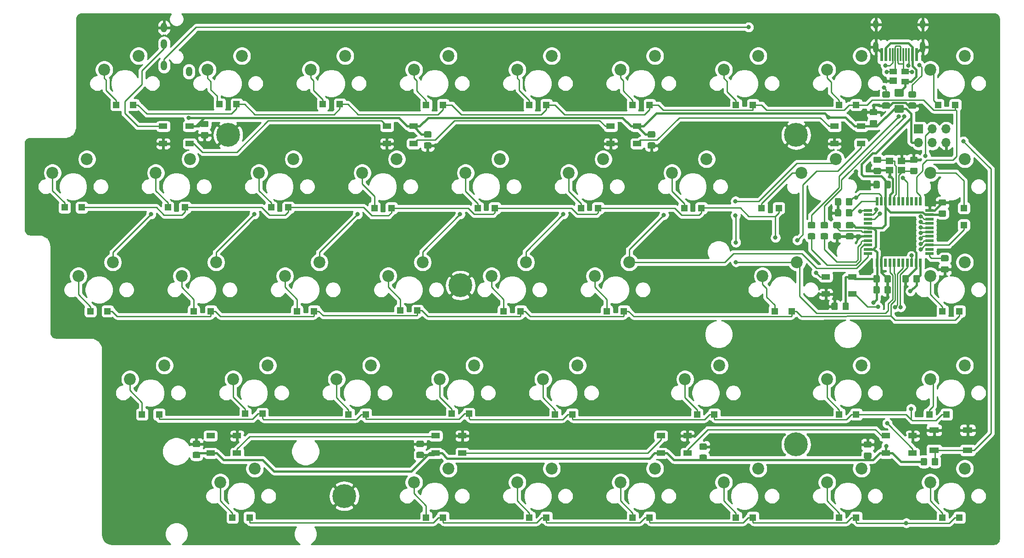
<source format=gbl>
G04 #@! TF.GenerationSoftware,KiCad,Pcbnew,(5.1.5)-3*
G04 #@! TF.CreationDate,2020-09-19T13:04:25+02:00*
G04 #@! TF.ProjectId,split65right,73706c69-7436-4357-9269-6768742e6b69,rev?*
G04 #@! TF.SameCoordinates,Original*
G04 #@! TF.FileFunction,Copper,L2,Bot*
G04 #@! TF.FilePolarity,Positive*
%FSLAX46Y46*%
G04 Gerber Fmt 4.6, Leading zero omitted, Abs format (unit mm)*
G04 Created by KiCad (PCBNEW (5.1.5)-3) date 2020-09-19 13:04:25*
%MOMM*%
%LPD*%
G04 APERTURE LIST*
%ADD10O,1.200000X1.800000*%
%ADD11C,2.200000*%
%ADD12C,0.100000*%
%ADD13R,1.200000X1.200000*%
%ADD14R,1.500000X1.000000*%
%ADD15R,1.400000X1.000000*%
%ADD16R,1.400000X1.200000*%
%ADD17O,1.700000X1.700000*%
%ADD18R,1.700000X1.700000*%
%ADD19C,0.700000*%
%ADD20C,4.400000*%
%ADD21R,0.600000X2.450000*%
%ADD22R,0.300000X2.450000*%
%ADD23O,1.000000X2.100000*%
%ADD24O,1.000000X1.600000*%
%ADD25R,0.550000X1.500000*%
%ADD26R,1.500000X0.550000*%
%ADD27R,1.800000X1.100000*%
%ADD28C,0.800000*%
%ADD29C,0.400000*%
%ADD30C,0.250000*%
%ADD31C,0.254000*%
G04 APERTURE END LIST*
D10*
X234075000Y-41462500D03*
X229475000Y-40362500D03*
X229475000Y-36362500D03*
X229475000Y-33362500D03*
D11*
X239871250Y-117316250D03*
X246221250Y-114776250D03*
G04 #@! TA.AperFunction,SMDPad,CuDef*
D12*
G36*
X354162505Y-64833204D02*
G01*
X354186773Y-64836804D01*
X354210572Y-64842765D01*
X354233671Y-64851030D01*
X354255850Y-64861520D01*
X354276893Y-64874132D01*
X354296599Y-64888747D01*
X354314777Y-64905223D01*
X354331253Y-64923401D01*
X354345868Y-64943107D01*
X354358480Y-64964150D01*
X354368970Y-64986329D01*
X354377235Y-65009428D01*
X354383196Y-65033227D01*
X354386796Y-65057495D01*
X354388000Y-65081999D01*
X354388000Y-65982001D01*
X354386796Y-66006505D01*
X354383196Y-66030773D01*
X354377235Y-66054572D01*
X354368970Y-66077671D01*
X354358480Y-66099850D01*
X354345868Y-66120893D01*
X354331253Y-66140599D01*
X354314777Y-66158777D01*
X354296599Y-66175253D01*
X354276893Y-66189868D01*
X354255850Y-66202480D01*
X354233671Y-66212970D01*
X354210572Y-66221235D01*
X354186773Y-66227196D01*
X354162505Y-66230796D01*
X354138001Y-66232000D01*
X353487999Y-66232000D01*
X353463495Y-66230796D01*
X353439227Y-66227196D01*
X353415428Y-66221235D01*
X353392329Y-66212970D01*
X353370150Y-66202480D01*
X353349107Y-66189868D01*
X353329401Y-66175253D01*
X353311223Y-66158777D01*
X353294747Y-66140599D01*
X353280132Y-66120893D01*
X353267520Y-66099850D01*
X353257030Y-66077671D01*
X353248765Y-66054572D01*
X353242804Y-66030773D01*
X353239204Y-66006505D01*
X353238000Y-65982001D01*
X353238000Y-65081999D01*
X353239204Y-65057495D01*
X353242804Y-65033227D01*
X353248765Y-65009428D01*
X353257030Y-64986329D01*
X353267520Y-64964150D01*
X353280132Y-64943107D01*
X353294747Y-64923401D01*
X353311223Y-64905223D01*
X353329401Y-64888747D01*
X353349107Y-64874132D01*
X353370150Y-64861520D01*
X353392329Y-64851030D01*
X353415428Y-64842765D01*
X353439227Y-64836804D01*
X353463495Y-64833204D01*
X353487999Y-64832000D01*
X354138001Y-64832000D01*
X354162505Y-64833204D01*
G37*
G04 #@! TD.AperFunction*
G04 #@! TA.AperFunction,SMDPad,CuDef*
G36*
X356212505Y-64833204D02*
G01*
X356236773Y-64836804D01*
X356260572Y-64842765D01*
X356283671Y-64851030D01*
X356305850Y-64861520D01*
X356326893Y-64874132D01*
X356346599Y-64888747D01*
X356364777Y-64905223D01*
X356381253Y-64923401D01*
X356395868Y-64943107D01*
X356408480Y-64964150D01*
X356418970Y-64986329D01*
X356427235Y-65009428D01*
X356433196Y-65033227D01*
X356436796Y-65057495D01*
X356438000Y-65081999D01*
X356438000Y-65982001D01*
X356436796Y-66006505D01*
X356433196Y-66030773D01*
X356427235Y-66054572D01*
X356418970Y-66077671D01*
X356408480Y-66099850D01*
X356395868Y-66120893D01*
X356381253Y-66140599D01*
X356364777Y-66158777D01*
X356346599Y-66175253D01*
X356326893Y-66189868D01*
X356305850Y-66202480D01*
X356283671Y-66212970D01*
X356260572Y-66221235D01*
X356236773Y-66227196D01*
X356212505Y-66230796D01*
X356188001Y-66232000D01*
X355537999Y-66232000D01*
X355513495Y-66230796D01*
X355489227Y-66227196D01*
X355465428Y-66221235D01*
X355442329Y-66212970D01*
X355420150Y-66202480D01*
X355399107Y-66189868D01*
X355379401Y-66175253D01*
X355361223Y-66158777D01*
X355344747Y-66140599D01*
X355330132Y-66120893D01*
X355317520Y-66099850D01*
X355307030Y-66077671D01*
X355298765Y-66054572D01*
X355292804Y-66030773D01*
X355289204Y-66006505D01*
X355288000Y-65982001D01*
X355288000Y-65081999D01*
X355289204Y-65057495D01*
X355292804Y-65033227D01*
X355298765Y-65009428D01*
X355307030Y-64986329D01*
X355317520Y-64964150D01*
X355330132Y-64943107D01*
X355344747Y-64923401D01*
X355361223Y-64905223D01*
X355379401Y-64888747D01*
X355399107Y-64874132D01*
X355420150Y-64861520D01*
X355442329Y-64851030D01*
X355465428Y-64842765D01*
X355489227Y-64836804D01*
X355513495Y-64833204D01*
X355537999Y-64832000D01*
X356188001Y-64832000D01*
X356212505Y-64833204D01*
G37*
G04 #@! TD.AperFunction*
G04 #@! TA.AperFunction,SMDPad,CuDef*
G36*
X235932505Y-111703204D02*
G01*
X235956773Y-111706804D01*
X235980572Y-111712765D01*
X236003671Y-111721030D01*
X236025850Y-111731520D01*
X236046893Y-111744132D01*
X236066599Y-111758747D01*
X236084777Y-111775223D01*
X236101253Y-111793401D01*
X236115868Y-111813107D01*
X236128480Y-111834150D01*
X236138970Y-111856329D01*
X236147235Y-111879428D01*
X236153196Y-111903227D01*
X236156796Y-111927495D01*
X236158000Y-111951999D01*
X236158000Y-112602001D01*
X236156796Y-112626505D01*
X236153196Y-112650773D01*
X236147235Y-112674572D01*
X236138970Y-112697671D01*
X236128480Y-112719850D01*
X236115868Y-112740893D01*
X236101253Y-112760599D01*
X236084777Y-112778777D01*
X236066599Y-112795253D01*
X236046893Y-112809868D01*
X236025850Y-112822480D01*
X236003671Y-112832970D01*
X235980572Y-112841235D01*
X235956773Y-112847196D01*
X235932505Y-112850796D01*
X235908001Y-112852000D01*
X235007999Y-112852000D01*
X234983495Y-112850796D01*
X234959227Y-112847196D01*
X234935428Y-112841235D01*
X234912329Y-112832970D01*
X234890150Y-112822480D01*
X234869107Y-112809868D01*
X234849401Y-112795253D01*
X234831223Y-112778777D01*
X234814747Y-112760599D01*
X234800132Y-112740893D01*
X234787520Y-112719850D01*
X234777030Y-112697671D01*
X234768765Y-112674572D01*
X234762804Y-112650773D01*
X234759204Y-112626505D01*
X234758000Y-112602001D01*
X234758000Y-111951999D01*
X234759204Y-111927495D01*
X234762804Y-111903227D01*
X234768765Y-111879428D01*
X234777030Y-111856329D01*
X234787520Y-111834150D01*
X234800132Y-111813107D01*
X234814747Y-111793401D01*
X234831223Y-111775223D01*
X234849401Y-111758747D01*
X234869107Y-111744132D01*
X234890150Y-111731520D01*
X234912329Y-111721030D01*
X234935428Y-111712765D01*
X234959227Y-111706804D01*
X234983495Y-111703204D01*
X235007999Y-111702000D01*
X235908001Y-111702000D01*
X235932505Y-111703204D01*
G37*
G04 #@! TD.AperFunction*
G04 #@! TA.AperFunction,SMDPad,CuDef*
G36*
X235932505Y-109653204D02*
G01*
X235956773Y-109656804D01*
X235980572Y-109662765D01*
X236003671Y-109671030D01*
X236025850Y-109681520D01*
X236046893Y-109694132D01*
X236066599Y-109708747D01*
X236084777Y-109725223D01*
X236101253Y-109743401D01*
X236115868Y-109763107D01*
X236128480Y-109784150D01*
X236138970Y-109806329D01*
X236147235Y-109829428D01*
X236153196Y-109853227D01*
X236156796Y-109877495D01*
X236158000Y-109901999D01*
X236158000Y-110552001D01*
X236156796Y-110576505D01*
X236153196Y-110600773D01*
X236147235Y-110624572D01*
X236138970Y-110647671D01*
X236128480Y-110669850D01*
X236115868Y-110690893D01*
X236101253Y-110710599D01*
X236084777Y-110728777D01*
X236066599Y-110745253D01*
X236046893Y-110759868D01*
X236025850Y-110772480D01*
X236003671Y-110782970D01*
X235980572Y-110791235D01*
X235956773Y-110797196D01*
X235932505Y-110800796D01*
X235908001Y-110802000D01*
X235007999Y-110802000D01*
X234983495Y-110800796D01*
X234959227Y-110797196D01*
X234935428Y-110791235D01*
X234912329Y-110782970D01*
X234890150Y-110772480D01*
X234869107Y-110759868D01*
X234849401Y-110745253D01*
X234831223Y-110728777D01*
X234814747Y-110710599D01*
X234800132Y-110690893D01*
X234787520Y-110669850D01*
X234777030Y-110647671D01*
X234768765Y-110624572D01*
X234762804Y-110600773D01*
X234759204Y-110576505D01*
X234758000Y-110552001D01*
X234758000Y-109901999D01*
X234759204Y-109877495D01*
X234762804Y-109853227D01*
X234768765Y-109829428D01*
X234777030Y-109806329D01*
X234787520Y-109784150D01*
X234800132Y-109763107D01*
X234814747Y-109743401D01*
X234831223Y-109725223D01*
X234849401Y-109708747D01*
X234869107Y-109694132D01*
X234890150Y-109681520D01*
X234912329Y-109671030D01*
X234935428Y-109662765D01*
X234959227Y-109656804D01*
X234983495Y-109653204D01*
X235007999Y-109652000D01*
X235908001Y-109652000D01*
X235932505Y-109653204D01*
G37*
G04 #@! TD.AperFunction*
G04 #@! TA.AperFunction,SMDPad,CuDef*
G36*
X277207505Y-111703204D02*
G01*
X277231773Y-111706804D01*
X277255572Y-111712765D01*
X277278671Y-111721030D01*
X277300850Y-111731520D01*
X277321893Y-111744132D01*
X277341599Y-111758747D01*
X277359777Y-111775223D01*
X277376253Y-111793401D01*
X277390868Y-111813107D01*
X277403480Y-111834150D01*
X277413970Y-111856329D01*
X277422235Y-111879428D01*
X277428196Y-111903227D01*
X277431796Y-111927495D01*
X277433000Y-111951999D01*
X277433000Y-112602001D01*
X277431796Y-112626505D01*
X277428196Y-112650773D01*
X277422235Y-112674572D01*
X277413970Y-112697671D01*
X277403480Y-112719850D01*
X277390868Y-112740893D01*
X277376253Y-112760599D01*
X277359777Y-112778777D01*
X277341599Y-112795253D01*
X277321893Y-112809868D01*
X277300850Y-112822480D01*
X277278671Y-112832970D01*
X277255572Y-112841235D01*
X277231773Y-112847196D01*
X277207505Y-112850796D01*
X277183001Y-112852000D01*
X276282999Y-112852000D01*
X276258495Y-112850796D01*
X276234227Y-112847196D01*
X276210428Y-112841235D01*
X276187329Y-112832970D01*
X276165150Y-112822480D01*
X276144107Y-112809868D01*
X276124401Y-112795253D01*
X276106223Y-112778777D01*
X276089747Y-112760599D01*
X276075132Y-112740893D01*
X276062520Y-112719850D01*
X276052030Y-112697671D01*
X276043765Y-112674572D01*
X276037804Y-112650773D01*
X276034204Y-112626505D01*
X276033000Y-112602001D01*
X276033000Y-111951999D01*
X276034204Y-111927495D01*
X276037804Y-111903227D01*
X276043765Y-111879428D01*
X276052030Y-111856329D01*
X276062520Y-111834150D01*
X276075132Y-111813107D01*
X276089747Y-111793401D01*
X276106223Y-111775223D01*
X276124401Y-111758747D01*
X276144107Y-111744132D01*
X276165150Y-111731520D01*
X276187329Y-111721030D01*
X276210428Y-111712765D01*
X276234227Y-111706804D01*
X276258495Y-111703204D01*
X276282999Y-111702000D01*
X277183001Y-111702000D01*
X277207505Y-111703204D01*
G37*
G04 #@! TD.AperFunction*
G04 #@! TA.AperFunction,SMDPad,CuDef*
G36*
X277207505Y-109653204D02*
G01*
X277231773Y-109656804D01*
X277255572Y-109662765D01*
X277278671Y-109671030D01*
X277300850Y-109681520D01*
X277321893Y-109694132D01*
X277341599Y-109708747D01*
X277359777Y-109725223D01*
X277376253Y-109743401D01*
X277390868Y-109763107D01*
X277403480Y-109784150D01*
X277413970Y-109806329D01*
X277422235Y-109829428D01*
X277428196Y-109853227D01*
X277431796Y-109877495D01*
X277433000Y-109901999D01*
X277433000Y-110552001D01*
X277431796Y-110576505D01*
X277428196Y-110600773D01*
X277422235Y-110624572D01*
X277413970Y-110647671D01*
X277403480Y-110669850D01*
X277390868Y-110690893D01*
X277376253Y-110710599D01*
X277359777Y-110728777D01*
X277341599Y-110745253D01*
X277321893Y-110759868D01*
X277300850Y-110772480D01*
X277278671Y-110782970D01*
X277255572Y-110791235D01*
X277231773Y-110797196D01*
X277207505Y-110800796D01*
X277183001Y-110802000D01*
X276282999Y-110802000D01*
X276258495Y-110800796D01*
X276234227Y-110797196D01*
X276210428Y-110791235D01*
X276187329Y-110782970D01*
X276165150Y-110772480D01*
X276144107Y-110759868D01*
X276124401Y-110745253D01*
X276106223Y-110728777D01*
X276089747Y-110710599D01*
X276075132Y-110690893D01*
X276062520Y-110669850D01*
X276052030Y-110647671D01*
X276043765Y-110624572D01*
X276037804Y-110600773D01*
X276034204Y-110576505D01*
X276033000Y-110552001D01*
X276033000Y-109901999D01*
X276034204Y-109877495D01*
X276037804Y-109853227D01*
X276043765Y-109829428D01*
X276052030Y-109806329D01*
X276062520Y-109784150D01*
X276075132Y-109763107D01*
X276089747Y-109743401D01*
X276106223Y-109725223D01*
X276124401Y-109708747D01*
X276144107Y-109694132D01*
X276165150Y-109681520D01*
X276187329Y-109671030D01*
X276210428Y-109662765D01*
X276234227Y-109656804D01*
X276258495Y-109653204D01*
X276282999Y-109652000D01*
X277183001Y-109652000D01*
X277207505Y-109653204D01*
G37*
G04 #@! TD.AperFunction*
G04 #@! TA.AperFunction,SMDPad,CuDef*
G36*
X329404505Y-112211204D02*
G01*
X329428773Y-112214804D01*
X329452572Y-112220765D01*
X329475671Y-112229030D01*
X329497850Y-112239520D01*
X329518893Y-112252132D01*
X329538599Y-112266747D01*
X329556777Y-112283223D01*
X329573253Y-112301401D01*
X329587868Y-112321107D01*
X329600480Y-112342150D01*
X329610970Y-112364329D01*
X329619235Y-112387428D01*
X329625196Y-112411227D01*
X329628796Y-112435495D01*
X329630000Y-112459999D01*
X329630000Y-113110001D01*
X329628796Y-113134505D01*
X329625196Y-113158773D01*
X329619235Y-113182572D01*
X329610970Y-113205671D01*
X329600480Y-113227850D01*
X329587868Y-113248893D01*
X329573253Y-113268599D01*
X329556777Y-113286777D01*
X329538599Y-113303253D01*
X329518893Y-113317868D01*
X329497850Y-113330480D01*
X329475671Y-113340970D01*
X329452572Y-113349235D01*
X329428773Y-113355196D01*
X329404505Y-113358796D01*
X329380001Y-113360000D01*
X328479999Y-113360000D01*
X328455495Y-113358796D01*
X328431227Y-113355196D01*
X328407428Y-113349235D01*
X328384329Y-113340970D01*
X328362150Y-113330480D01*
X328341107Y-113317868D01*
X328321401Y-113303253D01*
X328303223Y-113286777D01*
X328286747Y-113268599D01*
X328272132Y-113248893D01*
X328259520Y-113227850D01*
X328249030Y-113205671D01*
X328240765Y-113182572D01*
X328234804Y-113158773D01*
X328231204Y-113134505D01*
X328230000Y-113110001D01*
X328230000Y-112459999D01*
X328231204Y-112435495D01*
X328234804Y-112411227D01*
X328240765Y-112387428D01*
X328249030Y-112364329D01*
X328259520Y-112342150D01*
X328272132Y-112321107D01*
X328286747Y-112301401D01*
X328303223Y-112283223D01*
X328321401Y-112266747D01*
X328341107Y-112252132D01*
X328362150Y-112239520D01*
X328384329Y-112229030D01*
X328407428Y-112220765D01*
X328431227Y-112214804D01*
X328455495Y-112211204D01*
X328479999Y-112210000D01*
X329380001Y-112210000D01*
X329404505Y-112211204D01*
G37*
G04 #@! TD.AperFunction*
G04 #@! TA.AperFunction,SMDPad,CuDef*
G36*
X329404505Y-110161204D02*
G01*
X329428773Y-110164804D01*
X329452572Y-110170765D01*
X329475671Y-110179030D01*
X329497850Y-110189520D01*
X329518893Y-110202132D01*
X329538599Y-110216747D01*
X329556777Y-110233223D01*
X329573253Y-110251401D01*
X329587868Y-110271107D01*
X329600480Y-110292150D01*
X329610970Y-110314329D01*
X329619235Y-110337428D01*
X329625196Y-110361227D01*
X329628796Y-110385495D01*
X329630000Y-110409999D01*
X329630000Y-111060001D01*
X329628796Y-111084505D01*
X329625196Y-111108773D01*
X329619235Y-111132572D01*
X329610970Y-111155671D01*
X329600480Y-111177850D01*
X329587868Y-111198893D01*
X329573253Y-111218599D01*
X329556777Y-111236777D01*
X329538599Y-111253253D01*
X329518893Y-111267868D01*
X329497850Y-111280480D01*
X329475671Y-111290970D01*
X329452572Y-111299235D01*
X329428773Y-111305196D01*
X329404505Y-111308796D01*
X329380001Y-111310000D01*
X328479999Y-111310000D01*
X328455495Y-111308796D01*
X328431227Y-111305196D01*
X328407428Y-111299235D01*
X328384329Y-111290970D01*
X328362150Y-111280480D01*
X328341107Y-111267868D01*
X328321401Y-111253253D01*
X328303223Y-111236777D01*
X328286747Y-111218599D01*
X328272132Y-111198893D01*
X328259520Y-111177850D01*
X328249030Y-111155671D01*
X328240765Y-111132572D01*
X328234804Y-111108773D01*
X328231204Y-111084505D01*
X328230000Y-111060001D01*
X328230000Y-110409999D01*
X328231204Y-110385495D01*
X328234804Y-110361227D01*
X328240765Y-110337428D01*
X328249030Y-110314329D01*
X328259520Y-110292150D01*
X328272132Y-110271107D01*
X328286747Y-110251401D01*
X328303223Y-110233223D01*
X328321401Y-110216747D01*
X328341107Y-110202132D01*
X328362150Y-110189520D01*
X328384329Y-110179030D01*
X328407428Y-110170765D01*
X328431227Y-110164804D01*
X328455495Y-110161204D01*
X328479999Y-110160000D01*
X329380001Y-110160000D01*
X329404505Y-110161204D01*
G37*
G04 #@! TD.AperFunction*
G04 #@! TA.AperFunction,SMDPad,CuDef*
G36*
X359757505Y-111830204D02*
G01*
X359781773Y-111833804D01*
X359805572Y-111839765D01*
X359828671Y-111848030D01*
X359850850Y-111858520D01*
X359871893Y-111871132D01*
X359891599Y-111885747D01*
X359909777Y-111902223D01*
X359926253Y-111920401D01*
X359940868Y-111940107D01*
X359953480Y-111961150D01*
X359963970Y-111983329D01*
X359972235Y-112006428D01*
X359978196Y-112030227D01*
X359981796Y-112054495D01*
X359983000Y-112078999D01*
X359983000Y-112729001D01*
X359981796Y-112753505D01*
X359978196Y-112777773D01*
X359972235Y-112801572D01*
X359963970Y-112824671D01*
X359953480Y-112846850D01*
X359940868Y-112867893D01*
X359926253Y-112887599D01*
X359909777Y-112905777D01*
X359891599Y-112922253D01*
X359871893Y-112936868D01*
X359850850Y-112949480D01*
X359828671Y-112959970D01*
X359805572Y-112968235D01*
X359781773Y-112974196D01*
X359757505Y-112977796D01*
X359733001Y-112979000D01*
X358832999Y-112979000D01*
X358808495Y-112977796D01*
X358784227Y-112974196D01*
X358760428Y-112968235D01*
X358737329Y-112959970D01*
X358715150Y-112949480D01*
X358694107Y-112936868D01*
X358674401Y-112922253D01*
X358656223Y-112905777D01*
X358639747Y-112887599D01*
X358625132Y-112867893D01*
X358612520Y-112846850D01*
X358602030Y-112824671D01*
X358593765Y-112801572D01*
X358587804Y-112777773D01*
X358584204Y-112753505D01*
X358583000Y-112729001D01*
X358583000Y-112078999D01*
X358584204Y-112054495D01*
X358587804Y-112030227D01*
X358593765Y-112006428D01*
X358602030Y-111983329D01*
X358612520Y-111961150D01*
X358625132Y-111940107D01*
X358639747Y-111920401D01*
X358656223Y-111902223D01*
X358674401Y-111885747D01*
X358694107Y-111871132D01*
X358715150Y-111858520D01*
X358737329Y-111848030D01*
X358760428Y-111839765D01*
X358784227Y-111833804D01*
X358808495Y-111830204D01*
X358832999Y-111829000D01*
X359733001Y-111829000D01*
X359757505Y-111830204D01*
G37*
G04 #@! TD.AperFunction*
G04 #@! TA.AperFunction,SMDPad,CuDef*
G36*
X359757505Y-109780204D02*
G01*
X359781773Y-109783804D01*
X359805572Y-109789765D01*
X359828671Y-109798030D01*
X359850850Y-109808520D01*
X359871893Y-109821132D01*
X359891599Y-109835747D01*
X359909777Y-109852223D01*
X359926253Y-109870401D01*
X359940868Y-109890107D01*
X359953480Y-109911150D01*
X359963970Y-109933329D01*
X359972235Y-109956428D01*
X359978196Y-109980227D01*
X359981796Y-110004495D01*
X359983000Y-110028999D01*
X359983000Y-110679001D01*
X359981796Y-110703505D01*
X359978196Y-110727773D01*
X359972235Y-110751572D01*
X359963970Y-110774671D01*
X359953480Y-110796850D01*
X359940868Y-110817893D01*
X359926253Y-110837599D01*
X359909777Y-110855777D01*
X359891599Y-110872253D01*
X359871893Y-110886868D01*
X359850850Y-110899480D01*
X359828671Y-110909970D01*
X359805572Y-110918235D01*
X359781773Y-110924196D01*
X359757505Y-110927796D01*
X359733001Y-110929000D01*
X358832999Y-110929000D01*
X358808495Y-110927796D01*
X358784227Y-110924196D01*
X358760428Y-110918235D01*
X358737329Y-110909970D01*
X358715150Y-110899480D01*
X358694107Y-110886868D01*
X358674401Y-110872253D01*
X358656223Y-110855777D01*
X358639747Y-110837599D01*
X358625132Y-110817893D01*
X358612520Y-110796850D01*
X358602030Y-110774671D01*
X358593765Y-110751572D01*
X358587804Y-110727773D01*
X358584204Y-110703505D01*
X358583000Y-110679001D01*
X358583000Y-110028999D01*
X358584204Y-110004495D01*
X358587804Y-109980227D01*
X358593765Y-109956428D01*
X358602030Y-109933329D01*
X358612520Y-109911150D01*
X358625132Y-109890107D01*
X358639747Y-109870401D01*
X358656223Y-109852223D01*
X358674401Y-109835747D01*
X358694107Y-109821132D01*
X358715150Y-109808520D01*
X358737329Y-109798030D01*
X358760428Y-109789765D01*
X358784227Y-109783804D01*
X358808495Y-109780204D01*
X358832999Y-109779000D01*
X359733001Y-109779000D01*
X359757505Y-109780204D01*
G37*
G04 #@! TD.AperFunction*
G04 #@! TA.AperFunction,SMDPad,CuDef*
G36*
X355577505Y-84137204D02*
G01*
X355601773Y-84140804D01*
X355625572Y-84146765D01*
X355648671Y-84155030D01*
X355670850Y-84165520D01*
X355691893Y-84178132D01*
X355711599Y-84192747D01*
X355729777Y-84209223D01*
X355746253Y-84227401D01*
X355760868Y-84247107D01*
X355773480Y-84268150D01*
X355783970Y-84290329D01*
X355792235Y-84313428D01*
X355798196Y-84337227D01*
X355801796Y-84361495D01*
X355803000Y-84385999D01*
X355803000Y-85286001D01*
X355801796Y-85310505D01*
X355798196Y-85334773D01*
X355792235Y-85358572D01*
X355783970Y-85381671D01*
X355773480Y-85403850D01*
X355760868Y-85424893D01*
X355746253Y-85444599D01*
X355729777Y-85462777D01*
X355711599Y-85479253D01*
X355691893Y-85493868D01*
X355670850Y-85506480D01*
X355648671Y-85516970D01*
X355625572Y-85525235D01*
X355601773Y-85531196D01*
X355577505Y-85534796D01*
X355553001Y-85536000D01*
X354902999Y-85536000D01*
X354878495Y-85534796D01*
X354854227Y-85531196D01*
X354830428Y-85525235D01*
X354807329Y-85516970D01*
X354785150Y-85506480D01*
X354764107Y-85493868D01*
X354744401Y-85479253D01*
X354726223Y-85462777D01*
X354709747Y-85444599D01*
X354695132Y-85424893D01*
X354682520Y-85403850D01*
X354672030Y-85381671D01*
X354663765Y-85358572D01*
X354657804Y-85334773D01*
X354654204Y-85310505D01*
X354653000Y-85286001D01*
X354653000Y-84385999D01*
X354654204Y-84361495D01*
X354657804Y-84337227D01*
X354663765Y-84313428D01*
X354672030Y-84290329D01*
X354682520Y-84268150D01*
X354695132Y-84247107D01*
X354709747Y-84227401D01*
X354726223Y-84209223D01*
X354744401Y-84192747D01*
X354764107Y-84178132D01*
X354785150Y-84165520D01*
X354807329Y-84155030D01*
X354830428Y-84146765D01*
X354854227Y-84140804D01*
X354878495Y-84137204D01*
X354902999Y-84136000D01*
X355553001Y-84136000D01*
X355577505Y-84137204D01*
G37*
G04 #@! TD.AperFunction*
G04 #@! TA.AperFunction,SMDPad,CuDef*
G36*
X353527505Y-84137204D02*
G01*
X353551773Y-84140804D01*
X353575572Y-84146765D01*
X353598671Y-84155030D01*
X353620850Y-84165520D01*
X353641893Y-84178132D01*
X353661599Y-84192747D01*
X353679777Y-84209223D01*
X353696253Y-84227401D01*
X353710868Y-84247107D01*
X353723480Y-84268150D01*
X353733970Y-84290329D01*
X353742235Y-84313428D01*
X353748196Y-84337227D01*
X353751796Y-84361495D01*
X353753000Y-84385999D01*
X353753000Y-85286001D01*
X353751796Y-85310505D01*
X353748196Y-85334773D01*
X353742235Y-85358572D01*
X353733970Y-85381671D01*
X353723480Y-85403850D01*
X353710868Y-85424893D01*
X353696253Y-85444599D01*
X353679777Y-85462777D01*
X353661599Y-85479253D01*
X353641893Y-85493868D01*
X353620850Y-85506480D01*
X353598671Y-85516970D01*
X353575572Y-85525235D01*
X353551773Y-85531196D01*
X353527505Y-85534796D01*
X353503001Y-85536000D01*
X352852999Y-85536000D01*
X352828495Y-85534796D01*
X352804227Y-85531196D01*
X352780428Y-85525235D01*
X352757329Y-85516970D01*
X352735150Y-85506480D01*
X352714107Y-85493868D01*
X352694401Y-85479253D01*
X352676223Y-85462777D01*
X352659747Y-85444599D01*
X352645132Y-85424893D01*
X352632520Y-85403850D01*
X352622030Y-85381671D01*
X352613765Y-85358572D01*
X352607804Y-85334773D01*
X352604204Y-85310505D01*
X352603000Y-85286001D01*
X352603000Y-84385999D01*
X352604204Y-84361495D01*
X352607804Y-84337227D01*
X352613765Y-84313428D01*
X352622030Y-84290329D01*
X352632520Y-84268150D01*
X352645132Y-84247107D01*
X352659747Y-84227401D01*
X352676223Y-84209223D01*
X352694401Y-84192747D01*
X352714107Y-84178132D01*
X352735150Y-84165520D01*
X352757329Y-84155030D01*
X352780428Y-84146765D01*
X352804227Y-84140804D01*
X352828495Y-84137204D01*
X352852999Y-84136000D01*
X353503001Y-84136000D01*
X353527505Y-84137204D01*
G37*
G04 #@! TD.AperFunction*
G04 #@! TA.AperFunction,SMDPad,CuDef*
G36*
X360837005Y-50457454D02*
G01*
X360861273Y-50461054D01*
X360885072Y-50467015D01*
X360908171Y-50475280D01*
X360930350Y-50485770D01*
X360951393Y-50498382D01*
X360971099Y-50512997D01*
X360989277Y-50529473D01*
X361005753Y-50547651D01*
X361020368Y-50567357D01*
X361032980Y-50588400D01*
X361043470Y-50610579D01*
X361051735Y-50633678D01*
X361057696Y-50657477D01*
X361061296Y-50681745D01*
X361062500Y-50706249D01*
X361062500Y-51356251D01*
X361061296Y-51380755D01*
X361057696Y-51405023D01*
X361051735Y-51428822D01*
X361043470Y-51451921D01*
X361032980Y-51474100D01*
X361020368Y-51495143D01*
X361005753Y-51514849D01*
X360989277Y-51533027D01*
X360971099Y-51549503D01*
X360951393Y-51564118D01*
X360930350Y-51576730D01*
X360908171Y-51587220D01*
X360885072Y-51595485D01*
X360861273Y-51601446D01*
X360837005Y-51605046D01*
X360812501Y-51606250D01*
X359912499Y-51606250D01*
X359887995Y-51605046D01*
X359863727Y-51601446D01*
X359839928Y-51595485D01*
X359816829Y-51587220D01*
X359794650Y-51576730D01*
X359773607Y-51564118D01*
X359753901Y-51549503D01*
X359735723Y-51533027D01*
X359719247Y-51514849D01*
X359704632Y-51495143D01*
X359692020Y-51474100D01*
X359681530Y-51451921D01*
X359673265Y-51428822D01*
X359667304Y-51405023D01*
X359663704Y-51380755D01*
X359662500Y-51356251D01*
X359662500Y-50706249D01*
X359663704Y-50681745D01*
X359667304Y-50657477D01*
X359673265Y-50633678D01*
X359681530Y-50610579D01*
X359692020Y-50588400D01*
X359704632Y-50567357D01*
X359719247Y-50547651D01*
X359735723Y-50529473D01*
X359753901Y-50512997D01*
X359773607Y-50498382D01*
X359794650Y-50485770D01*
X359816829Y-50475280D01*
X359839928Y-50467015D01*
X359863727Y-50461054D01*
X359887995Y-50457454D01*
X359912499Y-50456250D01*
X360812501Y-50456250D01*
X360837005Y-50457454D01*
G37*
G04 #@! TD.AperFunction*
G04 #@! TA.AperFunction,SMDPad,CuDef*
G36*
X360837005Y-48407454D02*
G01*
X360861273Y-48411054D01*
X360885072Y-48417015D01*
X360908171Y-48425280D01*
X360930350Y-48435770D01*
X360951393Y-48448382D01*
X360971099Y-48462997D01*
X360989277Y-48479473D01*
X361005753Y-48497651D01*
X361020368Y-48517357D01*
X361032980Y-48538400D01*
X361043470Y-48560579D01*
X361051735Y-48583678D01*
X361057696Y-48607477D01*
X361061296Y-48631745D01*
X361062500Y-48656249D01*
X361062500Y-49306251D01*
X361061296Y-49330755D01*
X361057696Y-49355023D01*
X361051735Y-49378822D01*
X361043470Y-49401921D01*
X361032980Y-49424100D01*
X361020368Y-49445143D01*
X361005753Y-49464849D01*
X360989277Y-49483027D01*
X360971099Y-49499503D01*
X360951393Y-49514118D01*
X360930350Y-49526730D01*
X360908171Y-49537220D01*
X360885072Y-49545485D01*
X360861273Y-49551446D01*
X360837005Y-49555046D01*
X360812501Y-49556250D01*
X359912499Y-49556250D01*
X359887995Y-49555046D01*
X359863727Y-49551446D01*
X359839928Y-49545485D01*
X359816829Y-49537220D01*
X359794650Y-49526730D01*
X359773607Y-49514118D01*
X359753901Y-49499503D01*
X359735723Y-49483027D01*
X359719247Y-49464849D01*
X359704632Y-49445143D01*
X359692020Y-49424100D01*
X359681530Y-49401921D01*
X359673265Y-49378822D01*
X359667304Y-49355023D01*
X359663704Y-49330755D01*
X359662500Y-49306251D01*
X359662500Y-48656249D01*
X359663704Y-48631745D01*
X359667304Y-48607477D01*
X359673265Y-48583678D01*
X359681530Y-48560579D01*
X359692020Y-48538400D01*
X359704632Y-48517357D01*
X359719247Y-48497651D01*
X359735723Y-48479473D01*
X359753901Y-48462997D01*
X359773607Y-48448382D01*
X359794650Y-48435770D01*
X359816829Y-48425280D01*
X359839928Y-48417015D01*
X359863727Y-48411054D01*
X359887995Y-48407454D01*
X359912499Y-48406250D01*
X360812501Y-48406250D01*
X360837005Y-48407454D01*
G37*
G04 #@! TD.AperFunction*
G04 #@! TA.AperFunction,SMDPad,CuDef*
G36*
X319879505Y-52503204D02*
G01*
X319903773Y-52506804D01*
X319927572Y-52512765D01*
X319950671Y-52521030D01*
X319972850Y-52531520D01*
X319993893Y-52544132D01*
X320013599Y-52558747D01*
X320031777Y-52575223D01*
X320048253Y-52593401D01*
X320062868Y-52613107D01*
X320075480Y-52634150D01*
X320085970Y-52656329D01*
X320094235Y-52679428D01*
X320100196Y-52703227D01*
X320103796Y-52727495D01*
X320105000Y-52751999D01*
X320105000Y-53402001D01*
X320103796Y-53426505D01*
X320100196Y-53450773D01*
X320094235Y-53474572D01*
X320085970Y-53497671D01*
X320075480Y-53519850D01*
X320062868Y-53540893D01*
X320048253Y-53560599D01*
X320031777Y-53578777D01*
X320013599Y-53595253D01*
X319993893Y-53609868D01*
X319972850Y-53622480D01*
X319950671Y-53632970D01*
X319927572Y-53641235D01*
X319903773Y-53647196D01*
X319879505Y-53650796D01*
X319855001Y-53652000D01*
X318954999Y-53652000D01*
X318930495Y-53650796D01*
X318906227Y-53647196D01*
X318882428Y-53641235D01*
X318859329Y-53632970D01*
X318837150Y-53622480D01*
X318816107Y-53609868D01*
X318796401Y-53595253D01*
X318778223Y-53578777D01*
X318761747Y-53560599D01*
X318747132Y-53540893D01*
X318734520Y-53519850D01*
X318724030Y-53497671D01*
X318715765Y-53474572D01*
X318709804Y-53450773D01*
X318706204Y-53426505D01*
X318705000Y-53402001D01*
X318705000Y-52751999D01*
X318706204Y-52727495D01*
X318709804Y-52703227D01*
X318715765Y-52679428D01*
X318724030Y-52656329D01*
X318734520Y-52634150D01*
X318747132Y-52613107D01*
X318761747Y-52593401D01*
X318778223Y-52575223D01*
X318796401Y-52558747D01*
X318816107Y-52544132D01*
X318837150Y-52531520D01*
X318859329Y-52521030D01*
X318882428Y-52512765D01*
X318906227Y-52506804D01*
X318930495Y-52503204D01*
X318954999Y-52502000D01*
X319855001Y-52502000D01*
X319879505Y-52503204D01*
G37*
G04 #@! TD.AperFunction*
G04 #@! TA.AperFunction,SMDPad,CuDef*
G36*
X319879505Y-54553204D02*
G01*
X319903773Y-54556804D01*
X319927572Y-54562765D01*
X319950671Y-54571030D01*
X319972850Y-54581520D01*
X319993893Y-54594132D01*
X320013599Y-54608747D01*
X320031777Y-54625223D01*
X320048253Y-54643401D01*
X320062868Y-54663107D01*
X320075480Y-54684150D01*
X320085970Y-54706329D01*
X320094235Y-54729428D01*
X320100196Y-54753227D01*
X320103796Y-54777495D01*
X320105000Y-54801999D01*
X320105000Y-55452001D01*
X320103796Y-55476505D01*
X320100196Y-55500773D01*
X320094235Y-55524572D01*
X320085970Y-55547671D01*
X320075480Y-55569850D01*
X320062868Y-55590893D01*
X320048253Y-55610599D01*
X320031777Y-55628777D01*
X320013599Y-55645253D01*
X319993893Y-55659868D01*
X319972850Y-55672480D01*
X319950671Y-55682970D01*
X319927572Y-55691235D01*
X319903773Y-55697196D01*
X319879505Y-55700796D01*
X319855001Y-55702000D01*
X318954999Y-55702000D01*
X318930495Y-55700796D01*
X318906227Y-55697196D01*
X318882428Y-55691235D01*
X318859329Y-55682970D01*
X318837150Y-55672480D01*
X318816107Y-55659868D01*
X318796401Y-55645253D01*
X318778223Y-55628777D01*
X318761747Y-55610599D01*
X318747132Y-55590893D01*
X318734520Y-55569850D01*
X318724030Y-55547671D01*
X318715765Y-55524572D01*
X318709804Y-55500773D01*
X318706204Y-55476505D01*
X318705000Y-55452001D01*
X318705000Y-54801999D01*
X318706204Y-54777495D01*
X318709804Y-54753227D01*
X318715765Y-54729428D01*
X318724030Y-54706329D01*
X318734520Y-54684150D01*
X318747132Y-54663107D01*
X318761747Y-54643401D01*
X318778223Y-54625223D01*
X318796401Y-54608747D01*
X318816107Y-54594132D01*
X318837150Y-54581520D01*
X318859329Y-54571030D01*
X318882428Y-54562765D01*
X318906227Y-54556804D01*
X318930495Y-54553204D01*
X318954999Y-54552000D01*
X319855001Y-54552000D01*
X319879505Y-54553204D01*
G37*
G04 #@! TD.AperFunction*
G04 #@! TA.AperFunction,SMDPad,CuDef*
G36*
X278604505Y-52503204D02*
G01*
X278628773Y-52506804D01*
X278652572Y-52512765D01*
X278675671Y-52521030D01*
X278697850Y-52531520D01*
X278718893Y-52544132D01*
X278738599Y-52558747D01*
X278756777Y-52575223D01*
X278773253Y-52593401D01*
X278787868Y-52613107D01*
X278800480Y-52634150D01*
X278810970Y-52656329D01*
X278819235Y-52679428D01*
X278825196Y-52703227D01*
X278828796Y-52727495D01*
X278830000Y-52751999D01*
X278830000Y-53402001D01*
X278828796Y-53426505D01*
X278825196Y-53450773D01*
X278819235Y-53474572D01*
X278810970Y-53497671D01*
X278800480Y-53519850D01*
X278787868Y-53540893D01*
X278773253Y-53560599D01*
X278756777Y-53578777D01*
X278738599Y-53595253D01*
X278718893Y-53609868D01*
X278697850Y-53622480D01*
X278675671Y-53632970D01*
X278652572Y-53641235D01*
X278628773Y-53647196D01*
X278604505Y-53650796D01*
X278580001Y-53652000D01*
X277679999Y-53652000D01*
X277655495Y-53650796D01*
X277631227Y-53647196D01*
X277607428Y-53641235D01*
X277584329Y-53632970D01*
X277562150Y-53622480D01*
X277541107Y-53609868D01*
X277521401Y-53595253D01*
X277503223Y-53578777D01*
X277486747Y-53560599D01*
X277472132Y-53540893D01*
X277459520Y-53519850D01*
X277449030Y-53497671D01*
X277440765Y-53474572D01*
X277434804Y-53450773D01*
X277431204Y-53426505D01*
X277430000Y-53402001D01*
X277430000Y-52751999D01*
X277431204Y-52727495D01*
X277434804Y-52703227D01*
X277440765Y-52679428D01*
X277449030Y-52656329D01*
X277459520Y-52634150D01*
X277472132Y-52613107D01*
X277486747Y-52593401D01*
X277503223Y-52575223D01*
X277521401Y-52558747D01*
X277541107Y-52544132D01*
X277562150Y-52531520D01*
X277584329Y-52521030D01*
X277607428Y-52512765D01*
X277631227Y-52506804D01*
X277655495Y-52503204D01*
X277679999Y-52502000D01*
X278580001Y-52502000D01*
X278604505Y-52503204D01*
G37*
G04 #@! TD.AperFunction*
G04 #@! TA.AperFunction,SMDPad,CuDef*
G36*
X278604505Y-54553204D02*
G01*
X278628773Y-54556804D01*
X278652572Y-54562765D01*
X278675671Y-54571030D01*
X278697850Y-54581520D01*
X278718893Y-54594132D01*
X278738599Y-54608747D01*
X278756777Y-54625223D01*
X278773253Y-54643401D01*
X278787868Y-54663107D01*
X278800480Y-54684150D01*
X278810970Y-54706329D01*
X278819235Y-54729428D01*
X278825196Y-54753227D01*
X278828796Y-54777495D01*
X278830000Y-54801999D01*
X278830000Y-55452001D01*
X278828796Y-55476505D01*
X278825196Y-55500773D01*
X278819235Y-55524572D01*
X278810970Y-55547671D01*
X278800480Y-55569850D01*
X278787868Y-55590893D01*
X278773253Y-55610599D01*
X278756777Y-55628777D01*
X278738599Y-55645253D01*
X278718893Y-55659868D01*
X278697850Y-55672480D01*
X278675671Y-55682970D01*
X278652572Y-55691235D01*
X278628773Y-55697196D01*
X278604505Y-55700796D01*
X278580001Y-55702000D01*
X277679999Y-55702000D01*
X277655495Y-55700796D01*
X277631227Y-55697196D01*
X277607428Y-55691235D01*
X277584329Y-55682970D01*
X277562150Y-55672480D01*
X277541107Y-55659868D01*
X277521401Y-55645253D01*
X277503223Y-55628777D01*
X277486747Y-55610599D01*
X277472132Y-55590893D01*
X277459520Y-55569850D01*
X277449030Y-55547671D01*
X277440765Y-55524572D01*
X277434804Y-55500773D01*
X277431204Y-55476505D01*
X277430000Y-55452001D01*
X277430000Y-54801999D01*
X277431204Y-54777495D01*
X277434804Y-54753227D01*
X277440765Y-54729428D01*
X277449030Y-54706329D01*
X277459520Y-54684150D01*
X277472132Y-54663107D01*
X277486747Y-54643401D01*
X277503223Y-54625223D01*
X277521401Y-54608747D01*
X277541107Y-54594132D01*
X277562150Y-54581520D01*
X277584329Y-54571030D01*
X277607428Y-54562765D01*
X277631227Y-54556804D01*
X277655495Y-54553204D01*
X277679999Y-54552000D01*
X278580001Y-54552000D01*
X278604505Y-54553204D01*
G37*
G04 #@! TD.AperFunction*
G04 #@! TA.AperFunction,SMDPad,CuDef*
G36*
X237456505Y-50598204D02*
G01*
X237480773Y-50601804D01*
X237504572Y-50607765D01*
X237527671Y-50616030D01*
X237549850Y-50626520D01*
X237570893Y-50639132D01*
X237590599Y-50653747D01*
X237608777Y-50670223D01*
X237625253Y-50688401D01*
X237639868Y-50708107D01*
X237652480Y-50729150D01*
X237662970Y-50751329D01*
X237671235Y-50774428D01*
X237677196Y-50798227D01*
X237680796Y-50822495D01*
X237682000Y-50846999D01*
X237682000Y-51497001D01*
X237680796Y-51521505D01*
X237677196Y-51545773D01*
X237671235Y-51569572D01*
X237662970Y-51592671D01*
X237652480Y-51614850D01*
X237639868Y-51635893D01*
X237625253Y-51655599D01*
X237608777Y-51673777D01*
X237590599Y-51690253D01*
X237570893Y-51704868D01*
X237549850Y-51717480D01*
X237527671Y-51727970D01*
X237504572Y-51736235D01*
X237480773Y-51742196D01*
X237456505Y-51745796D01*
X237432001Y-51747000D01*
X236531999Y-51747000D01*
X236507495Y-51745796D01*
X236483227Y-51742196D01*
X236459428Y-51736235D01*
X236436329Y-51727970D01*
X236414150Y-51717480D01*
X236393107Y-51704868D01*
X236373401Y-51690253D01*
X236355223Y-51673777D01*
X236338747Y-51655599D01*
X236324132Y-51635893D01*
X236311520Y-51614850D01*
X236301030Y-51592671D01*
X236292765Y-51569572D01*
X236286804Y-51545773D01*
X236283204Y-51521505D01*
X236282000Y-51497001D01*
X236282000Y-50846999D01*
X236283204Y-50822495D01*
X236286804Y-50798227D01*
X236292765Y-50774428D01*
X236301030Y-50751329D01*
X236311520Y-50729150D01*
X236324132Y-50708107D01*
X236338747Y-50688401D01*
X236355223Y-50670223D01*
X236373401Y-50653747D01*
X236393107Y-50639132D01*
X236414150Y-50626520D01*
X236436329Y-50616030D01*
X236459428Y-50607765D01*
X236483227Y-50601804D01*
X236507495Y-50598204D01*
X236531999Y-50597000D01*
X237432001Y-50597000D01*
X237456505Y-50598204D01*
G37*
G04 #@! TD.AperFunction*
G04 #@! TA.AperFunction,SMDPad,CuDef*
G36*
X237456505Y-52648204D02*
G01*
X237480773Y-52651804D01*
X237504572Y-52657765D01*
X237527671Y-52666030D01*
X237549850Y-52676520D01*
X237570893Y-52689132D01*
X237590599Y-52703747D01*
X237608777Y-52720223D01*
X237625253Y-52738401D01*
X237639868Y-52758107D01*
X237652480Y-52779150D01*
X237662970Y-52801329D01*
X237671235Y-52824428D01*
X237677196Y-52848227D01*
X237680796Y-52872495D01*
X237682000Y-52896999D01*
X237682000Y-53547001D01*
X237680796Y-53571505D01*
X237677196Y-53595773D01*
X237671235Y-53619572D01*
X237662970Y-53642671D01*
X237652480Y-53664850D01*
X237639868Y-53685893D01*
X237625253Y-53705599D01*
X237608777Y-53723777D01*
X237590599Y-53740253D01*
X237570893Y-53754868D01*
X237549850Y-53767480D01*
X237527671Y-53777970D01*
X237504572Y-53786235D01*
X237480773Y-53792196D01*
X237456505Y-53795796D01*
X237432001Y-53797000D01*
X236531999Y-53797000D01*
X236507495Y-53795796D01*
X236483227Y-53792196D01*
X236459428Y-53786235D01*
X236436329Y-53777970D01*
X236414150Y-53767480D01*
X236393107Y-53754868D01*
X236373401Y-53740253D01*
X236355223Y-53723777D01*
X236338747Y-53705599D01*
X236324132Y-53685893D01*
X236311520Y-53664850D01*
X236301030Y-53642671D01*
X236292765Y-53619572D01*
X236286804Y-53595773D01*
X236283204Y-53571505D01*
X236282000Y-53547001D01*
X236282000Y-52896999D01*
X236283204Y-52872495D01*
X236286804Y-52848227D01*
X236292765Y-52824428D01*
X236301030Y-52801329D01*
X236311520Y-52779150D01*
X236324132Y-52758107D01*
X236338747Y-52738401D01*
X236355223Y-52720223D01*
X236373401Y-52703747D01*
X236393107Y-52689132D01*
X236414150Y-52676520D01*
X236436329Y-52666030D01*
X236459428Y-52657765D01*
X236483227Y-52651804D01*
X236507495Y-52648204D01*
X236531999Y-52647000D01*
X237432001Y-52647000D01*
X237456505Y-52648204D01*
G37*
G04 #@! TD.AperFunction*
D11*
X308927500Y-79216250D03*
X315277500Y-76676250D03*
G04 #@! TA.AperFunction,SMDPad,CuDef*
D12*
G36*
X356455505Y-71317204D02*
G01*
X356479773Y-71320804D01*
X356503572Y-71326765D01*
X356526671Y-71335030D01*
X356548850Y-71345520D01*
X356569893Y-71358132D01*
X356589599Y-71372747D01*
X356607777Y-71389223D01*
X356624253Y-71407401D01*
X356638868Y-71427107D01*
X356651480Y-71448150D01*
X356661970Y-71470329D01*
X356670235Y-71493428D01*
X356676196Y-71517227D01*
X356679796Y-71541495D01*
X356681000Y-71565999D01*
X356681000Y-72216001D01*
X356679796Y-72240505D01*
X356676196Y-72264773D01*
X356670235Y-72288572D01*
X356661970Y-72311671D01*
X356651480Y-72333850D01*
X356638868Y-72354893D01*
X356624253Y-72374599D01*
X356607777Y-72392777D01*
X356589599Y-72409253D01*
X356569893Y-72423868D01*
X356548850Y-72436480D01*
X356526671Y-72446970D01*
X356503572Y-72455235D01*
X356479773Y-72461196D01*
X356455505Y-72464796D01*
X356431001Y-72466000D01*
X355530999Y-72466000D01*
X355506495Y-72464796D01*
X355482227Y-72461196D01*
X355458428Y-72455235D01*
X355435329Y-72446970D01*
X355413150Y-72436480D01*
X355392107Y-72423868D01*
X355372401Y-72409253D01*
X355354223Y-72392777D01*
X355337747Y-72374599D01*
X355323132Y-72354893D01*
X355310520Y-72333850D01*
X355300030Y-72311671D01*
X355291765Y-72288572D01*
X355285804Y-72264773D01*
X355282204Y-72240505D01*
X355281000Y-72216001D01*
X355281000Y-71565999D01*
X355282204Y-71541495D01*
X355285804Y-71517227D01*
X355291765Y-71493428D01*
X355300030Y-71470329D01*
X355310520Y-71448150D01*
X355323132Y-71427107D01*
X355337747Y-71407401D01*
X355354223Y-71389223D01*
X355372401Y-71372747D01*
X355392107Y-71358132D01*
X355413150Y-71345520D01*
X355435329Y-71335030D01*
X355458428Y-71326765D01*
X355482227Y-71320804D01*
X355506495Y-71317204D01*
X355530999Y-71316000D01*
X356431001Y-71316000D01*
X356455505Y-71317204D01*
G37*
G04 #@! TD.AperFunction*
G04 #@! TA.AperFunction,SMDPad,CuDef*
G36*
X356455505Y-69267204D02*
G01*
X356479773Y-69270804D01*
X356503572Y-69276765D01*
X356526671Y-69285030D01*
X356548850Y-69295520D01*
X356569893Y-69308132D01*
X356589599Y-69322747D01*
X356607777Y-69339223D01*
X356624253Y-69357401D01*
X356638868Y-69377107D01*
X356651480Y-69398150D01*
X356661970Y-69420329D01*
X356670235Y-69443428D01*
X356676196Y-69467227D01*
X356679796Y-69491495D01*
X356681000Y-69515999D01*
X356681000Y-70166001D01*
X356679796Y-70190505D01*
X356676196Y-70214773D01*
X356670235Y-70238572D01*
X356661970Y-70261671D01*
X356651480Y-70283850D01*
X356638868Y-70304893D01*
X356624253Y-70324599D01*
X356607777Y-70342777D01*
X356589599Y-70359253D01*
X356569893Y-70373868D01*
X356548850Y-70386480D01*
X356526671Y-70396970D01*
X356503572Y-70405235D01*
X356479773Y-70411196D01*
X356455505Y-70414796D01*
X356431001Y-70416000D01*
X355530999Y-70416000D01*
X355506495Y-70414796D01*
X355482227Y-70411196D01*
X355458428Y-70405235D01*
X355435329Y-70396970D01*
X355413150Y-70386480D01*
X355392107Y-70373868D01*
X355372401Y-70359253D01*
X355354223Y-70342777D01*
X355337747Y-70324599D01*
X355323132Y-70304893D01*
X355310520Y-70283850D01*
X355300030Y-70261671D01*
X355291765Y-70238572D01*
X355285804Y-70214773D01*
X355282204Y-70190505D01*
X355281000Y-70166001D01*
X355281000Y-69515999D01*
X355282204Y-69491495D01*
X355285804Y-69467227D01*
X355291765Y-69443428D01*
X355300030Y-69420329D01*
X355310520Y-69398150D01*
X355323132Y-69377107D01*
X355337747Y-69357401D01*
X355354223Y-69339223D01*
X355372401Y-69322747D01*
X355392107Y-69308132D01*
X355413150Y-69295520D01*
X355435329Y-69285030D01*
X355458428Y-69276765D01*
X355482227Y-69270804D01*
X355506495Y-69267204D01*
X355530999Y-69266000D01*
X356431001Y-69266000D01*
X356455505Y-69267204D01*
G37*
G04 #@! TD.AperFunction*
D11*
X377190000Y-114776250D03*
X370840000Y-117316250D03*
X358140000Y-114776250D03*
X351790000Y-117316250D03*
X339090000Y-114776250D03*
X332740000Y-117316250D03*
X320040000Y-114776250D03*
X313690000Y-117316250D03*
X300990000Y-114776250D03*
X294640000Y-117316250D03*
X281940000Y-114776250D03*
X275590000Y-117316250D03*
X331946250Y-95726250D03*
X325596250Y-98266250D03*
X229552500Y-95726250D03*
X223202500Y-98266250D03*
X346233750Y-76676250D03*
X339883750Y-79216250D03*
X220027500Y-76676250D03*
X213677500Y-79216250D03*
X353377500Y-57626250D03*
X347027500Y-60166250D03*
X215265000Y-57626250D03*
X208915000Y-60166250D03*
X377190000Y-95726250D03*
X370840000Y-98266250D03*
X358140000Y-95726250D03*
X351790000Y-98266250D03*
X377190000Y-76676250D03*
X370840000Y-79216250D03*
X377190000Y-57626250D03*
X370840000Y-60166250D03*
X329565000Y-57626250D03*
X323215000Y-60166250D03*
X377190000Y-38576250D03*
X370840000Y-41116250D03*
X358140000Y-38576250D03*
X351790000Y-41116250D03*
X339090000Y-38576250D03*
X332740000Y-41116250D03*
D13*
X376225000Y-123825000D03*
X373075000Y-123825000D03*
X357175000Y-123825000D03*
X354025000Y-123825000D03*
X373843750Y-104775000D03*
X370693750Y-104775000D03*
X357175000Y-104775000D03*
X354025000Y-104775000D03*
X376225000Y-85725000D03*
X373075000Y-85725000D03*
X345268750Y-85725000D03*
X342118750Y-85725000D03*
X377031250Y-69837500D03*
X377031250Y-66687500D03*
X342887500Y-66675000D03*
X339737500Y-66675000D03*
X328600000Y-66675000D03*
X325450000Y-66675000D03*
X375431250Y-47625000D03*
X372281250Y-47625000D03*
X357175000Y-47625000D03*
X354025000Y-47625000D03*
X338125000Y-47625000D03*
X334975000Y-47625000D03*
D14*
X238056250Y-111931250D03*
X238056250Y-108731250D03*
X242956250Y-111931250D03*
X242956250Y-108731250D03*
X284495833Y-108731250D03*
X284495833Y-111931250D03*
X279595833Y-108731250D03*
X279595833Y-111931250D03*
X326035416Y-108731250D03*
X326035416Y-111931250D03*
X321135416Y-108731250D03*
X321135416Y-111931250D03*
X367575000Y-108731250D03*
X367575000Y-111931250D03*
X362675000Y-108731250D03*
X362675000Y-111931250D03*
X351562500Y-82562500D03*
X351562500Y-79362500D03*
X356462500Y-82562500D03*
X356462500Y-79362500D03*
X353150000Y-54781250D03*
X353150000Y-51581250D03*
X358050000Y-54781250D03*
X358050000Y-51581250D03*
X311875000Y-54781250D03*
X311875000Y-51581250D03*
X316775000Y-54781250D03*
X316775000Y-51581250D03*
X270600000Y-54781250D03*
X270600000Y-51581250D03*
X275500000Y-54781250D03*
X275500000Y-51581250D03*
X229325000Y-54781250D03*
X229325000Y-51581250D03*
X234225000Y-54781250D03*
X234225000Y-51581250D03*
D15*
X366193250Y-43368000D03*
X366193250Y-41468000D03*
X363993250Y-41468000D03*
D16*
X363993250Y-43188000D03*
D17*
X373761000Y-54610000D03*
X373761000Y-52070000D03*
X371221000Y-54610000D03*
X371221000Y-52070000D03*
X368681000Y-54610000D03*
D18*
X368681000Y-52070000D03*
D19*
X242466726Y-52014524D03*
X241300000Y-51531250D03*
X240133274Y-52014524D03*
X239650000Y-53181250D03*
X240133274Y-54347976D03*
X241300000Y-54831250D03*
X242466726Y-54347976D03*
X242950000Y-53181250D03*
D20*
X241300000Y-53181250D03*
D19*
X285329226Y-79795774D03*
X284162500Y-79312500D03*
X282995774Y-79795774D03*
X282512500Y-80962500D03*
X282995774Y-82129226D03*
X284162500Y-82612500D03*
X285329226Y-82129226D03*
X285812500Y-80962500D03*
D20*
X284162500Y-80962500D03*
D19*
X347241726Y-52014524D03*
X346075000Y-51531250D03*
X344908274Y-52014524D03*
X344425000Y-53181250D03*
X344908274Y-54347976D03*
X346075000Y-54831250D03*
X347241726Y-54347976D03*
X347725000Y-53181250D03*
D20*
X346075000Y-53181250D03*
D19*
X263897976Y-118689524D03*
X262731250Y-118206250D03*
X261564524Y-118689524D03*
X261081250Y-119856250D03*
X261564524Y-121022976D03*
X262731250Y-121506250D03*
X263897976Y-121022976D03*
X264381250Y-119856250D03*
D20*
X262731250Y-119856250D03*
D19*
X347241726Y-109164524D03*
X346075000Y-108681250D03*
X344908274Y-109164524D03*
X344425000Y-110331250D03*
X344908274Y-111497976D03*
X346075000Y-111981250D03*
X347241726Y-111497976D03*
X347725000Y-110331250D03*
D20*
X346075000Y-110331250D03*
D16*
X365526500Y-57951000D03*
X363326500Y-57951000D03*
X363326500Y-59651000D03*
X365526500Y-59651000D03*
D11*
X218440000Y-41116250D03*
X224790000Y-38576250D03*
X237490000Y-41116250D03*
X243840000Y-38576250D03*
X227965000Y-60166250D03*
X234315000Y-57626250D03*
X232727500Y-79216250D03*
X239077500Y-76676250D03*
X242252500Y-98266250D03*
X248602500Y-95726250D03*
X256540000Y-41116250D03*
X262890000Y-38576250D03*
X247015000Y-60166250D03*
X253365000Y-57626250D03*
X251777500Y-79216250D03*
X258127500Y-76676250D03*
X261302500Y-98266250D03*
X267652500Y-95726250D03*
X275590000Y-41116250D03*
X281940000Y-38576250D03*
X266065000Y-60166250D03*
X272415000Y-57626250D03*
X270827500Y-79216250D03*
X277177500Y-76676250D03*
X280352500Y-98266250D03*
X286702500Y-95726250D03*
X294640000Y-41116250D03*
X300990000Y-38576250D03*
X285115000Y-60166250D03*
X291465000Y-57626250D03*
X289877500Y-79216250D03*
X296227500Y-76676250D03*
X299402500Y-98266250D03*
X305752500Y-95726250D03*
X313690000Y-41116250D03*
X320040000Y-38576250D03*
X304165000Y-60166250D03*
X310515000Y-57626250D03*
G04 #@! TA.AperFunction,SMDPad,CuDef*
D12*
G36*
X356212505Y-66865204D02*
G01*
X356236773Y-66868804D01*
X356260572Y-66874765D01*
X356283671Y-66883030D01*
X356305850Y-66893520D01*
X356326893Y-66906132D01*
X356346599Y-66920747D01*
X356364777Y-66937223D01*
X356381253Y-66955401D01*
X356395868Y-66975107D01*
X356408480Y-66996150D01*
X356418970Y-67018329D01*
X356427235Y-67041428D01*
X356433196Y-67065227D01*
X356436796Y-67089495D01*
X356438000Y-67113999D01*
X356438000Y-68014001D01*
X356436796Y-68038505D01*
X356433196Y-68062773D01*
X356427235Y-68086572D01*
X356418970Y-68109671D01*
X356408480Y-68131850D01*
X356395868Y-68152893D01*
X356381253Y-68172599D01*
X356364777Y-68190777D01*
X356346599Y-68207253D01*
X356326893Y-68221868D01*
X356305850Y-68234480D01*
X356283671Y-68244970D01*
X356260572Y-68253235D01*
X356236773Y-68259196D01*
X356212505Y-68262796D01*
X356188001Y-68264000D01*
X355537999Y-68264000D01*
X355513495Y-68262796D01*
X355489227Y-68259196D01*
X355465428Y-68253235D01*
X355442329Y-68244970D01*
X355420150Y-68234480D01*
X355399107Y-68221868D01*
X355379401Y-68207253D01*
X355361223Y-68190777D01*
X355344747Y-68172599D01*
X355330132Y-68152893D01*
X355317520Y-68131850D01*
X355307030Y-68109671D01*
X355298765Y-68086572D01*
X355292804Y-68062773D01*
X355289204Y-68038505D01*
X355288000Y-68014001D01*
X355288000Y-67113999D01*
X355289204Y-67089495D01*
X355292804Y-67065227D01*
X355298765Y-67041428D01*
X355307030Y-67018329D01*
X355317520Y-66996150D01*
X355330132Y-66975107D01*
X355344747Y-66955401D01*
X355361223Y-66937223D01*
X355379401Y-66920747D01*
X355399107Y-66906132D01*
X355420150Y-66893520D01*
X355442329Y-66883030D01*
X355465428Y-66874765D01*
X355489227Y-66868804D01*
X355513495Y-66865204D01*
X355537999Y-66864000D01*
X356188001Y-66864000D01*
X356212505Y-66865204D01*
G37*
G04 #@! TD.AperFunction*
G04 #@! TA.AperFunction,SMDPad,CuDef*
G36*
X354162505Y-66865204D02*
G01*
X354186773Y-66868804D01*
X354210572Y-66874765D01*
X354233671Y-66883030D01*
X354255850Y-66893520D01*
X354276893Y-66906132D01*
X354296599Y-66920747D01*
X354314777Y-66937223D01*
X354331253Y-66955401D01*
X354345868Y-66975107D01*
X354358480Y-66996150D01*
X354368970Y-67018329D01*
X354377235Y-67041428D01*
X354383196Y-67065227D01*
X354386796Y-67089495D01*
X354388000Y-67113999D01*
X354388000Y-68014001D01*
X354386796Y-68038505D01*
X354383196Y-68062773D01*
X354377235Y-68086572D01*
X354368970Y-68109671D01*
X354358480Y-68131850D01*
X354345868Y-68152893D01*
X354331253Y-68172599D01*
X354314777Y-68190777D01*
X354296599Y-68207253D01*
X354276893Y-68221868D01*
X354255850Y-68234480D01*
X354233671Y-68244970D01*
X354210572Y-68253235D01*
X354186773Y-68259196D01*
X354162505Y-68262796D01*
X354138001Y-68264000D01*
X353487999Y-68264000D01*
X353463495Y-68262796D01*
X353439227Y-68259196D01*
X353415428Y-68253235D01*
X353392329Y-68244970D01*
X353370150Y-68234480D01*
X353349107Y-68221868D01*
X353329401Y-68207253D01*
X353311223Y-68190777D01*
X353294747Y-68172599D01*
X353280132Y-68152893D01*
X353267520Y-68131850D01*
X353257030Y-68109671D01*
X353248765Y-68086572D01*
X353242804Y-68062773D01*
X353239204Y-68038505D01*
X353238000Y-68014001D01*
X353238000Y-67113999D01*
X353239204Y-67089495D01*
X353242804Y-67065227D01*
X353248765Y-67041428D01*
X353257030Y-67018329D01*
X353267520Y-66996150D01*
X353280132Y-66975107D01*
X353294747Y-66955401D01*
X353311223Y-66937223D01*
X353329401Y-66920747D01*
X353349107Y-66906132D01*
X353370150Y-66893520D01*
X353392329Y-66883030D01*
X353415428Y-66874765D01*
X353439227Y-66868804D01*
X353463495Y-66865204D01*
X353487999Y-66864000D01*
X354138001Y-66864000D01*
X354162505Y-66865204D01*
G37*
G04 #@! TD.AperFunction*
G04 #@! TA.AperFunction,SMDPad,CuDef*
G36*
X373981505Y-75372204D02*
G01*
X374005773Y-75375804D01*
X374029572Y-75381765D01*
X374052671Y-75390030D01*
X374074850Y-75400520D01*
X374095893Y-75413132D01*
X374115599Y-75427747D01*
X374133777Y-75444223D01*
X374150253Y-75462401D01*
X374164868Y-75482107D01*
X374177480Y-75503150D01*
X374187970Y-75525329D01*
X374196235Y-75548428D01*
X374202196Y-75572227D01*
X374205796Y-75596495D01*
X374207000Y-75620999D01*
X374207000Y-76271001D01*
X374205796Y-76295505D01*
X374202196Y-76319773D01*
X374196235Y-76343572D01*
X374187970Y-76366671D01*
X374177480Y-76388850D01*
X374164868Y-76409893D01*
X374150253Y-76429599D01*
X374133777Y-76447777D01*
X374115599Y-76464253D01*
X374095893Y-76478868D01*
X374074850Y-76491480D01*
X374052671Y-76501970D01*
X374029572Y-76510235D01*
X374005773Y-76516196D01*
X373981505Y-76519796D01*
X373957001Y-76521000D01*
X373056999Y-76521000D01*
X373032495Y-76519796D01*
X373008227Y-76516196D01*
X372984428Y-76510235D01*
X372961329Y-76501970D01*
X372939150Y-76491480D01*
X372918107Y-76478868D01*
X372898401Y-76464253D01*
X372880223Y-76447777D01*
X372863747Y-76429599D01*
X372849132Y-76409893D01*
X372836520Y-76388850D01*
X372826030Y-76366671D01*
X372817765Y-76343572D01*
X372811804Y-76319773D01*
X372808204Y-76295505D01*
X372807000Y-76271001D01*
X372807000Y-75620999D01*
X372808204Y-75596495D01*
X372811804Y-75572227D01*
X372817765Y-75548428D01*
X372826030Y-75525329D01*
X372836520Y-75503150D01*
X372849132Y-75482107D01*
X372863747Y-75462401D01*
X372880223Y-75444223D01*
X372898401Y-75427747D01*
X372918107Y-75413132D01*
X372939150Y-75400520D01*
X372961329Y-75390030D01*
X372984428Y-75381765D01*
X373008227Y-75375804D01*
X373032495Y-75372204D01*
X373056999Y-75371000D01*
X373957001Y-75371000D01*
X373981505Y-75372204D01*
G37*
G04 #@! TD.AperFunction*
G04 #@! TA.AperFunction,SMDPad,CuDef*
G36*
X373981505Y-77422204D02*
G01*
X374005773Y-77425804D01*
X374029572Y-77431765D01*
X374052671Y-77440030D01*
X374074850Y-77450520D01*
X374095893Y-77463132D01*
X374115599Y-77477747D01*
X374133777Y-77494223D01*
X374150253Y-77512401D01*
X374164868Y-77532107D01*
X374177480Y-77553150D01*
X374187970Y-77575329D01*
X374196235Y-77598428D01*
X374202196Y-77622227D01*
X374205796Y-77646495D01*
X374207000Y-77670999D01*
X374207000Y-78321001D01*
X374205796Y-78345505D01*
X374202196Y-78369773D01*
X374196235Y-78393572D01*
X374187970Y-78416671D01*
X374177480Y-78438850D01*
X374164868Y-78459893D01*
X374150253Y-78479599D01*
X374133777Y-78497777D01*
X374115599Y-78514253D01*
X374095893Y-78528868D01*
X374074850Y-78541480D01*
X374052671Y-78551970D01*
X374029572Y-78560235D01*
X374005773Y-78566196D01*
X373981505Y-78569796D01*
X373957001Y-78571000D01*
X373056999Y-78571000D01*
X373032495Y-78569796D01*
X373008227Y-78566196D01*
X372984428Y-78560235D01*
X372961329Y-78551970D01*
X372939150Y-78541480D01*
X372918107Y-78528868D01*
X372898401Y-78514253D01*
X372880223Y-78497777D01*
X372863747Y-78479599D01*
X372849132Y-78459893D01*
X372836520Y-78438850D01*
X372826030Y-78416671D01*
X372817765Y-78393572D01*
X372811804Y-78369773D01*
X372808204Y-78345505D01*
X372807000Y-78321001D01*
X372807000Y-77670999D01*
X372808204Y-77646495D01*
X372811804Y-77622227D01*
X372817765Y-77598428D01*
X372826030Y-77575329D01*
X372836520Y-77553150D01*
X372849132Y-77532107D01*
X372863747Y-77512401D01*
X372880223Y-77494223D01*
X372898401Y-77477747D01*
X372918107Y-77463132D01*
X372939150Y-77450520D01*
X372961329Y-77440030D01*
X372984428Y-77431765D01*
X373008227Y-77425804D01*
X373032495Y-77422204D01*
X373056999Y-77421000D01*
X373957001Y-77421000D01*
X373981505Y-77422204D01*
G37*
G04 #@! TD.AperFunction*
G04 #@! TA.AperFunction,SMDPad,CuDef*
G36*
X351756505Y-69267204D02*
G01*
X351780773Y-69270804D01*
X351804572Y-69276765D01*
X351827671Y-69285030D01*
X351849850Y-69295520D01*
X351870893Y-69308132D01*
X351890599Y-69322747D01*
X351908777Y-69339223D01*
X351925253Y-69357401D01*
X351939868Y-69377107D01*
X351952480Y-69398150D01*
X351962970Y-69420329D01*
X351971235Y-69443428D01*
X351977196Y-69467227D01*
X351980796Y-69491495D01*
X351982000Y-69515999D01*
X351982000Y-70166001D01*
X351980796Y-70190505D01*
X351977196Y-70214773D01*
X351971235Y-70238572D01*
X351962970Y-70261671D01*
X351952480Y-70283850D01*
X351939868Y-70304893D01*
X351925253Y-70324599D01*
X351908777Y-70342777D01*
X351890599Y-70359253D01*
X351870893Y-70373868D01*
X351849850Y-70386480D01*
X351827671Y-70396970D01*
X351804572Y-70405235D01*
X351780773Y-70411196D01*
X351756505Y-70414796D01*
X351732001Y-70416000D01*
X350831999Y-70416000D01*
X350807495Y-70414796D01*
X350783227Y-70411196D01*
X350759428Y-70405235D01*
X350736329Y-70396970D01*
X350714150Y-70386480D01*
X350693107Y-70373868D01*
X350673401Y-70359253D01*
X350655223Y-70342777D01*
X350638747Y-70324599D01*
X350624132Y-70304893D01*
X350611520Y-70283850D01*
X350601030Y-70261671D01*
X350592765Y-70238572D01*
X350586804Y-70214773D01*
X350583204Y-70190505D01*
X350582000Y-70166001D01*
X350582000Y-69515999D01*
X350583204Y-69491495D01*
X350586804Y-69467227D01*
X350592765Y-69443428D01*
X350601030Y-69420329D01*
X350611520Y-69398150D01*
X350624132Y-69377107D01*
X350638747Y-69357401D01*
X350655223Y-69339223D01*
X350673401Y-69322747D01*
X350693107Y-69308132D01*
X350714150Y-69295520D01*
X350736329Y-69285030D01*
X350759428Y-69276765D01*
X350783227Y-69270804D01*
X350807495Y-69267204D01*
X350831999Y-69266000D01*
X351732001Y-69266000D01*
X351756505Y-69267204D01*
G37*
G04 #@! TD.AperFunction*
G04 #@! TA.AperFunction,SMDPad,CuDef*
G36*
X351756505Y-71317204D02*
G01*
X351780773Y-71320804D01*
X351804572Y-71326765D01*
X351827671Y-71335030D01*
X351849850Y-71345520D01*
X351870893Y-71358132D01*
X351890599Y-71372747D01*
X351908777Y-71389223D01*
X351925253Y-71407401D01*
X351939868Y-71427107D01*
X351952480Y-71448150D01*
X351962970Y-71470329D01*
X351971235Y-71493428D01*
X351977196Y-71517227D01*
X351980796Y-71541495D01*
X351982000Y-71565999D01*
X351982000Y-72216001D01*
X351980796Y-72240505D01*
X351977196Y-72264773D01*
X351971235Y-72288572D01*
X351962970Y-72311671D01*
X351952480Y-72333850D01*
X351939868Y-72354893D01*
X351925253Y-72374599D01*
X351908777Y-72392777D01*
X351890599Y-72409253D01*
X351870893Y-72423868D01*
X351849850Y-72436480D01*
X351827671Y-72446970D01*
X351804572Y-72455235D01*
X351780773Y-72461196D01*
X351756505Y-72464796D01*
X351732001Y-72466000D01*
X350831999Y-72466000D01*
X350807495Y-72464796D01*
X350783227Y-72461196D01*
X350759428Y-72455235D01*
X350736329Y-72446970D01*
X350714150Y-72436480D01*
X350693107Y-72423868D01*
X350673401Y-72409253D01*
X350655223Y-72392777D01*
X350638747Y-72374599D01*
X350624132Y-72354893D01*
X350611520Y-72333850D01*
X350601030Y-72311671D01*
X350592765Y-72288572D01*
X350586804Y-72264773D01*
X350583204Y-72240505D01*
X350582000Y-72216001D01*
X350582000Y-71565999D01*
X350583204Y-71541495D01*
X350586804Y-71517227D01*
X350592765Y-71493428D01*
X350601030Y-71470329D01*
X350611520Y-71448150D01*
X350624132Y-71427107D01*
X350638747Y-71407401D01*
X350655223Y-71389223D01*
X350673401Y-71372747D01*
X350693107Y-71358132D01*
X350714150Y-71345520D01*
X350736329Y-71335030D01*
X350759428Y-71326765D01*
X350783227Y-71320804D01*
X350807495Y-71317204D01*
X350831999Y-71316000D01*
X351732001Y-71316000D01*
X351756505Y-71317204D01*
G37*
G04 #@! TD.AperFunction*
G04 #@! TA.AperFunction,SMDPad,CuDef*
G36*
X370005755Y-112807454D02*
G01*
X370030023Y-112811054D01*
X370053822Y-112817015D01*
X370076921Y-112825280D01*
X370099100Y-112835770D01*
X370120143Y-112848382D01*
X370139849Y-112862997D01*
X370158027Y-112879473D01*
X370174503Y-112897651D01*
X370189118Y-112917357D01*
X370201730Y-112938400D01*
X370212220Y-112960579D01*
X370220485Y-112983678D01*
X370226446Y-113007477D01*
X370230046Y-113031745D01*
X370231250Y-113056249D01*
X370231250Y-113956251D01*
X370230046Y-113980755D01*
X370226446Y-114005023D01*
X370220485Y-114028822D01*
X370212220Y-114051921D01*
X370201730Y-114074100D01*
X370189118Y-114095143D01*
X370174503Y-114114849D01*
X370158027Y-114133027D01*
X370139849Y-114149503D01*
X370120143Y-114164118D01*
X370099100Y-114176730D01*
X370076921Y-114187220D01*
X370053822Y-114195485D01*
X370030023Y-114201446D01*
X370005755Y-114205046D01*
X369981251Y-114206250D01*
X369331249Y-114206250D01*
X369306745Y-114205046D01*
X369282477Y-114201446D01*
X369258678Y-114195485D01*
X369235579Y-114187220D01*
X369213400Y-114176730D01*
X369192357Y-114164118D01*
X369172651Y-114149503D01*
X369154473Y-114133027D01*
X369137997Y-114114849D01*
X369123382Y-114095143D01*
X369110770Y-114074100D01*
X369100280Y-114051921D01*
X369092015Y-114028822D01*
X369086054Y-114005023D01*
X369082454Y-113980755D01*
X369081250Y-113956251D01*
X369081250Y-113056249D01*
X369082454Y-113031745D01*
X369086054Y-113007477D01*
X369092015Y-112983678D01*
X369100280Y-112960579D01*
X369110770Y-112938400D01*
X369123382Y-112917357D01*
X369137997Y-112897651D01*
X369154473Y-112879473D01*
X369172651Y-112862997D01*
X369192357Y-112848382D01*
X369213400Y-112835770D01*
X369235579Y-112825280D01*
X369258678Y-112817015D01*
X369282477Y-112811054D01*
X369306745Y-112807454D01*
X369331249Y-112806250D01*
X369981251Y-112806250D01*
X370005755Y-112807454D01*
G37*
G04 #@! TD.AperFunction*
G04 #@! TA.AperFunction,SMDPad,CuDef*
G36*
X372055755Y-112807454D02*
G01*
X372080023Y-112811054D01*
X372103822Y-112817015D01*
X372126921Y-112825280D01*
X372149100Y-112835770D01*
X372170143Y-112848382D01*
X372189849Y-112862997D01*
X372208027Y-112879473D01*
X372224503Y-112897651D01*
X372239118Y-112917357D01*
X372251730Y-112938400D01*
X372262220Y-112960579D01*
X372270485Y-112983678D01*
X372276446Y-113007477D01*
X372280046Y-113031745D01*
X372281250Y-113056249D01*
X372281250Y-113956251D01*
X372280046Y-113980755D01*
X372276446Y-114005023D01*
X372270485Y-114028822D01*
X372262220Y-114051921D01*
X372251730Y-114074100D01*
X372239118Y-114095143D01*
X372224503Y-114114849D01*
X372208027Y-114133027D01*
X372189849Y-114149503D01*
X372170143Y-114164118D01*
X372149100Y-114176730D01*
X372126921Y-114187220D01*
X372103822Y-114195485D01*
X372080023Y-114201446D01*
X372055755Y-114205046D01*
X372031251Y-114206250D01*
X371381249Y-114206250D01*
X371356745Y-114205046D01*
X371332477Y-114201446D01*
X371308678Y-114195485D01*
X371285579Y-114187220D01*
X371263400Y-114176730D01*
X371242357Y-114164118D01*
X371222651Y-114149503D01*
X371204473Y-114133027D01*
X371187997Y-114114849D01*
X371173382Y-114095143D01*
X371160770Y-114074100D01*
X371150280Y-114051921D01*
X371142015Y-114028822D01*
X371136054Y-114005023D01*
X371132454Y-113980755D01*
X371131250Y-113956251D01*
X371131250Y-113056249D01*
X371132454Y-113031745D01*
X371136054Y-113007477D01*
X371142015Y-112983678D01*
X371150280Y-112960579D01*
X371160770Y-112938400D01*
X371173382Y-112917357D01*
X371187997Y-112897651D01*
X371204473Y-112879473D01*
X371222651Y-112862997D01*
X371242357Y-112848382D01*
X371263400Y-112835770D01*
X371285579Y-112825280D01*
X371308678Y-112817015D01*
X371332477Y-112811054D01*
X371356745Y-112807454D01*
X371381249Y-112806250D01*
X372031251Y-112806250D01*
X372055755Y-112807454D01*
G37*
G04 #@! TD.AperFunction*
G04 #@! TA.AperFunction,SMDPad,CuDef*
G36*
X349407005Y-69267204D02*
G01*
X349431273Y-69270804D01*
X349455072Y-69276765D01*
X349478171Y-69285030D01*
X349500350Y-69295520D01*
X349521393Y-69308132D01*
X349541099Y-69322747D01*
X349559277Y-69339223D01*
X349575753Y-69357401D01*
X349590368Y-69377107D01*
X349602980Y-69398150D01*
X349613470Y-69420329D01*
X349621735Y-69443428D01*
X349627696Y-69467227D01*
X349631296Y-69491495D01*
X349632500Y-69515999D01*
X349632500Y-70166001D01*
X349631296Y-70190505D01*
X349627696Y-70214773D01*
X349621735Y-70238572D01*
X349613470Y-70261671D01*
X349602980Y-70283850D01*
X349590368Y-70304893D01*
X349575753Y-70324599D01*
X349559277Y-70342777D01*
X349541099Y-70359253D01*
X349521393Y-70373868D01*
X349500350Y-70386480D01*
X349478171Y-70396970D01*
X349455072Y-70405235D01*
X349431273Y-70411196D01*
X349407005Y-70414796D01*
X349382501Y-70416000D01*
X348482499Y-70416000D01*
X348457995Y-70414796D01*
X348433727Y-70411196D01*
X348409928Y-70405235D01*
X348386829Y-70396970D01*
X348364650Y-70386480D01*
X348343607Y-70373868D01*
X348323901Y-70359253D01*
X348305723Y-70342777D01*
X348289247Y-70324599D01*
X348274632Y-70304893D01*
X348262020Y-70283850D01*
X348251530Y-70261671D01*
X348243265Y-70238572D01*
X348237304Y-70214773D01*
X348233704Y-70190505D01*
X348232500Y-70166001D01*
X348232500Y-69515999D01*
X348233704Y-69491495D01*
X348237304Y-69467227D01*
X348243265Y-69443428D01*
X348251530Y-69420329D01*
X348262020Y-69398150D01*
X348274632Y-69377107D01*
X348289247Y-69357401D01*
X348305723Y-69339223D01*
X348323901Y-69322747D01*
X348343607Y-69308132D01*
X348364650Y-69295520D01*
X348386829Y-69285030D01*
X348409928Y-69276765D01*
X348433727Y-69270804D01*
X348457995Y-69267204D01*
X348482499Y-69266000D01*
X349382501Y-69266000D01*
X349407005Y-69267204D01*
G37*
G04 #@! TD.AperFunction*
G04 #@! TA.AperFunction,SMDPad,CuDef*
G36*
X349407005Y-71317204D02*
G01*
X349431273Y-71320804D01*
X349455072Y-71326765D01*
X349478171Y-71335030D01*
X349500350Y-71345520D01*
X349521393Y-71358132D01*
X349541099Y-71372747D01*
X349559277Y-71389223D01*
X349575753Y-71407401D01*
X349590368Y-71427107D01*
X349602980Y-71448150D01*
X349613470Y-71470329D01*
X349621735Y-71493428D01*
X349627696Y-71517227D01*
X349631296Y-71541495D01*
X349632500Y-71565999D01*
X349632500Y-72216001D01*
X349631296Y-72240505D01*
X349627696Y-72264773D01*
X349621735Y-72288572D01*
X349613470Y-72311671D01*
X349602980Y-72333850D01*
X349590368Y-72354893D01*
X349575753Y-72374599D01*
X349559277Y-72392777D01*
X349541099Y-72409253D01*
X349521393Y-72423868D01*
X349500350Y-72436480D01*
X349478171Y-72446970D01*
X349455072Y-72455235D01*
X349431273Y-72461196D01*
X349407005Y-72464796D01*
X349382501Y-72466000D01*
X348482499Y-72466000D01*
X348457995Y-72464796D01*
X348433727Y-72461196D01*
X348409928Y-72455235D01*
X348386829Y-72446970D01*
X348364650Y-72436480D01*
X348343607Y-72423868D01*
X348323901Y-72409253D01*
X348305723Y-72392777D01*
X348289247Y-72374599D01*
X348274632Y-72354893D01*
X348262020Y-72333850D01*
X348251530Y-72311671D01*
X348243265Y-72288572D01*
X348237304Y-72264773D01*
X348233704Y-72240505D01*
X348232500Y-72216001D01*
X348232500Y-71565999D01*
X348233704Y-71541495D01*
X348237304Y-71517227D01*
X348243265Y-71493428D01*
X348251530Y-71470329D01*
X348262020Y-71448150D01*
X348274632Y-71427107D01*
X348289247Y-71407401D01*
X348305723Y-71389223D01*
X348323901Y-71372747D01*
X348343607Y-71358132D01*
X348364650Y-71345520D01*
X348386829Y-71335030D01*
X348409928Y-71326765D01*
X348433727Y-71320804D01*
X348457995Y-71317204D01*
X348482499Y-71316000D01*
X349382501Y-71316000D01*
X349407005Y-71317204D01*
G37*
G04 #@! TD.AperFunction*
G04 #@! TA.AperFunction,SMDPad,CuDef*
G36*
X367980755Y-45137204D02*
G01*
X368005023Y-45140804D01*
X368028822Y-45146765D01*
X368051921Y-45155030D01*
X368074100Y-45165520D01*
X368095143Y-45178132D01*
X368114849Y-45192747D01*
X368133027Y-45209223D01*
X368149503Y-45227401D01*
X368164118Y-45247107D01*
X368176730Y-45268150D01*
X368187220Y-45290329D01*
X368195485Y-45313428D01*
X368201446Y-45337227D01*
X368205046Y-45361495D01*
X368206250Y-45385999D01*
X368206250Y-46036001D01*
X368205046Y-46060505D01*
X368201446Y-46084773D01*
X368195485Y-46108572D01*
X368187220Y-46131671D01*
X368176730Y-46153850D01*
X368164118Y-46174893D01*
X368149503Y-46194599D01*
X368133027Y-46212777D01*
X368114849Y-46229253D01*
X368095143Y-46243868D01*
X368074100Y-46256480D01*
X368051921Y-46266970D01*
X368028822Y-46275235D01*
X368005023Y-46281196D01*
X367980755Y-46284796D01*
X367956251Y-46286000D01*
X367056249Y-46286000D01*
X367031745Y-46284796D01*
X367007477Y-46281196D01*
X366983678Y-46275235D01*
X366960579Y-46266970D01*
X366938400Y-46256480D01*
X366917357Y-46243868D01*
X366897651Y-46229253D01*
X366879473Y-46212777D01*
X366862997Y-46194599D01*
X366848382Y-46174893D01*
X366835770Y-46153850D01*
X366825280Y-46131671D01*
X366817015Y-46108572D01*
X366811054Y-46084773D01*
X366807454Y-46060505D01*
X366806250Y-46036001D01*
X366806250Y-45385999D01*
X366807454Y-45361495D01*
X366811054Y-45337227D01*
X366817015Y-45313428D01*
X366825280Y-45290329D01*
X366835770Y-45268150D01*
X366848382Y-45247107D01*
X366862997Y-45227401D01*
X366879473Y-45209223D01*
X366897651Y-45192747D01*
X366917357Y-45178132D01*
X366938400Y-45165520D01*
X366960579Y-45155030D01*
X366983678Y-45146765D01*
X367007477Y-45140804D01*
X367031745Y-45137204D01*
X367056249Y-45136000D01*
X367956251Y-45136000D01*
X367980755Y-45137204D01*
G37*
G04 #@! TD.AperFunction*
G04 #@! TA.AperFunction,SMDPad,CuDef*
G36*
X367980755Y-47187204D02*
G01*
X368005023Y-47190804D01*
X368028822Y-47196765D01*
X368051921Y-47205030D01*
X368074100Y-47215520D01*
X368095143Y-47228132D01*
X368114849Y-47242747D01*
X368133027Y-47259223D01*
X368149503Y-47277401D01*
X368164118Y-47297107D01*
X368176730Y-47318150D01*
X368187220Y-47340329D01*
X368195485Y-47363428D01*
X368201446Y-47387227D01*
X368205046Y-47411495D01*
X368206250Y-47435999D01*
X368206250Y-48086001D01*
X368205046Y-48110505D01*
X368201446Y-48134773D01*
X368195485Y-48158572D01*
X368187220Y-48181671D01*
X368176730Y-48203850D01*
X368164118Y-48224893D01*
X368149503Y-48244599D01*
X368133027Y-48262777D01*
X368114849Y-48279253D01*
X368095143Y-48293868D01*
X368074100Y-48306480D01*
X368051921Y-48316970D01*
X368028822Y-48325235D01*
X368005023Y-48331196D01*
X367980755Y-48334796D01*
X367956251Y-48336000D01*
X367056249Y-48336000D01*
X367031745Y-48334796D01*
X367007477Y-48331196D01*
X366983678Y-48325235D01*
X366960579Y-48316970D01*
X366938400Y-48306480D01*
X366917357Y-48293868D01*
X366897651Y-48279253D01*
X366879473Y-48262777D01*
X366862997Y-48244599D01*
X366848382Y-48224893D01*
X366835770Y-48203850D01*
X366825280Y-48181671D01*
X366817015Y-48158572D01*
X366811054Y-48134773D01*
X366807454Y-48110505D01*
X366806250Y-48086001D01*
X366806250Y-47435999D01*
X366807454Y-47411495D01*
X366811054Y-47387227D01*
X366817015Y-47363428D01*
X366825280Y-47340329D01*
X366835770Y-47318150D01*
X366848382Y-47297107D01*
X366862997Y-47277401D01*
X366879473Y-47259223D01*
X366897651Y-47242747D01*
X366917357Y-47228132D01*
X366938400Y-47215520D01*
X366960579Y-47205030D01*
X366983678Y-47196765D01*
X367007477Y-47190804D01*
X367031745Y-47187204D01*
X367056249Y-47186000D01*
X367956251Y-47186000D01*
X367980755Y-47187204D01*
G37*
G04 #@! TD.AperFunction*
G04 #@! TA.AperFunction,SMDPad,CuDef*
G36*
X363154755Y-45137204D02*
G01*
X363179023Y-45140804D01*
X363202822Y-45146765D01*
X363225921Y-45155030D01*
X363248100Y-45165520D01*
X363269143Y-45178132D01*
X363288849Y-45192747D01*
X363307027Y-45209223D01*
X363323503Y-45227401D01*
X363338118Y-45247107D01*
X363350730Y-45268150D01*
X363361220Y-45290329D01*
X363369485Y-45313428D01*
X363375446Y-45337227D01*
X363379046Y-45361495D01*
X363380250Y-45385999D01*
X363380250Y-46036001D01*
X363379046Y-46060505D01*
X363375446Y-46084773D01*
X363369485Y-46108572D01*
X363361220Y-46131671D01*
X363350730Y-46153850D01*
X363338118Y-46174893D01*
X363323503Y-46194599D01*
X363307027Y-46212777D01*
X363288849Y-46229253D01*
X363269143Y-46243868D01*
X363248100Y-46256480D01*
X363225921Y-46266970D01*
X363202822Y-46275235D01*
X363179023Y-46281196D01*
X363154755Y-46284796D01*
X363130251Y-46286000D01*
X362230249Y-46286000D01*
X362205745Y-46284796D01*
X362181477Y-46281196D01*
X362157678Y-46275235D01*
X362134579Y-46266970D01*
X362112400Y-46256480D01*
X362091357Y-46243868D01*
X362071651Y-46229253D01*
X362053473Y-46212777D01*
X362036997Y-46194599D01*
X362022382Y-46174893D01*
X362009770Y-46153850D01*
X361999280Y-46131671D01*
X361991015Y-46108572D01*
X361985054Y-46084773D01*
X361981454Y-46060505D01*
X361980250Y-46036001D01*
X361980250Y-45385999D01*
X361981454Y-45361495D01*
X361985054Y-45337227D01*
X361991015Y-45313428D01*
X361999280Y-45290329D01*
X362009770Y-45268150D01*
X362022382Y-45247107D01*
X362036997Y-45227401D01*
X362053473Y-45209223D01*
X362071651Y-45192747D01*
X362091357Y-45178132D01*
X362112400Y-45165520D01*
X362134579Y-45155030D01*
X362157678Y-45146765D01*
X362181477Y-45140804D01*
X362205745Y-45137204D01*
X362230249Y-45136000D01*
X363130251Y-45136000D01*
X363154755Y-45137204D01*
G37*
G04 #@! TD.AperFunction*
G04 #@! TA.AperFunction,SMDPad,CuDef*
G36*
X363154755Y-47187204D02*
G01*
X363179023Y-47190804D01*
X363202822Y-47196765D01*
X363225921Y-47205030D01*
X363248100Y-47215520D01*
X363269143Y-47228132D01*
X363288849Y-47242747D01*
X363307027Y-47259223D01*
X363323503Y-47277401D01*
X363338118Y-47297107D01*
X363350730Y-47318150D01*
X363361220Y-47340329D01*
X363369485Y-47363428D01*
X363375446Y-47387227D01*
X363379046Y-47411495D01*
X363380250Y-47435999D01*
X363380250Y-48086001D01*
X363379046Y-48110505D01*
X363375446Y-48134773D01*
X363369485Y-48158572D01*
X363361220Y-48181671D01*
X363350730Y-48203850D01*
X363338118Y-48224893D01*
X363323503Y-48244599D01*
X363307027Y-48262777D01*
X363288849Y-48279253D01*
X363269143Y-48293868D01*
X363248100Y-48306480D01*
X363225921Y-48316970D01*
X363202822Y-48325235D01*
X363179023Y-48331196D01*
X363154755Y-48334796D01*
X363130251Y-48336000D01*
X362230249Y-48336000D01*
X362205745Y-48334796D01*
X362181477Y-48331196D01*
X362157678Y-48325235D01*
X362134579Y-48316970D01*
X362112400Y-48306480D01*
X362091357Y-48293868D01*
X362071651Y-48279253D01*
X362053473Y-48262777D01*
X362036997Y-48244599D01*
X362022382Y-48224893D01*
X362009770Y-48203850D01*
X361999280Y-48181671D01*
X361991015Y-48158572D01*
X361985054Y-48134773D01*
X361981454Y-48110505D01*
X361980250Y-48086001D01*
X361980250Y-47435999D01*
X361981454Y-47411495D01*
X361985054Y-47387227D01*
X361991015Y-47363428D01*
X361999280Y-47340329D01*
X362009770Y-47318150D01*
X362022382Y-47297107D01*
X362036997Y-47277401D01*
X362053473Y-47259223D01*
X362071651Y-47242747D01*
X362091357Y-47228132D01*
X362112400Y-47215520D01*
X362134579Y-47205030D01*
X362157678Y-47196765D01*
X362181477Y-47190804D01*
X362205745Y-47187204D01*
X362230249Y-47186000D01*
X363130251Y-47186000D01*
X363154755Y-47187204D01*
G37*
G04 #@! TD.AperFunction*
G04 #@! TA.AperFunction,SMDPad,CuDef*
G36*
X354106005Y-71317204D02*
G01*
X354130273Y-71320804D01*
X354154072Y-71326765D01*
X354177171Y-71335030D01*
X354199350Y-71345520D01*
X354220393Y-71358132D01*
X354240099Y-71372747D01*
X354258277Y-71389223D01*
X354274753Y-71407401D01*
X354289368Y-71427107D01*
X354301980Y-71448150D01*
X354312470Y-71470329D01*
X354320735Y-71493428D01*
X354326696Y-71517227D01*
X354330296Y-71541495D01*
X354331500Y-71565999D01*
X354331500Y-72216001D01*
X354330296Y-72240505D01*
X354326696Y-72264773D01*
X354320735Y-72288572D01*
X354312470Y-72311671D01*
X354301980Y-72333850D01*
X354289368Y-72354893D01*
X354274753Y-72374599D01*
X354258277Y-72392777D01*
X354240099Y-72409253D01*
X354220393Y-72423868D01*
X354199350Y-72436480D01*
X354177171Y-72446970D01*
X354154072Y-72455235D01*
X354130273Y-72461196D01*
X354106005Y-72464796D01*
X354081501Y-72466000D01*
X353181499Y-72466000D01*
X353156995Y-72464796D01*
X353132727Y-72461196D01*
X353108928Y-72455235D01*
X353085829Y-72446970D01*
X353063650Y-72436480D01*
X353042607Y-72423868D01*
X353022901Y-72409253D01*
X353004723Y-72392777D01*
X352988247Y-72374599D01*
X352973632Y-72354893D01*
X352961020Y-72333850D01*
X352950530Y-72311671D01*
X352942265Y-72288572D01*
X352936304Y-72264773D01*
X352932704Y-72240505D01*
X352931500Y-72216001D01*
X352931500Y-71565999D01*
X352932704Y-71541495D01*
X352936304Y-71517227D01*
X352942265Y-71493428D01*
X352950530Y-71470329D01*
X352961020Y-71448150D01*
X352973632Y-71427107D01*
X352988247Y-71407401D01*
X353004723Y-71389223D01*
X353022901Y-71372747D01*
X353042607Y-71358132D01*
X353063650Y-71345520D01*
X353085829Y-71335030D01*
X353108928Y-71326765D01*
X353132727Y-71320804D01*
X353156995Y-71317204D01*
X353181499Y-71316000D01*
X354081501Y-71316000D01*
X354106005Y-71317204D01*
G37*
G04 #@! TD.AperFunction*
G04 #@! TA.AperFunction,SMDPad,CuDef*
G36*
X354106005Y-69267204D02*
G01*
X354130273Y-69270804D01*
X354154072Y-69276765D01*
X354177171Y-69285030D01*
X354199350Y-69295520D01*
X354220393Y-69308132D01*
X354240099Y-69322747D01*
X354258277Y-69339223D01*
X354274753Y-69357401D01*
X354289368Y-69377107D01*
X354301980Y-69398150D01*
X354312470Y-69420329D01*
X354320735Y-69443428D01*
X354326696Y-69467227D01*
X354330296Y-69491495D01*
X354331500Y-69515999D01*
X354331500Y-70166001D01*
X354330296Y-70190505D01*
X354326696Y-70214773D01*
X354320735Y-70238572D01*
X354312470Y-70261671D01*
X354301980Y-70283850D01*
X354289368Y-70304893D01*
X354274753Y-70324599D01*
X354258277Y-70342777D01*
X354240099Y-70359253D01*
X354220393Y-70373868D01*
X354199350Y-70386480D01*
X354177171Y-70396970D01*
X354154072Y-70405235D01*
X354130273Y-70411196D01*
X354106005Y-70414796D01*
X354081501Y-70416000D01*
X353181499Y-70416000D01*
X353156995Y-70414796D01*
X353132727Y-70411196D01*
X353108928Y-70405235D01*
X353085829Y-70396970D01*
X353063650Y-70386480D01*
X353042607Y-70373868D01*
X353022901Y-70359253D01*
X353004723Y-70342777D01*
X352988247Y-70324599D01*
X352973632Y-70304893D01*
X352961020Y-70283850D01*
X352950530Y-70261671D01*
X352942265Y-70238572D01*
X352936304Y-70214773D01*
X352932704Y-70190505D01*
X352931500Y-70166001D01*
X352931500Y-69515999D01*
X352932704Y-69491495D01*
X352936304Y-69467227D01*
X352942265Y-69443428D01*
X352950530Y-69420329D01*
X352961020Y-69398150D01*
X352973632Y-69377107D01*
X352988247Y-69357401D01*
X353004723Y-69339223D01*
X353022901Y-69322747D01*
X353042607Y-69308132D01*
X353063650Y-69295520D01*
X353085829Y-69285030D01*
X353108928Y-69276765D01*
X353132727Y-69270804D01*
X353156995Y-69267204D01*
X353181499Y-69266000D01*
X354081501Y-69266000D01*
X354106005Y-69267204D01*
G37*
G04 #@! TD.AperFunction*
G04 #@! TA.AperFunction,SMDPad,CuDef*
G36*
X363324505Y-81089204D02*
G01*
X363348773Y-81092804D01*
X363372572Y-81098765D01*
X363395671Y-81107030D01*
X363417850Y-81117520D01*
X363438893Y-81130132D01*
X363458599Y-81144747D01*
X363476777Y-81161223D01*
X363493253Y-81179401D01*
X363507868Y-81199107D01*
X363520480Y-81220150D01*
X363530970Y-81242329D01*
X363539235Y-81265428D01*
X363545196Y-81289227D01*
X363548796Y-81313495D01*
X363550000Y-81337999D01*
X363550000Y-82238001D01*
X363548796Y-82262505D01*
X363545196Y-82286773D01*
X363539235Y-82310572D01*
X363530970Y-82333671D01*
X363520480Y-82355850D01*
X363507868Y-82376893D01*
X363493253Y-82396599D01*
X363476777Y-82414777D01*
X363458599Y-82431253D01*
X363438893Y-82445868D01*
X363417850Y-82458480D01*
X363395671Y-82468970D01*
X363372572Y-82477235D01*
X363348773Y-82483196D01*
X363324505Y-82486796D01*
X363300001Y-82488000D01*
X362649999Y-82488000D01*
X362625495Y-82486796D01*
X362601227Y-82483196D01*
X362577428Y-82477235D01*
X362554329Y-82468970D01*
X362532150Y-82458480D01*
X362511107Y-82445868D01*
X362491401Y-82431253D01*
X362473223Y-82414777D01*
X362456747Y-82396599D01*
X362442132Y-82376893D01*
X362429520Y-82355850D01*
X362419030Y-82333671D01*
X362410765Y-82310572D01*
X362404804Y-82286773D01*
X362401204Y-82262505D01*
X362400000Y-82238001D01*
X362400000Y-81337999D01*
X362401204Y-81313495D01*
X362404804Y-81289227D01*
X362410765Y-81265428D01*
X362419030Y-81242329D01*
X362429520Y-81220150D01*
X362442132Y-81199107D01*
X362456747Y-81179401D01*
X362473223Y-81161223D01*
X362491401Y-81144747D01*
X362511107Y-81130132D01*
X362532150Y-81117520D01*
X362554329Y-81107030D01*
X362577428Y-81098765D01*
X362601227Y-81092804D01*
X362625495Y-81089204D01*
X362649999Y-81088000D01*
X363300001Y-81088000D01*
X363324505Y-81089204D01*
G37*
G04 #@! TD.AperFunction*
G04 #@! TA.AperFunction,SMDPad,CuDef*
G36*
X361274505Y-81089204D02*
G01*
X361298773Y-81092804D01*
X361322572Y-81098765D01*
X361345671Y-81107030D01*
X361367850Y-81117520D01*
X361388893Y-81130132D01*
X361408599Y-81144747D01*
X361426777Y-81161223D01*
X361443253Y-81179401D01*
X361457868Y-81199107D01*
X361470480Y-81220150D01*
X361480970Y-81242329D01*
X361489235Y-81265428D01*
X361495196Y-81289227D01*
X361498796Y-81313495D01*
X361500000Y-81337999D01*
X361500000Y-82238001D01*
X361498796Y-82262505D01*
X361495196Y-82286773D01*
X361489235Y-82310572D01*
X361480970Y-82333671D01*
X361470480Y-82355850D01*
X361457868Y-82376893D01*
X361443253Y-82396599D01*
X361426777Y-82414777D01*
X361408599Y-82431253D01*
X361388893Y-82445868D01*
X361367850Y-82458480D01*
X361345671Y-82468970D01*
X361322572Y-82477235D01*
X361298773Y-82483196D01*
X361274505Y-82486796D01*
X361250001Y-82488000D01*
X360599999Y-82488000D01*
X360575495Y-82486796D01*
X360551227Y-82483196D01*
X360527428Y-82477235D01*
X360504329Y-82468970D01*
X360482150Y-82458480D01*
X360461107Y-82445868D01*
X360441401Y-82431253D01*
X360423223Y-82414777D01*
X360406747Y-82396599D01*
X360392132Y-82376893D01*
X360379520Y-82355850D01*
X360369030Y-82333671D01*
X360360765Y-82310572D01*
X360354804Y-82286773D01*
X360351204Y-82262505D01*
X360350000Y-82238001D01*
X360350000Y-81337999D01*
X360351204Y-81313495D01*
X360354804Y-81289227D01*
X360360765Y-81265428D01*
X360369030Y-81242329D01*
X360379520Y-81220150D01*
X360392132Y-81199107D01*
X360406747Y-81179401D01*
X360423223Y-81161223D01*
X360441401Y-81144747D01*
X360461107Y-81130132D01*
X360482150Y-81117520D01*
X360504329Y-81107030D01*
X360527428Y-81098765D01*
X360551227Y-81092804D01*
X360575495Y-81089204D01*
X360599999Y-81088000D01*
X361250001Y-81088000D01*
X361274505Y-81089204D01*
G37*
G04 #@! TD.AperFunction*
G04 #@! TA.AperFunction,SMDPad,CuDef*
G36*
X361535505Y-59252204D02*
G01*
X361559773Y-59255804D01*
X361583572Y-59261765D01*
X361606671Y-59270030D01*
X361628850Y-59280520D01*
X361649893Y-59293132D01*
X361669599Y-59307747D01*
X361687777Y-59324223D01*
X361704253Y-59342401D01*
X361718868Y-59362107D01*
X361731480Y-59383150D01*
X361741970Y-59405329D01*
X361750235Y-59428428D01*
X361756196Y-59452227D01*
X361759796Y-59476495D01*
X361761000Y-59500999D01*
X361761000Y-60151001D01*
X361759796Y-60175505D01*
X361756196Y-60199773D01*
X361750235Y-60223572D01*
X361741970Y-60246671D01*
X361731480Y-60268850D01*
X361718868Y-60289893D01*
X361704253Y-60309599D01*
X361687777Y-60327777D01*
X361669599Y-60344253D01*
X361649893Y-60358868D01*
X361628850Y-60371480D01*
X361606671Y-60381970D01*
X361583572Y-60390235D01*
X361559773Y-60396196D01*
X361535505Y-60399796D01*
X361511001Y-60401000D01*
X360610999Y-60401000D01*
X360586495Y-60399796D01*
X360562227Y-60396196D01*
X360538428Y-60390235D01*
X360515329Y-60381970D01*
X360493150Y-60371480D01*
X360472107Y-60358868D01*
X360452401Y-60344253D01*
X360434223Y-60327777D01*
X360417747Y-60309599D01*
X360403132Y-60289893D01*
X360390520Y-60268850D01*
X360380030Y-60246671D01*
X360371765Y-60223572D01*
X360365804Y-60199773D01*
X360362204Y-60175505D01*
X360361000Y-60151001D01*
X360361000Y-59500999D01*
X360362204Y-59476495D01*
X360365804Y-59452227D01*
X360371765Y-59428428D01*
X360380030Y-59405329D01*
X360390520Y-59383150D01*
X360403132Y-59362107D01*
X360417747Y-59342401D01*
X360434223Y-59324223D01*
X360452401Y-59307747D01*
X360472107Y-59293132D01*
X360493150Y-59280520D01*
X360515329Y-59270030D01*
X360538428Y-59261765D01*
X360562227Y-59255804D01*
X360586495Y-59252204D01*
X360610999Y-59251000D01*
X361511001Y-59251000D01*
X361535505Y-59252204D01*
G37*
G04 #@! TD.AperFunction*
G04 #@! TA.AperFunction,SMDPad,CuDef*
G36*
X361535505Y-57202204D02*
G01*
X361559773Y-57205804D01*
X361583572Y-57211765D01*
X361606671Y-57220030D01*
X361628850Y-57230520D01*
X361649893Y-57243132D01*
X361669599Y-57257747D01*
X361687777Y-57274223D01*
X361704253Y-57292401D01*
X361718868Y-57312107D01*
X361731480Y-57333150D01*
X361741970Y-57355329D01*
X361750235Y-57378428D01*
X361756196Y-57402227D01*
X361759796Y-57426495D01*
X361761000Y-57450999D01*
X361761000Y-58101001D01*
X361759796Y-58125505D01*
X361756196Y-58149773D01*
X361750235Y-58173572D01*
X361741970Y-58196671D01*
X361731480Y-58218850D01*
X361718868Y-58239893D01*
X361704253Y-58259599D01*
X361687777Y-58277777D01*
X361669599Y-58294253D01*
X361649893Y-58308868D01*
X361628850Y-58321480D01*
X361606671Y-58331970D01*
X361583572Y-58340235D01*
X361559773Y-58346196D01*
X361535505Y-58349796D01*
X361511001Y-58351000D01*
X360610999Y-58351000D01*
X360586495Y-58349796D01*
X360562227Y-58346196D01*
X360538428Y-58340235D01*
X360515329Y-58331970D01*
X360493150Y-58321480D01*
X360472107Y-58308868D01*
X360452401Y-58294253D01*
X360434223Y-58277777D01*
X360417747Y-58259599D01*
X360403132Y-58239893D01*
X360390520Y-58218850D01*
X360380030Y-58196671D01*
X360371765Y-58173572D01*
X360365804Y-58149773D01*
X360362204Y-58125505D01*
X360361000Y-58101001D01*
X360361000Y-57450999D01*
X360362204Y-57426495D01*
X360365804Y-57402227D01*
X360371765Y-57378428D01*
X360380030Y-57355329D01*
X360390520Y-57333150D01*
X360403132Y-57312107D01*
X360417747Y-57292401D01*
X360434223Y-57274223D01*
X360452401Y-57257747D01*
X360472107Y-57243132D01*
X360493150Y-57230520D01*
X360515329Y-57220030D01*
X360538428Y-57211765D01*
X360562227Y-57205804D01*
X360586495Y-57202204D01*
X360610999Y-57201000D01*
X361511001Y-57201000D01*
X361535505Y-57202204D01*
G37*
G04 #@! TD.AperFunction*
G04 #@! TA.AperFunction,SMDPad,CuDef*
G36*
X373537005Y-65076204D02*
G01*
X373561273Y-65079804D01*
X373585072Y-65085765D01*
X373608171Y-65094030D01*
X373630350Y-65104520D01*
X373651393Y-65117132D01*
X373671099Y-65131747D01*
X373689277Y-65148223D01*
X373705753Y-65166401D01*
X373720368Y-65186107D01*
X373732980Y-65207150D01*
X373743470Y-65229329D01*
X373751735Y-65252428D01*
X373757696Y-65276227D01*
X373761296Y-65300495D01*
X373762500Y-65324999D01*
X373762500Y-65975001D01*
X373761296Y-65999505D01*
X373757696Y-66023773D01*
X373751735Y-66047572D01*
X373743470Y-66070671D01*
X373732980Y-66092850D01*
X373720368Y-66113893D01*
X373705753Y-66133599D01*
X373689277Y-66151777D01*
X373671099Y-66168253D01*
X373651393Y-66182868D01*
X373630350Y-66195480D01*
X373608171Y-66205970D01*
X373585072Y-66214235D01*
X373561273Y-66220196D01*
X373537005Y-66223796D01*
X373512501Y-66225000D01*
X372612499Y-66225000D01*
X372587995Y-66223796D01*
X372563727Y-66220196D01*
X372539928Y-66214235D01*
X372516829Y-66205970D01*
X372494650Y-66195480D01*
X372473607Y-66182868D01*
X372453901Y-66168253D01*
X372435723Y-66151777D01*
X372419247Y-66133599D01*
X372404632Y-66113893D01*
X372392020Y-66092850D01*
X372381530Y-66070671D01*
X372373265Y-66047572D01*
X372367304Y-66023773D01*
X372363704Y-65999505D01*
X372362500Y-65975001D01*
X372362500Y-65324999D01*
X372363704Y-65300495D01*
X372367304Y-65276227D01*
X372373265Y-65252428D01*
X372381530Y-65229329D01*
X372392020Y-65207150D01*
X372404632Y-65186107D01*
X372419247Y-65166401D01*
X372435723Y-65148223D01*
X372453901Y-65131747D01*
X372473607Y-65117132D01*
X372494650Y-65104520D01*
X372516829Y-65094030D01*
X372539928Y-65085765D01*
X372563727Y-65079804D01*
X372587995Y-65076204D01*
X372612499Y-65075000D01*
X373512501Y-65075000D01*
X373537005Y-65076204D01*
G37*
G04 #@! TD.AperFunction*
G04 #@! TA.AperFunction,SMDPad,CuDef*
G36*
X373537005Y-67126204D02*
G01*
X373561273Y-67129804D01*
X373585072Y-67135765D01*
X373608171Y-67144030D01*
X373630350Y-67154520D01*
X373651393Y-67167132D01*
X373671099Y-67181747D01*
X373689277Y-67198223D01*
X373705753Y-67216401D01*
X373720368Y-67236107D01*
X373732980Y-67257150D01*
X373743470Y-67279329D01*
X373751735Y-67302428D01*
X373757696Y-67326227D01*
X373761296Y-67350495D01*
X373762500Y-67374999D01*
X373762500Y-68025001D01*
X373761296Y-68049505D01*
X373757696Y-68073773D01*
X373751735Y-68097572D01*
X373743470Y-68120671D01*
X373732980Y-68142850D01*
X373720368Y-68163893D01*
X373705753Y-68183599D01*
X373689277Y-68201777D01*
X373671099Y-68218253D01*
X373651393Y-68232868D01*
X373630350Y-68245480D01*
X373608171Y-68255970D01*
X373585072Y-68264235D01*
X373561273Y-68270196D01*
X373537005Y-68273796D01*
X373512501Y-68275000D01*
X372612499Y-68275000D01*
X372587995Y-68273796D01*
X372563727Y-68270196D01*
X372539928Y-68264235D01*
X372516829Y-68255970D01*
X372494650Y-68245480D01*
X372473607Y-68232868D01*
X372453901Y-68218253D01*
X372435723Y-68201777D01*
X372419247Y-68183599D01*
X372404632Y-68163893D01*
X372392020Y-68142850D01*
X372381530Y-68120671D01*
X372373265Y-68097572D01*
X372367304Y-68073773D01*
X372363704Y-68049505D01*
X372362500Y-68025001D01*
X372362500Y-67374999D01*
X372363704Y-67350495D01*
X372367304Y-67326227D01*
X372373265Y-67302428D01*
X372381530Y-67279329D01*
X372392020Y-67257150D01*
X372404632Y-67236107D01*
X372419247Y-67216401D01*
X372435723Y-67198223D01*
X372453901Y-67181747D01*
X372473607Y-67167132D01*
X372494650Y-67154520D01*
X372516829Y-67144030D01*
X372539928Y-67135765D01*
X372563727Y-67129804D01*
X372587995Y-67126204D01*
X372612499Y-67125000D01*
X373512501Y-67125000D01*
X373537005Y-67126204D01*
G37*
G04 #@! TD.AperFunction*
G04 #@! TA.AperFunction,SMDPad,CuDef*
G36*
X368266505Y-57202204D02*
G01*
X368290773Y-57205804D01*
X368314572Y-57211765D01*
X368337671Y-57220030D01*
X368359850Y-57230520D01*
X368380893Y-57243132D01*
X368400599Y-57257747D01*
X368418777Y-57274223D01*
X368435253Y-57292401D01*
X368449868Y-57312107D01*
X368462480Y-57333150D01*
X368472970Y-57355329D01*
X368481235Y-57378428D01*
X368487196Y-57402227D01*
X368490796Y-57426495D01*
X368492000Y-57450999D01*
X368492000Y-58101001D01*
X368490796Y-58125505D01*
X368487196Y-58149773D01*
X368481235Y-58173572D01*
X368472970Y-58196671D01*
X368462480Y-58218850D01*
X368449868Y-58239893D01*
X368435253Y-58259599D01*
X368418777Y-58277777D01*
X368400599Y-58294253D01*
X368380893Y-58308868D01*
X368359850Y-58321480D01*
X368337671Y-58331970D01*
X368314572Y-58340235D01*
X368290773Y-58346196D01*
X368266505Y-58349796D01*
X368242001Y-58351000D01*
X367341999Y-58351000D01*
X367317495Y-58349796D01*
X367293227Y-58346196D01*
X367269428Y-58340235D01*
X367246329Y-58331970D01*
X367224150Y-58321480D01*
X367203107Y-58308868D01*
X367183401Y-58294253D01*
X367165223Y-58277777D01*
X367148747Y-58259599D01*
X367134132Y-58239893D01*
X367121520Y-58218850D01*
X367111030Y-58196671D01*
X367102765Y-58173572D01*
X367096804Y-58149773D01*
X367093204Y-58125505D01*
X367092000Y-58101001D01*
X367092000Y-57450999D01*
X367093204Y-57426495D01*
X367096804Y-57402227D01*
X367102765Y-57378428D01*
X367111030Y-57355329D01*
X367121520Y-57333150D01*
X367134132Y-57312107D01*
X367148747Y-57292401D01*
X367165223Y-57274223D01*
X367183401Y-57257747D01*
X367203107Y-57243132D01*
X367224150Y-57230520D01*
X367246329Y-57220030D01*
X367269428Y-57211765D01*
X367293227Y-57205804D01*
X367317495Y-57202204D01*
X367341999Y-57201000D01*
X368242001Y-57201000D01*
X368266505Y-57202204D01*
G37*
G04 #@! TD.AperFunction*
G04 #@! TA.AperFunction,SMDPad,CuDef*
G36*
X368266505Y-59252204D02*
G01*
X368290773Y-59255804D01*
X368314572Y-59261765D01*
X368337671Y-59270030D01*
X368359850Y-59280520D01*
X368380893Y-59293132D01*
X368400599Y-59307747D01*
X368418777Y-59324223D01*
X368435253Y-59342401D01*
X368449868Y-59362107D01*
X368462480Y-59383150D01*
X368472970Y-59405329D01*
X368481235Y-59428428D01*
X368487196Y-59452227D01*
X368490796Y-59476495D01*
X368492000Y-59500999D01*
X368492000Y-60151001D01*
X368490796Y-60175505D01*
X368487196Y-60199773D01*
X368481235Y-60223572D01*
X368472970Y-60246671D01*
X368462480Y-60268850D01*
X368449868Y-60289893D01*
X368435253Y-60309599D01*
X368418777Y-60327777D01*
X368400599Y-60344253D01*
X368380893Y-60358868D01*
X368359850Y-60371480D01*
X368337671Y-60381970D01*
X368314572Y-60390235D01*
X368290773Y-60396196D01*
X368266505Y-60399796D01*
X368242001Y-60401000D01*
X367341999Y-60401000D01*
X367317495Y-60399796D01*
X367293227Y-60396196D01*
X367269428Y-60390235D01*
X367246329Y-60381970D01*
X367224150Y-60371480D01*
X367203107Y-60358868D01*
X367183401Y-60344253D01*
X367165223Y-60327777D01*
X367148747Y-60309599D01*
X367134132Y-60289893D01*
X367121520Y-60268850D01*
X367111030Y-60246671D01*
X367102765Y-60223572D01*
X367096804Y-60199773D01*
X367093204Y-60175505D01*
X367092000Y-60151001D01*
X367092000Y-59500999D01*
X367093204Y-59476495D01*
X367096804Y-59452227D01*
X367102765Y-59428428D01*
X367111030Y-59405329D01*
X367121520Y-59383150D01*
X367134132Y-59362107D01*
X367148747Y-59342401D01*
X367165223Y-59324223D01*
X367183401Y-59307747D01*
X367203107Y-59293132D01*
X367224150Y-59280520D01*
X367246329Y-59270030D01*
X367269428Y-59261765D01*
X367293227Y-59255804D01*
X367317495Y-59252204D01*
X367341999Y-59251000D01*
X368242001Y-59251000D01*
X368266505Y-59252204D01*
G37*
G04 #@! TD.AperFunction*
G04 #@! TA.AperFunction,SMDPad,CuDef*
G36*
X366608505Y-79057204D02*
G01*
X366632773Y-79060804D01*
X366656572Y-79066765D01*
X366679671Y-79075030D01*
X366701850Y-79085520D01*
X366722893Y-79098132D01*
X366742599Y-79112747D01*
X366760777Y-79129223D01*
X366777253Y-79147401D01*
X366791868Y-79167107D01*
X366804480Y-79188150D01*
X366814970Y-79210329D01*
X366823235Y-79233428D01*
X366829196Y-79257227D01*
X366832796Y-79281495D01*
X366834000Y-79305999D01*
X366834000Y-80206001D01*
X366832796Y-80230505D01*
X366829196Y-80254773D01*
X366823235Y-80278572D01*
X366814970Y-80301671D01*
X366804480Y-80323850D01*
X366791868Y-80344893D01*
X366777253Y-80364599D01*
X366760777Y-80382777D01*
X366742599Y-80399253D01*
X366722893Y-80413868D01*
X366701850Y-80426480D01*
X366679671Y-80436970D01*
X366656572Y-80445235D01*
X366632773Y-80451196D01*
X366608505Y-80454796D01*
X366584001Y-80456000D01*
X365933999Y-80456000D01*
X365909495Y-80454796D01*
X365885227Y-80451196D01*
X365861428Y-80445235D01*
X365838329Y-80436970D01*
X365816150Y-80426480D01*
X365795107Y-80413868D01*
X365775401Y-80399253D01*
X365757223Y-80382777D01*
X365740747Y-80364599D01*
X365726132Y-80344893D01*
X365713520Y-80323850D01*
X365703030Y-80301671D01*
X365694765Y-80278572D01*
X365688804Y-80254773D01*
X365685204Y-80230505D01*
X365684000Y-80206001D01*
X365684000Y-79305999D01*
X365685204Y-79281495D01*
X365688804Y-79257227D01*
X365694765Y-79233428D01*
X365703030Y-79210329D01*
X365713520Y-79188150D01*
X365726132Y-79167107D01*
X365740747Y-79147401D01*
X365757223Y-79129223D01*
X365775401Y-79112747D01*
X365795107Y-79098132D01*
X365816150Y-79085520D01*
X365838329Y-79075030D01*
X365861428Y-79066765D01*
X365885227Y-79060804D01*
X365909495Y-79057204D01*
X365933999Y-79056000D01*
X366584001Y-79056000D01*
X366608505Y-79057204D01*
G37*
G04 #@! TD.AperFunction*
G04 #@! TA.AperFunction,SMDPad,CuDef*
G36*
X368658505Y-79057204D02*
G01*
X368682773Y-79060804D01*
X368706572Y-79066765D01*
X368729671Y-79075030D01*
X368751850Y-79085520D01*
X368772893Y-79098132D01*
X368792599Y-79112747D01*
X368810777Y-79129223D01*
X368827253Y-79147401D01*
X368841868Y-79167107D01*
X368854480Y-79188150D01*
X368864970Y-79210329D01*
X368873235Y-79233428D01*
X368879196Y-79257227D01*
X368882796Y-79281495D01*
X368884000Y-79305999D01*
X368884000Y-80206001D01*
X368882796Y-80230505D01*
X368879196Y-80254773D01*
X368873235Y-80278572D01*
X368864970Y-80301671D01*
X368854480Y-80323850D01*
X368841868Y-80344893D01*
X368827253Y-80364599D01*
X368810777Y-80382777D01*
X368792599Y-80399253D01*
X368772893Y-80413868D01*
X368751850Y-80426480D01*
X368729671Y-80436970D01*
X368706572Y-80445235D01*
X368682773Y-80451196D01*
X368658505Y-80454796D01*
X368634001Y-80456000D01*
X367983999Y-80456000D01*
X367959495Y-80454796D01*
X367935227Y-80451196D01*
X367911428Y-80445235D01*
X367888329Y-80436970D01*
X367866150Y-80426480D01*
X367845107Y-80413868D01*
X367825401Y-80399253D01*
X367807223Y-80382777D01*
X367790747Y-80364599D01*
X367776132Y-80344893D01*
X367763520Y-80323850D01*
X367753030Y-80301671D01*
X367744765Y-80278572D01*
X367738804Y-80254773D01*
X367735204Y-80230505D01*
X367734000Y-80206001D01*
X367734000Y-79305999D01*
X367735204Y-79281495D01*
X367738804Y-79257227D01*
X367744765Y-79233428D01*
X367753030Y-79210329D01*
X367763520Y-79188150D01*
X367776132Y-79167107D01*
X367790747Y-79147401D01*
X367807223Y-79129223D01*
X367825401Y-79112747D01*
X367845107Y-79098132D01*
X367866150Y-79085520D01*
X367888329Y-79075030D01*
X367911428Y-79066765D01*
X367935227Y-79060804D01*
X367959495Y-79057204D01*
X367983999Y-79056000D01*
X368634001Y-79056000D01*
X368658505Y-79057204D01*
G37*
G04 #@! TD.AperFunction*
G04 #@! TA.AperFunction,SMDPad,CuDef*
G36*
X363324505Y-79057204D02*
G01*
X363348773Y-79060804D01*
X363372572Y-79066765D01*
X363395671Y-79075030D01*
X363417850Y-79085520D01*
X363438893Y-79098132D01*
X363458599Y-79112747D01*
X363476777Y-79129223D01*
X363493253Y-79147401D01*
X363507868Y-79167107D01*
X363520480Y-79188150D01*
X363530970Y-79210329D01*
X363539235Y-79233428D01*
X363545196Y-79257227D01*
X363548796Y-79281495D01*
X363550000Y-79305999D01*
X363550000Y-80206001D01*
X363548796Y-80230505D01*
X363545196Y-80254773D01*
X363539235Y-80278572D01*
X363530970Y-80301671D01*
X363520480Y-80323850D01*
X363507868Y-80344893D01*
X363493253Y-80364599D01*
X363476777Y-80382777D01*
X363458599Y-80399253D01*
X363438893Y-80413868D01*
X363417850Y-80426480D01*
X363395671Y-80436970D01*
X363372572Y-80445235D01*
X363348773Y-80451196D01*
X363324505Y-80454796D01*
X363300001Y-80456000D01*
X362649999Y-80456000D01*
X362625495Y-80454796D01*
X362601227Y-80451196D01*
X362577428Y-80445235D01*
X362554329Y-80436970D01*
X362532150Y-80426480D01*
X362511107Y-80413868D01*
X362491401Y-80399253D01*
X362473223Y-80382777D01*
X362456747Y-80364599D01*
X362442132Y-80344893D01*
X362429520Y-80323850D01*
X362419030Y-80301671D01*
X362410765Y-80278572D01*
X362404804Y-80254773D01*
X362401204Y-80230505D01*
X362400000Y-80206001D01*
X362400000Y-79305999D01*
X362401204Y-79281495D01*
X362404804Y-79257227D01*
X362410765Y-79233428D01*
X362419030Y-79210329D01*
X362429520Y-79188150D01*
X362442132Y-79167107D01*
X362456747Y-79147401D01*
X362473223Y-79129223D01*
X362491401Y-79112747D01*
X362511107Y-79098132D01*
X362532150Y-79085520D01*
X362554329Y-79075030D01*
X362577428Y-79066765D01*
X362601227Y-79060804D01*
X362625495Y-79057204D01*
X362649999Y-79056000D01*
X363300001Y-79056000D01*
X363324505Y-79057204D01*
G37*
G04 #@! TD.AperFunction*
G04 #@! TA.AperFunction,SMDPad,CuDef*
G36*
X361274505Y-79057204D02*
G01*
X361298773Y-79060804D01*
X361322572Y-79066765D01*
X361345671Y-79075030D01*
X361367850Y-79085520D01*
X361388893Y-79098132D01*
X361408599Y-79112747D01*
X361426777Y-79129223D01*
X361443253Y-79147401D01*
X361457868Y-79167107D01*
X361470480Y-79188150D01*
X361480970Y-79210329D01*
X361489235Y-79233428D01*
X361495196Y-79257227D01*
X361498796Y-79281495D01*
X361500000Y-79305999D01*
X361500000Y-80206001D01*
X361498796Y-80230505D01*
X361495196Y-80254773D01*
X361489235Y-80278572D01*
X361480970Y-80301671D01*
X361470480Y-80323850D01*
X361457868Y-80344893D01*
X361443253Y-80364599D01*
X361426777Y-80382777D01*
X361408599Y-80399253D01*
X361388893Y-80413868D01*
X361367850Y-80426480D01*
X361345671Y-80436970D01*
X361322572Y-80445235D01*
X361298773Y-80451196D01*
X361274505Y-80454796D01*
X361250001Y-80456000D01*
X360599999Y-80456000D01*
X360575495Y-80454796D01*
X360551227Y-80451196D01*
X360527428Y-80445235D01*
X360504329Y-80436970D01*
X360482150Y-80426480D01*
X360461107Y-80413868D01*
X360441401Y-80399253D01*
X360423223Y-80382777D01*
X360406747Y-80364599D01*
X360392132Y-80344893D01*
X360379520Y-80323850D01*
X360369030Y-80301671D01*
X360360765Y-80278572D01*
X360354804Y-80254773D01*
X360351204Y-80230505D01*
X360350000Y-80206001D01*
X360350000Y-79305999D01*
X360351204Y-79281495D01*
X360354804Y-79257227D01*
X360360765Y-79233428D01*
X360369030Y-79210329D01*
X360379520Y-79188150D01*
X360392132Y-79167107D01*
X360406747Y-79147401D01*
X360423223Y-79129223D01*
X360441401Y-79112747D01*
X360461107Y-79098132D01*
X360482150Y-79085520D01*
X360504329Y-79075030D01*
X360527428Y-79066765D01*
X360551227Y-79060804D01*
X360575495Y-79057204D01*
X360599999Y-79056000D01*
X361250001Y-79056000D01*
X361274505Y-79057204D01*
G37*
G04 #@! TD.AperFunction*
G04 #@! TA.AperFunction,SMDPad,CuDef*
G36*
X361274505Y-61658204D02*
G01*
X361298773Y-61661804D01*
X361322572Y-61667765D01*
X361345671Y-61676030D01*
X361367850Y-61686520D01*
X361388893Y-61699132D01*
X361408599Y-61713747D01*
X361426777Y-61730223D01*
X361443253Y-61748401D01*
X361457868Y-61768107D01*
X361470480Y-61789150D01*
X361480970Y-61811329D01*
X361489235Y-61834428D01*
X361495196Y-61858227D01*
X361498796Y-61882495D01*
X361500000Y-61906999D01*
X361500000Y-62807001D01*
X361498796Y-62831505D01*
X361495196Y-62855773D01*
X361489235Y-62879572D01*
X361480970Y-62902671D01*
X361470480Y-62924850D01*
X361457868Y-62945893D01*
X361443253Y-62965599D01*
X361426777Y-62983777D01*
X361408599Y-63000253D01*
X361388893Y-63014868D01*
X361367850Y-63027480D01*
X361345671Y-63037970D01*
X361322572Y-63046235D01*
X361298773Y-63052196D01*
X361274505Y-63055796D01*
X361250001Y-63057000D01*
X360599999Y-63057000D01*
X360575495Y-63055796D01*
X360551227Y-63052196D01*
X360527428Y-63046235D01*
X360504329Y-63037970D01*
X360482150Y-63027480D01*
X360461107Y-63014868D01*
X360441401Y-63000253D01*
X360423223Y-62983777D01*
X360406747Y-62965599D01*
X360392132Y-62945893D01*
X360379520Y-62924850D01*
X360369030Y-62902671D01*
X360360765Y-62879572D01*
X360354804Y-62855773D01*
X360351204Y-62831505D01*
X360350000Y-62807001D01*
X360350000Y-61906999D01*
X360351204Y-61882495D01*
X360354804Y-61858227D01*
X360360765Y-61834428D01*
X360369030Y-61811329D01*
X360379520Y-61789150D01*
X360392132Y-61768107D01*
X360406747Y-61748401D01*
X360423223Y-61730223D01*
X360441401Y-61713747D01*
X360461107Y-61699132D01*
X360482150Y-61686520D01*
X360504329Y-61676030D01*
X360527428Y-61667765D01*
X360551227Y-61661804D01*
X360575495Y-61658204D01*
X360599999Y-61657000D01*
X361250001Y-61657000D01*
X361274505Y-61658204D01*
G37*
G04 #@! TD.AperFunction*
G04 #@! TA.AperFunction,SMDPad,CuDef*
G36*
X363324505Y-61658204D02*
G01*
X363348773Y-61661804D01*
X363372572Y-61667765D01*
X363395671Y-61676030D01*
X363417850Y-61686520D01*
X363438893Y-61699132D01*
X363458599Y-61713747D01*
X363476777Y-61730223D01*
X363493253Y-61748401D01*
X363507868Y-61768107D01*
X363520480Y-61789150D01*
X363530970Y-61811329D01*
X363539235Y-61834428D01*
X363545196Y-61858227D01*
X363548796Y-61882495D01*
X363550000Y-61906999D01*
X363550000Y-62807001D01*
X363548796Y-62831505D01*
X363545196Y-62855773D01*
X363539235Y-62879572D01*
X363530970Y-62902671D01*
X363520480Y-62924850D01*
X363507868Y-62945893D01*
X363493253Y-62965599D01*
X363476777Y-62983777D01*
X363458599Y-63000253D01*
X363438893Y-63014868D01*
X363417850Y-63027480D01*
X363395671Y-63037970D01*
X363372572Y-63046235D01*
X363348773Y-63052196D01*
X363324505Y-63055796D01*
X363300001Y-63057000D01*
X362649999Y-63057000D01*
X362625495Y-63055796D01*
X362601227Y-63052196D01*
X362577428Y-63046235D01*
X362554329Y-63037970D01*
X362532150Y-63027480D01*
X362511107Y-63014868D01*
X362491401Y-63000253D01*
X362473223Y-62983777D01*
X362456747Y-62965599D01*
X362442132Y-62945893D01*
X362429520Y-62924850D01*
X362419030Y-62902671D01*
X362410765Y-62879572D01*
X362404804Y-62855773D01*
X362401204Y-62831505D01*
X362400000Y-62807001D01*
X362400000Y-61906999D01*
X362401204Y-61882495D01*
X362404804Y-61858227D01*
X362410765Y-61834428D01*
X362419030Y-61811329D01*
X362429520Y-61789150D01*
X362442132Y-61768107D01*
X362456747Y-61748401D01*
X362473223Y-61730223D01*
X362491401Y-61713747D01*
X362511107Y-61699132D01*
X362532150Y-61686520D01*
X362554329Y-61676030D01*
X362577428Y-61667765D01*
X362601227Y-61661804D01*
X362625495Y-61658204D01*
X362649999Y-61657000D01*
X363300001Y-61657000D01*
X363324505Y-61658204D01*
G37*
G04 #@! TD.AperFunction*
G04 #@! TA.AperFunction,SMDPad,CuDef*
G36*
X365742754Y-44664204D02*
G01*
X365767023Y-44667804D01*
X365790821Y-44673765D01*
X365813921Y-44682030D01*
X365836099Y-44692520D01*
X365857143Y-44705133D01*
X365876848Y-44719747D01*
X365895027Y-44736223D01*
X365911503Y-44754402D01*
X365926117Y-44774107D01*
X365938730Y-44795151D01*
X365949220Y-44817329D01*
X365957485Y-44840429D01*
X365963446Y-44864227D01*
X365967046Y-44888496D01*
X365968250Y-44913000D01*
X365968250Y-45838000D01*
X365967046Y-45862504D01*
X365963446Y-45886773D01*
X365957485Y-45910571D01*
X365949220Y-45933671D01*
X365938730Y-45955849D01*
X365926117Y-45976893D01*
X365911503Y-45996598D01*
X365895027Y-46014777D01*
X365876848Y-46031253D01*
X365857143Y-46045867D01*
X365836099Y-46058480D01*
X365813921Y-46068970D01*
X365790821Y-46077235D01*
X365767023Y-46083196D01*
X365742754Y-46086796D01*
X365718250Y-46088000D01*
X364468250Y-46088000D01*
X364443746Y-46086796D01*
X364419477Y-46083196D01*
X364395679Y-46077235D01*
X364372579Y-46068970D01*
X364350401Y-46058480D01*
X364329357Y-46045867D01*
X364309652Y-46031253D01*
X364291473Y-46014777D01*
X364274997Y-45996598D01*
X364260383Y-45976893D01*
X364247770Y-45955849D01*
X364237280Y-45933671D01*
X364229015Y-45910571D01*
X364223054Y-45886773D01*
X364219454Y-45862504D01*
X364218250Y-45838000D01*
X364218250Y-44913000D01*
X364219454Y-44888496D01*
X364223054Y-44864227D01*
X364229015Y-44840429D01*
X364237280Y-44817329D01*
X364247770Y-44795151D01*
X364260383Y-44774107D01*
X364274997Y-44754402D01*
X364291473Y-44736223D01*
X364309652Y-44719747D01*
X364329357Y-44705133D01*
X364350401Y-44692520D01*
X364372579Y-44682030D01*
X364395679Y-44673765D01*
X364419477Y-44667804D01*
X364443746Y-44664204D01*
X364468250Y-44663000D01*
X365718250Y-44663000D01*
X365742754Y-44664204D01*
G37*
G04 #@! TD.AperFunction*
G04 #@! TA.AperFunction,SMDPad,CuDef*
G36*
X365742754Y-47639204D02*
G01*
X365767023Y-47642804D01*
X365790821Y-47648765D01*
X365813921Y-47657030D01*
X365836099Y-47667520D01*
X365857143Y-47680133D01*
X365876848Y-47694747D01*
X365895027Y-47711223D01*
X365911503Y-47729402D01*
X365926117Y-47749107D01*
X365938730Y-47770151D01*
X365949220Y-47792329D01*
X365957485Y-47815429D01*
X365963446Y-47839227D01*
X365967046Y-47863496D01*
X365968250Y-47888000D01*
X365968250Y-48813000D01*
X365967046Y-48837504D01*
X365963446Y-48861773D01*
X365957485Y-48885571D01*
X365949220Y-48908671D01*
X365938730Y-48930849D01*
X365926117Y-48951893D01*
X365911503Y-48971598D01*
X365895027Y-48989777D01*
X365876848Y-49006253D01*
X365857143Y-49020867D01*
X365836099Y-49033480D01*
X365813921Y-49043970D01*
X365790821Y-49052235D01*
X365767023Y-49058196D01*
X365742754Y-49061796D01*
X365718250Y-49063000D01*
X364468250Y-49063000D01*
X364443746Y-49061796D01*
X364419477Y-49058196D01*
X364395679Y-49052235D01*
X364372579Y-49043970D01*
X364350401Y-49033480D01*
X364329357Y-49020867D01*
X364309652Y-49006253D01*
X364291473Y-48989777D01*
X364274997Y-48971598D01*
X364260383Y-48951893D01*
X364247770Y-48930849D01*
X364237280Y-48908671D01*
X364229015Y-48885571D01*
X364223054Y-48861773D01*
X364219454Y-48837504D01*
X364218250Y-48813000D01*
X364218250Y-47888000D01*
X364219454Y-47863496D01*
X364223054Y-47839227D01*
X364229015Y-47815429D01*
X364237280Y-47792329D01*
X364247770Y-47770151D01*
X364260383Y-47749107D01*
X364274997Y-47729402D01*
X364291473Y-47711223D01*
X364309652Y-47694747D01*
X364329357Y-47680133D01*
X364350401Y-47667520D01*
X364372579Y-47657030D01*
X364395679Y-47648765D01*
X364419477Y-47642804D01*
X364443746Y-47639204D01*
X364468250Y-47638000D01*
X365718250Y-47638000D01*
X365742754Y-47639204D01*
G37*
G04 #@! TD.AperFunction*
D13*
X330981250Y-104775000D03*
X327831250Y-104775000D03*
X314312500Y-85725000D03*
X311162500Y-85725000D03*
X309550000Y-66675000D03*
X306400000Y-66675000D03*
X319075000Y-47625000D03*
X315925000Y-47625000D03*
X338125000Y-123825000D03*
X334975000Y-123825000D03*
X304787500Y-104775000D03*
X301637500Y-104775000D03*
X295262500Y-85725000D03*
X292112500Y-85725000D03*
X290500000Y-66675000D03*
X287350000Y-66675000D03*
X300025000Y-47625000D03*
X296875000Y-47625000D03*
X319075000Y-123825000D03*
X315925000Y-123825000D03*
X285737500Y-104648000D03*
X282587500Y-104648000D03*
X276212500Y-85598000D03*
X273062500Y-85598000D03*
X271450000Y-66675000D03*
X268300000Y-66675000D03*
X280975000Y-47625000D03*
X277825000Y-47625000D03*
X300025000Y-123825000D03*
X296875000Y-123825000D03*
X266687500Y-104775000D03*
X263537500Y-104775000D03*
X257162500Y-85725000D03*
X254012500Y-85725000D03*
X252400000Y-66548000D03*
X249250000Y-66548000D03*
X261925000Y-47498000D03*
X258775000Y-47498000D03*
X280975000Y-123825000D03*
X277825000Y-123825000D03*
X247637500Y-104648000D03*
X244487500Y-104648000D03*
X238112500Y-85725000D03*
X234962500Y-85725000D03*
X233350000Y-66548000D03*
X230200000Y-66548000D03*
X242875000Y-47498000D03*
X239725000Y-47498000D03*
X245256250Y-123825000D03*
X242106250Y-123825000D03*
X228587500Y-104775000D03*
X225437500Y-104775000D03*
X219062500Y-85725000D03*
X215912500Y-85725000D03*
X214300000Y-66548000D03*
X211150000Y-66548000D03*
X223825000Y-47625000D03*
X220675000Y-47625000D03*
D21*
X368350000Y-38357500D03*
X361900000Y-38357500D03*
X367575000Y-38357500D03*
X362675000Y-38357500D03*
D22*
X363375000Y-38357500D03*
X366875000Y-38357500D03*
X363875000Y-38357500D03*
X366375000Y-38357500D03*
X364375000Y-38357500D03*
X365875000Y-38357500D03*
X365375000Y-38357500D03*
X364875000Y-38357500D03*
D23*
X360805000Y-36942500D03*
X369445000Y-36942500D03*
D24*
X360805000Y-32762500D03*
X369445000Y-32762500D03*
D25*
X360998000Y-76805000D03*
X361798000Y-76805000D03*
X362598000Y-76805000D03*
X363398000Y-76805000D03*
X364198000Y-76805000D03*
X364998000Y-76805000D03*
X365798000Y-76805000D03*
X366598000Y-76805000D03*
X367398000Y-76805000D03*
X368198000Y-76805000D03*
X368998000Y-76805000D03*
D26*
X370698000Y-75105000D03*
X370698000Y-74305000D03*
X370698000Y-73505000D03*
X370698000Y-72705000D03*
X370698000Y-71905000D03*
X370698000Y-71105000D03*
X370698000Y-70305000D03*
X370698000Y-69505000D03*
X370698000Y-68705000D03*
X370698000Y-67905000D03*
X370698000Y-67105000D03*
D25*
X368998000Y-65405000D03*
X368198000Y-65405000D03*
X367398000Y-65405000D03*
X366598000Y-65405000D03*
X365798000Y-65405000D03*
X364998000Y-65405000D03*
X364198000Y-65405000D03*
X363398000Y-65405000D03*
X362598000Y-65405000D03*
X361798000Y-65405000D03*
X360998000Y-65405000D03*
D26*
X359298000Y-67105000D03*
X359298000Y-67905000D03*
X359298000Y-68705000D03*
X359298000Y-69505000D03*
X359298000Y-70305000D03*
X359298000Y-71105000D03*
X359298000Y-71905000D03*
X359298000Y-72705000D03*
X359298000Y-73505000D03*
X359298000Y-74305000D03*
X359298000Y-75105000D03*
D27*
X371550000Y-111387500D03*
X377750000Y-111387500D03*
X371550000Y-107687500D03*
X377750000Y-107687500D03*
D28*
X360362500Y-84137500D03*
X362712000Y-110617000D03*
X367157000Y-82042000D03*
X352044000Y-49911000D03*
X234061000Y-50001010D03*
X370967000Y-65151000D03*
X365125000Y-56007000D03*
X359410000Y-59563000D03*
X357124000Y-59944000D03*
X352425000Y-67818000D03*
X353060000Y-74549000D03*
X362523000Y-74930000D03*
X356393750Y-49212500D03*
X343535000Y-64643000D03*
X349377000Y-66040000D03*
X354076000Y-80772000D03*
X359156000Y-77978000D03*
X352806000Y-110490000D03*
X336042000Y-110236000D03*
X264033000Y-113030000D03*
X251460000Y-112776000D03*
X379730000Y-60198000D03*
X367430189Y-41529000D03*
X366014000Y-49784000D03*
X366775000Y-40367998D03*
X368808000Y-40259000D03*
X342265000Y-72136000D03*
X369062000Y-74294994D03*
X365379000Y-84963000D03*
X367284000Y-103759000D03*
X369081676Y-68264556D03*
X227076000Y-67818000D03*
X227076000Y-67818000D03*
X369081676Y-69264569D03*
X246126000Y-67818000D03*
X369081677Y-70264580D03*
X265176000Y-67818000D03*
X369081654Y-71264591D03*
X284099000Y-67818000D03*
X369082136Y-72264602D03*
X303149000Y-67818000D03*
X369067178Y-73264502D03*
X364363000Y-84963000D03*
X366395000Y-124841000D03*
X362791062Y-41529006D03*
X365013987Y-49784000D03*
X365760000Y-61087000D03*
X337312000Y-33274000D03*
X357124000Y-64770028D03*
X376936000Y-54356000D03*
X360898770Y-66948831D03*
X361569000Y-67691000D03*
X369951000Y-57023000D03*
X357886000Y-67310000D03*
X349758000Y-78613000D03*
X346305598Y-72607010D03*
X362877010Y-106426000D03*
X361188000Y-84937510D03*
X321691000Y-67945000D03*
X334962500Y-73025000D03*
X334899000Y-65405000D03*
X334899000Y-68035010D03*
X334990000Y-76660000D03*
X367411000Y-75438000D03*
X362331000Y-44450000D03*
X362585000Y-40367964D03*
D29*
X357055999Y-70215999D02*
X356681000Y-69841000D01*
X359208999Y-70215999D02*
X357055999Y-70215999D01*
X356681000Y-69841000D02*
X355981000Y-69841000D01*
X359298000Y-70305000D02*
X359208999Y-70215999D01*
X368998000Y-79067000D02*
X368309000Y-79756000D01*
X368998000Y-76805000D02*
X368998000Y-79067000D01*
X360998000Y-79683000D02*
X360925000Y-79756000D01*
X360998000Y-76805000D02*
X360998000Y-79683000D01*
X360448000Y-74305000D02*
X359298000Y-74305000D01*
X360998000Y-74855000D02*
X360448000Y-74305000D01*
X360998000Y-76805000D02*
X360998000Y-74855000D01*
X360925000Y-81788000D02*
X360925000Y-79756000D01*
X359298000Y-70429999D02*
X359298000Y-70305000D01*
X360448001Y-74304999D02*
X360448001Y-74145999D01*
X360368001Y-70429999D02*
X359298000Y-70429999D01*
X360807000Y-73787000D02*
X360807000Y-70868998D01*
X359298000Y-74305000D02*
X360448001Y-74304999D01*
X360807000Y-70868998D02*
X360368001Y-70429999D01*
X360448001Y-74145999D02*
X360807000Y-73787000D01*
X372857500Y-67905000D02*
X370698000Y-67905000D01*
X373062500Y-67700000D02*
X372857500Y-67905000D01*
X362598000Y-65405000D02*
X362598000Y-62891750D01*
X362598000Y-64255000D02*
X362598000Y-65405000D01*
X356856000Y-79756000D02*
X356462500Y-79362500D01*
X360925000Y-79756000D02*
X356856000Y-79756000D01*
X235375000Y-51581250D02*
X234225000Y-51581250D01*
X272775000Y-50006250D02*
X236950000Y-50006250D01*
X236950000Y-50006250D02*
X235375000Y-51581250D01*
X275500000Y-51581250D02*
X274350000Y-51581250D01*
X274350000Y-51581250D02*
X272775000Y-50006250D01*
X276650000Y-51581250D02*
X275500000Y-51581250D01*
X278225000Y-50006250D02*
X276650000Y-51581250D01*
X314050000Y-50006250D02*
X278225000Y-50006250D01*
X315625000Y-51581250D02*
X314050000Y-50006250D01*
X359200000Y-51581250D02*
X358050000Y-51581250D01*
X364218250Y-48350500D02*
X360987500Y-51581250D01*
X365093250Y-48350500D02*
X364218250Y-48350500D01*
X319985416Y-111931250D02*
X321135416Y-111931250D01*
X319013666Y-112903000D02*
X319985416Y-111931250D01*
X279595833Y-111931250D02*
X280745833Y-111931250D01*
X281717583Y-112903000D02*
X319013666Y-112903000D01*
X280745833Y-111931250D02*
X281717583Y-112903000D01*
X239206250Y-111931250D02*
X238056250Y-111931250D01*
X240432000Y-113157000D02*
X239206250Y-111931250D01*
X278445833Y-111931250D02*
X275061083Y-115316000D01*
X279595833Y-111931250D02*
X278445833Y-111931250D01*
X249809000Y-115316000D02*
X247650000Y-113157000D01*
X275061083Y-115316000D02*
X249809000Y-115316000D01*
X247650000Y-113157000D02*
X240432000Y-113157000D01*
X360925000Y-81788000D02*
X360925000Y-83575000D01*
X360925000Y-83575000D02*
X360362500Y-84137500D01*
X362675000Y-111931250D02*
X362675000Y-110654000D01*
X362675000Y-110654000D02*
X362712000Y-110617000D01*
X361525000Y-111931250D02*
X362675000Y-111931250D01*
X321135416Y-111931250D02*
X322285416Y-111931250D01*
X360299250Y-113157000D02*
X361525000Y-111931250D01*
X322285416Y-111931250D02*
X323511166Y-113157000D01*
X362598000Y-66413883D02*
X362598000Y-65405000D01*
X362598000Y-69710000D02*
X362598000Y-66413883D01*
X359298000Y-70305000D02*
X362003000Y-70305000D01*
X362003000Y-70305000D02*
X362598000Y-69710000D01*
X368309000Y-79756000D02*
X368309000Y-80890000D01*
X368309000Y-80890000D02*
X367157000Y-82042000D01*
X363480000Y-67437000D02*
X362598000Y-66555000D01*
X369438122Y-67437000D02*
X363480000Y-67437000D01*
X369906122Y-67905000D02*
X369438122Y-67437000D01*
X370698000Y-67905000D02*
X369906122Y-67905000D01*
X362598000Y-66555000D02*
X362598000Y-65405000D01*
X317925000Y-51581250D02*
X316775000Y-51581250D01*
X320293750Y-49212500D02*
X317925000Y-51581250D01*
X358050000Y-51581250D02*
X356900000Y-51581250D01*
X356900000Y-51581250D02*
X355229750Y-49911000D01*
X355229750Y-49911000D02*
X352044000Y-49911000D01*
X351345500Y-49212500D02*
X320293750Y-49212500D01*
X352044000Y-49911000D02*
X351345500Y-49212500D01*
X234626685Y-50001010D02*
X234061000Y-50001010D01*
X236944760Y-50001010D02*
X234626685Y-50001010D01*
X236950000Y-50006250D02*
X236944760Y-50001010D01*
X367284000Y-50038000D02*
X367284000Y-49233006D01*
X360807000Y-56515000D02*
X367284000Y-50038000D01*
X360172000Y-56515000D02*
X360807000Y-56515000D01*
X358140000Y-58547000D02*
X360172000Y-56515000D01*
X367284000Y-49233006D02*
X366401494Y-48350500D01*
X362975000Y-62006250D02*
X361769760Y-60801010D01*
X362975000Y-62706250D02*
X362975000Y-62006250D01*
X361769760Y-60801010D02*
X358489010Y-60801010D01*
X366401494Y-48350500D02*
X365093250Y-48350500D01*
X358489010Y-60801010D02*
X358140000Y-60452000D01*
X358140000Y-60452000D02*
X358140000Y-58547000D01*
X367284000Y-54415081D02*
X367284000Y-50038000D01*
X367478919Y-54610000D02*
X367284000Y-54415081D01*
X368681000Y-54610000D02*
X367478919Y-54610000D01*
X362675000Y-111931250D02*
X363825000Y-111931250D01*
X365400000Y-113506250D02*
X369656250Y-113506250D01*
X363825000Y-111931250D02*
X365400000Y-113506250D01*
X359461000Y-113157000D02*
X360172000Y-113157000D01*
X359283000Y-112979000D02*
X359461000Y-113157000D01*
X359283000Y-112404000D02*
X359283000Y-112979000D01*
X360172000Y-113157000D02*
X360299250Y-113157000D01*
X328930000Y-112785000D02*
X328667000Y-112785000D01*
X323511166Y-113157000D02*
X328295000Y-113157000D01*
X328667000Y-112785000D02*
X328295000Y-113157000D01*
X328295000Y-113157000D02*
X360172000Y-113157000D01*
X279250083Y-112277000D02*
X279595833Y-111931250D01*
X276733000Y-112277000D02*
X279250083Y-112277000D01*
X235803750Y-111931250D02*
X235458000Y-112277000D01*
X238056250Y-111931250D02*
X235803750Y-111931250D01*
X355228000Y-79447000D02*
X355312500Y-79362500D01*
X355312500Y-79362500D02*
X356462500Y-79362500D01*
X355228000Y-84836000D02*
X355228000Y-79447000D01*
X316775000Y-51581250D02*
X315625000Y-51581250D01*
X276995750Y-53077000D02*
X275500000Y-51581250D01*
X278130000Y-53077000D02*
X276995750Y-53077000D01*
X318270750Y-53077000D02*
X316775000Y-51581250D01*
X319405000Y-53077000D02*
X318270750Y-53077000D01*
X235872750Y-51581250D02*
X234225000Y-51581250D01*
X236982000Y-51172000D02*
X236282000Y-51172000D01*
X236282000Y-51172000D02*
X235872750Y-51581250D01*
X360362500Y-51031250D02*
X360362500Y-51244500D01*
X360987500Y-51581250D02*
X360045000Y-51562000D01*
X360362500Y-51244500D02*
X360045000Y-51562000D01*
X360045000Y-51562000D02*
X359200000Y-51581250D01*
X355995000Y-71905000D02*
X355981000Y-71891000D01*
X359298000Y-71905000D02*
X355995000Y-71905000D01*
X368198000Y-77817000D02*
X366259000Y-79756000D01*
X368198000Y-76805000D02*
X368198000Y-77817000D01*
X363903260Y-47237990D02*
X363380250Y-47761000D01*
X367506250Y-47761000D02*
X366806250Y-47761000D01*
X366806250Y-47761000D02*
X366283240Y-47237990D01*
X363380250Y-47761000D02*
X362680250Y-47761000D01*
X366283240Y-47237990D02*
X363903260Y-47237990D01*
X363326500Y-60651000D02*
X363326500Y-59651000D01*
X363950010Y-61274510D02*
X363326500Y-60651000D01*
X363398000Y-64255000D02*
X363950010Y-63702990D01*
X363950010Y-63702990D02*
X363950010Y-61274510D01*
X363398000Y-65405000D02*
X363398000Y-64255000D01*
X361236000Y-59651000D02*
X361061000Y-59826000D01*
X363326500Y-59651000D02*
X361236000Y-59651000D01*
X367617000Y-57951000D02*
X367792000Y-57776000D01*
X365526500Y-57951000D02*
X367617000Y-57951000D01*
X361798000Y-78579000D02*
X362975000Y-79756000D01*
X361798000Y-76805000D02*
X361798000Y-78579000D01*
X361798000Y-75655000D02*
X362523000Y-74930000D01*
X361798000Y-76805000D02*
X361798000Y-75655000D01*
X362523000Y-74930000D02*
X362523000Y-74930000D01*
X362922999Y-74530001D02*
X362523000Y-74930000D01*
X368211001Y-76791999D02*
X368211001Y-74926999D01*
X368198000Y-76805000D02*
X368211001Y-76791999D01*
X368211001Y-74926999D02*
X367706002Y-74422000D01*
X363031000Y-74422000D02*
X362922999Y-74530001D01*
X367706002Y-74422000D02*
X363031000Y-74422000D01*
X370698000Y-67105000D02*
X370698000Y-67071000D01*
X371607500Y-67105000D02*
X373062500Y-65650000D01*
X370698000Y-67105000D02*
X371607500Y-67105000D01*
X361900000Y-38037500D02*
X360805000Y-36942500D01*
X361900000Y-38357500D02*
X361900000Y-38037500D01*
X368350000Y-38037500D02*
X369445000Y-36942500D01*
X368350000Y-38357500D02*
X368350000Y-38037500D01*
X367575000Y-37017500D02*
X366752500Y-36195000D01*
X366752500Y-36195000D02*
X363525502Y-36195000D01*
X363525502Y-36195000D02*
X362675000Y-37045502D01*
X367575000Y-38357500D02*
X367575000Y-37017500D01*
X362675000Y-37045502D02*
X362675000Y-38357500D01*
X366193250Y-44275500D02*
X365093250Y-45375500D01*
X366193250Y-43368000D02*
X366193250Y-44275500D01*
X367293250Y-43368000D02*
X366193250Y-43368000D01*
X368230191Y-42431059D02*
X367293250Y-43368000D01*
X367575000Y-40489807D02*
X368230191Y-41144998D01*
X368230191Y-41144998D02*
X368230191Y-42431059D01*
X367575000Y-38357500D02*
X367575000Y-40489807D01*
D30*
X365875000Y-41149750D02*
X366193250Y-41468000D01*
X365047500Y-40005000D02*
X365887000Y-40005000D01*
X364875000Y-38357500D02*
X364875000Y-39832500D01*
X364875000Y-39832500D02*
X365047500Y-40005000D01*
X365875000Y-38357500D02*
X365887000Y-40005000D01*
X365887000Y-40005000D02*
X365875000Y-41149750D01*
X367369189Y-41468000D02*
X367430189Y-41529000D01*
X366193250Y-41468000D02*
X367369189Y-41468000D01*
X354462511Y-63113489D02*
X354462511Y-61462489D01*
X351282000Y-66294000D02*
X354462511Y-63113489D01*
X354462511Y-61462489D02*
X366014000Y-49911000D01*
X351282000Y-69841000D02*
X351282000Y-66294000D01*
X366014000Y-49911000D02*
X366014000Y-49784000D01*
X366875000Y-40267998D02*
X366875000Y-38357500D01*
X366775000Y-40367998D02*
X366875000Y-40267998D01*
X369207999Y-42212125D02*
X369207999Y-40658999D01*
X367506250Y-45711000D02*
X367506250Y-43913874D01*
X369207999Y-40658999D02*
X368808000Y-40259000D01*
X367506250Y-43913874D02*
X369207999Y-42212125D01*
X319075000Y-47625000D02*
X320675000Y-47625000D01*
X338125000Y-48475000D02*
X338125000Y-47625000D01*
X338049999Y-48550001D02*
X338125000Y-48475000D01*
X321600001Y-48550001D02*
X338049999Y-48550001D01*
X320675000Y-47625000D02*
X321600001Y-48550001D01*
X375431250Y-48475000D02*
X375431250Y-47625000D01*
X375356249Y-48550001D02*
X375431250Y-48475000D01*
X359156000Y-47625000D02*
X360068021Y-46712979D01*
X369584227Y-46712979D02*
X371421249Y-48550001D01*
X360068021Y-46712979D02*
X369584227Y-46712979D01*
X357175000Y-47625000D02*
X359156000Y-47625000D01*
X371421249Y-48550001D02*
X375356249Y-48550001D01*
X355854000Y-47625000D02*
X357175000Y-47625000D01*
X354928999Y-48550001D02*
X355854000Y-47625000D01*
X338125000Y-47625000D02*
X339725000Y-47625000D01*
X340650001Y-48550001D02*
X354928999Y-48550001D01*
X339725000Y-47625000D02*
X340650001Y-48550001D01*
X300025000Y-48475000D02*
X300025000Y-47625000D01*
X299097000Y-49403000D02*
X300025000Y-48475000D01*
X284353000Y-49403000D02*
X299097000Y-49403000D01*
X280975000Y-47625000D02*
X282575000Y-47625000D01*
X282575000Y-47625000D02*
X284353000Y-49403000D01*
X319075000Y-48475000D02*
X319075000Y-47625000D01*
X303403000Y-49403000D02*
X318147000Y-49403000D01*
X300025000Y-47625000D02*
X301625000Y-47625000D01*
X318147000Y-49403000D02*
X319075000Y-48475000D01*
X301625000Y-47625000D02*
X303403000Y-49403000D01*
X280047000Y-49403000D02*
X280975000Y-48475000D01*
X265303000Y-49403000D02*
X280047000Y-49403000D01*
X280975000Y-48475000D02*
X280975000Y-47625000D01*
X261925000Y-47498000D02*
X263398000Y-47498000D01*
X263398000Y-47498000D02*
X265303000Y-49403000D01*
X261925000Y-48348000D02*
X261925000Y-47498000D01*
X260870000Y-49403000D02*
X261925000Y-48348000D01*
X246253000Y-49403000D02*
X260870000Y-49403000D01*
X242875000Y-47498000D02*
X244348000Y-47498000D01*
X244348000Y-47498000D02*
X246253000Y-49403000D01*
X226326000Y-49276000D02*
X241947000Y-49276000D01*
X223825000Y-47625000D02*
X224675000Y-47625000D01*
X241947000Y-49276000D02*
X242875000Y-48348000D01*
X224675000Y-47625000D02*
X226326000Y-49276000D01*
X242875000Y-48348000D02*
X242875000Y-47498000D01*
X375666000Y-57150000D02*
X375666000Y-48709750D01*
X375031000Y-57785000D02*
X375666000Y-57150000D01*
X370205000Y-57785000D02*
X375031000Y-57785000D01*
X369414999Y-58575001D02*
X370205000Y-57785000D01*
X368998000Y-64405000D02*
X368300000Y-63707000D01*
X368300000Y-60906190D02*
X369414999Y-59791191D01*
X368998000Y-65405000D02*
X368998000Y-64405000D01*
X375666000Y-48709750D02*
X375431250Y-48475000D01*
X368300000Y-63707000D02*
X368300000Y-60906190D01*
X369414999Y-59791191D02*
X369414999Y-58575001D01*
X218440000Y-42671884D02*
X218440000Y-41116250D01*
X218821000Y-43052884D02*
X218440000Y-42671884D01*
X220675000Y-47625000D02*
X220675000Y-46775000D01*
X218821000Y-44921000D02*
X218821000Y-43052884D01*
X220675000Y-46775000D02*
X218821000Y-44921000D01*
X311150000Y-66675000D02*
X309550000Y-66675000D01*
X328600000Y-67525000D02*
X328180000Y-67945000D01*
X328600000Y-66675000D02*
X328600000Y-67525000D01*
X328180000Y-67945000D02*
X324934998Y-67945000D01*
X324934998Y-67945000D02*
X323664998Y-66675000D01*
X323664998Y-66675000D02*
X311150000Y-66675000D01*
X292100000Y-66675000D02*
X290500000Y-66675000D01*
X309550000Y-66675000D02*
X309550000Y-67525000D01*
X309550000Y-67525000D02*
X309257000Y-67818000D01*
X309257000Y-67818000D02*
X305757998Y-67818000D01*
X305757998Y-67818000D02*
X304614998Y-66675000D01*
X304614998Y-66675000D02*
X292100000Y-66675000D01*
X290500000Y-67525000D02*
X290207000Y-67818000D01*
X290207000Y-67818000D02*
X286707998Y-67818000D01*
X285564998Y-66675000D02*
X273843750Y-66675000D01*
X273843750Y-66675000D02*
X271450000Y-66675000D01*
X290500000Y-66675000D02*
X290500000Y-67525000D01*
X286707998Y-67818000D02*
X285564998Y-66675000D01*
X266319000Y-66548000D02*
X252400000Y-66548000D01*
X270903000Y-68072000D02*
X267843000Y-68072000D01*
X271450000Y-66675000D02*
X271450000Y-67525000D01*
X267843000Y-68072000D02*
X266319000Y-66548000D01*
X271450000Y-67525000D02*
X270903000Y-68072000D01*
X248920000Y-67945000D02*
X247523000Y-66548000D01*
X251853000Y-67945000D02*
X248920000Y-67945000D01*
X247523000Y-66548000D02*
X233350000Y-66548000D01*
X252400000Y-66548000D02*
X252400000Y-67398000D01*
X252400000Y-67398000D02*
X251853000Y-67945000D01*
X229489000Y-67945000D02*
X228092000Y-66548000D01*
X228092000Y-66548000D02*
X214300000Y-66548000D01*
X232803000Y-67945000D02*
X229489000Y-67945000D01*
X233350000Y-66548000D02*
X233350000Y-67398000D01*
X233350000Y-67398000D02*
X232803000Y-67945000D01*
X342887500Y-66675000D02*
X342887500Y-67525000D01*
X342887500Y-67525000D02*
X342213500Y-68199000D01*
X370698000Y-73505000D02*
X374213750Y-73505000D01*
X342265000Y-68250500D02*
X342213500Y-68199000D01*
X342265000Y-72136000D02*
X342265000Y-68250500D01*
X370698000Y-73505000D02*
X369851994Y-73505000D01*
X369851994Y-73505000D02*
X369461999Y-73894995D01*
X369461999Y-73894995D02*
X369062000Y-74294994D01*
X328655000Y-66620000D02*
X328600000Y-66675000D01*
X335760000Y-66620000D02*
X328655000Y-66620000D01*
X342213500Y-68199000D02*
X337339000Y-68199000D01*
X337339000Y-68199000D02*
X335760000Y-66620000D01*
X377031250Y-70687500D02*
X377031250Y-69837500D01*
X374213750Y-73505000D02*
X377031250Y-70687500D01*
X239268000Y-47041000D02*
X239268000Y-45974000D01*
X239725000Y-47498000D02*
X239268000Y-47041000D01*
X237490000Y-42671884D02*
X237490000Y-41116250D01*
X239268000Y-45974000D02*
X238125000Y-44831000D01*
X238125000Y-44831000D02*
X238125000Y-43306884D01*
X238125000Y-43306884D02*
X237490000Y-42671884D01*
X238112500Y-86575000D02*
X238112500Y-85725000D01*
X238037499Y-86650001D02*
X238112500Y-86575000D01*
X220837501Y-86650001D02*
X238037499Y-86650001D01*
X219912500Y-85725000D02*
X220837501Y-86650001D01*
X219062500Y-85725000D02*
X219912500Y-85725000D01*
X239887501Y-86650001D02*
X257087499Y-86650001D01*
X238962500Y-85725000D02*
X239887501Y-86650001D01*
X257162500Y-86575000D02*
X257162500Y-85725000D01*
X257087499Y-86650001D02*
X257162500Y-86575000D01*
X238112500Y-85725000D02*
X238962500Y-85725000D01*
X276212500Y-86448000D02*
X276212500Y-85598000D01*
X276137499Y-86523001D02*
X276212500Y-86448000D01*
X258012500Y-85725000D02*
X258810501Y-86523001D01*
X258810501Y-86523001D02*
X276137499Y-86523001D01*
X257162500Y-85725000D02*
X258012500Y-85725000D01*
X295187499Y-86650001D02*
X295262500Y-86575000D01*
X278114501Y-86650001D02*
X295187499Y-86650001D01*
X277062500Y-85598000D02*
X278114501Y-86650001D01*
X276212500Y-85598000D02*
X277062500Y-85598000D01*
X295262500Y-86575000D02*
X295262500Y-85725000D01*
X314237499Y-86650001D02*
X314312500Y-86575000D01*
X297037501Y-86650001D02*
X314237499Y-86650001D01*
X296112500Y-85725000D02*
X297037501Y-86650001D01*
X314312500Y-86575000D02*
X314312500Y-85725000D01*
X295262500Y-85725000D02*
X296112500Y-85725000D01*
X315162500Y-85725000D02*
X315956250Y-86518750D01*
X314312500Y-85725000D02*
X315162500Y-85725000D01*
X345268750Y-86575000D02*
X345268750Y-85725000D01*
X345193749Y-86650001D02*
X345268750Y-86575000D01*
X316087501Y-86650001D02*
X345193749Y-86650001D01*
X315956250Y-86518750D02*
X316087501Y-86650001D01*
X346118750Y-85725000D02*
X347043751Y-86650001D01*
X345268750Y-85725000D02*
X346118750Y-85725000D01*
X364325019Y-83732391D02*
X363601000Y-84456410D01*
X364325020Y-78881420D02*
X364325019Y-83732391D01*
X364198000Y-76805000D02*
X364198000Y-78754399D01*
X364198000Y-78754399D02*
X364325020Y-78881420D01*
X363601000Y-84456410D02*
X363601000Y-85217000D01*
X363601000Y-85217000D02*
X363601000Y-86614000D01*
X347043751Y-86650001D02*
X363601000Y-86614000D01*
X376225000Y-86575000D02*
X376225000Y-85725000D01*
X375424000Y-87376000D02*
X376225000Y-86575000D01*
X363601000Y-86614000D02*
X364363000Y-87376000D01*
X364363000Y-87376000D02*
X375424000Y-87376000D01*
X256540000Y-42671884D02*
X256540000Y-41116250D01*
X257048000Y-44921000D02*
X257048000Y-43179884D01*
X258775000Y-47498000D02*
X258775000Y-46648000D01*
X257048000Y-43179884D02*
X256540000Y-42671884D01*
X258775000Y-46648000D02*
X257048000Y-44921000D01*
X275590000Y-42671884D02*
X275590000Y-41116250D01*
X276098000Y-43179884D02*
X275590000Y-42671884D01*
X276098000Y-45048000D02*
X276098000Y-43179884D01*
X277825000Y-47625000D02*
X277825000Y-46775000D01*
X277825000Y-46775000D02*
X276098000Y-45048000D01*
X330981250Y-105625000D02*
X330981250Y-104775000D01*
X331056251Y-105700001D02*
X330981250Y-105625000D01*
X356325000Y-104775000D02*
X355399999Y-105700001D01*
X355399999Y-105700001D02*
X331056251Y-105700001D01*
X357175000Y-104775000D02*
X356325000Y-104775000D01*
X329206249Y-105700001D02*
X304862501Y-105700001D01*
X304787500Y-105625000D02*
X304787500Y-104775000D01*
X304862501Y-105700001D02*
X304787500Y-105625000D01*
X330131250Y-104775000D02*
X329206249Y-105700001D01*
X330981250Y-104775000D02*
X330131250Y-104775000D01*
X285737500Y-105498000D02*
X285737500Y-104648000D01*
X285939501Y-105700001D02*
X285737500Y-105498000D01*
X303937500Y-104775000D02*
X303012499Y-105700001D01*
X303012499Y-105700001D02*
X285939501Y-105700001D01*
X304787500Y-104775000D02*
X303937500Y-104775000D01*
X284887500Y-104648000D02*
X283871500Y-105664000D01*
X285737500Y-104648000D02*
X284887500Y-104648000D01*
X266687500Y-105625000D02*
X266687500Y-104775000D01*
X266726500Y-105664000D02*
X266687500Y-105625000D01*
X283871500Y-105664000D02*
X266726500Y-105664000D01*
X247839501Y-105700001D02*
X247637500Y-105498000D01*
X264912499Y-105700001D02*
X247839501Y-105700001D01*
X265837500Y-104775000D02*
X264912499Y-105700001D01*
X266687500Y-104775000D02*
X265837500Y-104775000D01*
X247637500Y-105498000D02*
X247637500Y-104648000D01*
X246787500Y-104648000D02*
X245771500Y-105664000D01*
X247637500Y-104648000D02*
X246787500Y-104648000D01*
X228587500Y-105625000D02*
X228587500Y-104775000D01*
X228626500Y-105664000D02*
X228587500Y-105625000D01*
X245771500Y-105664000D02*
X228626500Y-105664000D01*
X367284000Y-103759000D02*
X367284000Y-105664000D01*
X367320001Y-105700001D02*
X367284000Y-105664000D01*
X366395000Y-104775000D02*
X357175000Y-104775000D01*
X367320001Y-105700001D02*
X366395000Y-104775000D01*
X365252000Y-84836000D02*
X365379000Y-84963000D01*
X365252000Y-78994000D02*
X365252000Y-84836000D01*
X366598000Y-76805000D02*
X366598000Y-77648000D01*
X366598000Y-77648000D02*
X365252000Y-78994000D01*
X367538000Y-105918000D02*
X367320001Y-105700001D01*
X371850750Y-105918000D02*
X367538000Y-105918000D01*
X373843750Y-104775000D02*
X372993750Y-104775000D01*
X372993750Y-104775000D02*
X371850750Y-105918000D01*
X295021000Y-43052884D02*
X294640000Y-42671884D01*
X294640000Y-42671884D02*
X294640000Y-41116250D01*
X296875000Y-47625000D02*
X296875000Y-46775000D01*
X295021000Y-44921000D02*
X295021000Y-43052884D01*
X296875000Y-46775000D02*
X295021000Y-44921000D01*
X313690000Y-42671884D02*
X313690000Y-41116250D01*
X314198000Y-45048000D02*
X314198000Y-43179884D01*
X314198000Y-43179884D02*
X313690000Y-42671884D01*
X315925000Y-47625000D02*
X315925000Y-46775000D01*
X315925000Y-46775000D02*
X314198000Y-45048000D01*
X332740000Y-42671884D02*
X332740000Y-41116250D01*
X333375000Y-43306884D02*
X332740000Y-42671884D01*
X333375000Y-45175000D02*
X333375000Y-43306884D01*
X334975000Y-47625000D02*
X334975000Y-46775000D01*
X334975000Y-46775000D02*
X333375000Y-45175000D01*
X351790000Y-42671884D02*
X351790000Y-41116250D01*
X352552000Y-43433884D02*
X351790000Y-42671884D01*
X352552000Y-45302000D02*
X352552000Y-43433884D01*
X354025000Y-47625000D02*
X354025000Y-46775000D01*
X354025000Y-46775000D02*
X352552000Y-45302000D01*
X372281250Y-47625000D02*
X371475000Y-46818750D01*
X371475000Y-41751250D02*
X370840000Y-41116250D01*
X371475000Y-46818750D02*
X371475000Y-41751250D01*
X208915000Y-61721884D02*
X208915000Y-60166250D01*
X211150000Y-65698000D02*
X208915000Y-63463000D01*
X208915000Y-63463000D02*
X208915000Y-61721884D01*
X211150000Y-66548000D02*
X211150000Y-65698000D01*
X227965000Y-61721884D02*
X227965000Y-60166250D01*
X227965000Y-63463000D02*
X227965000Y-61721884D01*
X230200000Y-65698000D02*
X227965000Y-63463000D01*
X230200000Y-66548000D02*
X230200000Y-65698000D01*
X247015000Y-61721884D02*
X247015000Y-60166250D01*
X247015000Y-63463000D02*
X247015000Y-61721884D01*
X249250000Y-65698000D02*
X247015000Y-63463000D01*
X249250000Y-66548000D02*
X249250000Y-65698000D01*
X266065000Y-61721884D02*
X266065000Y-60166250D01*
X266065000Y-62237248D02*
X266065000Y-61721884D01*
X268300000Y-64472248D02*
X266065000Y-62237248D01*
X268300000Y-66675000D02*
X268300000Y-64472248D01*
X285115000Y-61721884D02*
X285115000Y-60166250D01*
X285115000Y-63590000D02*
X285115000Y-61721884D01*
X287350000Y-65825000D02*
X285115000Y-63590000D01*
X287350000Y-66675000D02*
X287350000Y-65825000D01*
X304165000Y-61721884D02*
X304165000Y-60166250D01*
X304165000Y-63590000D02*
X304165000Y-61721884D01*
X306400000Y-65825000D02*
X304165000Y-63590000D01*
X306400000Y-66675000D02*
X306400000Y-65825000D01*
X323215000Y-61721884D02*
X323215000Y-60166250D01*
X323215000Y-63590000D02*
X323215000Y-61721884D01*
X325450000Y-65825000D02*
X323215000Y-63590000D01*
X325450000Y-66675000D02*
X325450000Y-65825000D01*
X345396250Y-60166250D02*
X339737500Y-65825000D01*
X339737500Y-65825000D02*
X339737500Y-66675000D01*
X347027500Y-60166250D02*
X345396250Y-60166250D01*
X372395634Y-60166250D02*
X370840000Y-60166250D01*
X375551002Y-60166250D02*
X372395634Y-60166250D01*
X377043750Y-61658998D02*
X375551002Y-60166250D01*
X377043750Y-66675000D02*
X377043750Y-61658998D01*
X213677500Y-80771884D02*
X213677500Y-79216250D01*
X213677500Y-82640000D02*
X213677500Y-80771884D01*
X215912500Y-84875000D02*
X213677500Y-82640000D01*
X215912500Y-85725000D02*
X215912500Y-84875000D01*
X232727500Y-81287248D02*
X232727500Y-80771884D01*
X234962500Y-83522248D02*
X232727500Y-81287248D01*
X232727500Y-80771884D02*
X232727500Y-79216250D01*
X234962500Y-85725000D02*
X234962500Y-83522248D01*
X251777500Y-81287248D02*
X251777500Y-80771884D01*
X254012500Y-83522248D02*
X251777500Y-81287248D01*
X251777500Y-80771884D02*
X251777500Y-79216250D01*
X254012500Y-85725000D02*
X254012500Y-83522248D01*
X270827500Y-80771884D02*
X270827500Y-79216250D01*
X270827500Y-81287248D02*
X270827500Y-80771884D01*
X273062500Y-83522248D02*
X270827500Y-81287248D01*
X273062500Y-85598000D02*
X273062500Y-83522248D01*
X289877500Y-81287248D02*
X289877500Y-80771884D01*
X292112500Y-83522248D02*
X289877500Y-81287248D01*
X289877500Y-80771884D02*
X289877500Y-79216250D01*
X292112500Y-85725000D02*
X292112500Y-83522248D01*
X308927500Y-80771884D02*
X308927500Y-79216250D01*
X308927500Y-81287248D02*
X308927500Y-80771884D01*
X311162500Y-83522248D02*
X308927500Y-81287248D01*
X311162500Y-85725000D02*
X311162500Y-83522248D01*
X340630000Y-83120000D02*
X340630000Y-81518134D01*
X339883750Y-80771884D02*
X339883750Y-79216250D01*
X342118750Y-85725000D02*
X342118750Y-84608750D01*
X340630000Y-81518134D02*
X339883750Y-80771884D01*
X342118750Y-84608750D02*
X340630000Y-83120000D01*
X370840000Y-80771884D02*
X370840000Y-79216250D01*
X370840000Y-82640000D02*
X370840000Y-80771884D01*
X373075000Y-84875000D02*
X370840000Y-82640000D01*
X373075000Y-85725000D02*
X373075000Y-84875000D01*
X223202500Y-100337248D02*
X223202500Y-99821884D01*
X223202500Y-99821884D02*
X223202500Y-98266250D01*
X225437500Y-102572248D02*
X223202500Y-100337248D01*
X225437500Y-104775000D02*
X225437500Y-102572248D01*
X242252500Y-99821884D02*
X242252500Y-98266250D01*
X242252500Y-101563000D02*
X242252500Y-99821884D01*
X244487500Y-103798000D02*
X242252500Y-101563000D01*
X244487500Y-104648000D02*
X244487500Y-103798000D01*
X261302500Y-99821884D02*
X261302500Y-98266250D01*
X261302500Y-101690000D02*
X261302500Y-99821884D01*
X263537500Y-103925000D02*
X261302500Y-101690000D01*
X263537500Y-104775000D02*
X263537500Y-103925000D01*
X280352500Y-99821884D02*
X280352500Y-98266250D01*
X280352500Y-101563000D02*
X280352500Y-99821884D01*
X282587500Y-103798000D02*
X280352500Y-101563000D01*
X282587500Y-104648000D02*
X282587500Y-103798000D01*
X369698000Y-68705000D02*
X369257556Y-68264556D01*
X369353869Y-68360869D02*
X369177989Y-68360869D01*
X370698000Y-68705000D02*
X369698000Y-68705000D01*
X369177989Y-68360869D02*
X369081676Y-68264556D01*
X369257556Y-68264556D02*
X369081676Y-68264556D01*
X220027500Y-74866500D02*
X220027500Y-76676250D01*
X227076000Y-67818000D02*
X220027500Y-74866500D01*
X370698000Y-69505000D02*
X369322107Y-69505000D01*
X369322107Y-69505000D02*
X369081676Y-69264569D01*
X239077500Y-74866500D02*
X239077500Y-76676250D01*
X246126000Y-67818000D02*
X239077500Y-74866500D01*
X369122097Y-70305000D02*
X369081677Y-70264580D01*
X370698000Y-70305000D02*
X369122097Y-70305000D01*
X258127500Y-74866500D02*
X258127500Y-76676250D01*
X265176000Y-67818000D02*
X258127500Y-74866500D01*
X369241245Y-71105000D02*
X369081654Y-71264591D01*
X370698000Y-71105000D02*
X369241245Y-71105000D01*
X277177500Y-76676250D02*
X277177500Y-74739500D01*
X277177500Y-74739500D02*
X284099000Y-67818000D01*
X370698000Y-71905000D02*
X369441738Y-71905000D01*
X369441738Y-71905000D02*
X369082136Y-72264602D01*
X296227500Y-76676250D02*
X296227500Y-74739500D01*
X296227500Y-74739500D02*
X303149000Y-67818000D01*
X370698000Y-72705000D02*
X369698000Y-72705000D01*
X369138498Y-73264502D02*
X369067178Y-73264502D01*
X369698000Y-72705000D02*
X369138498Y-73264502D01*
X319150001Y-124750001D02*
X319075000Y-124675000D01*
X336349999Y-124750001D02*
X319150001Y-124750001D01*
X319075000Y-124675000D02*
X319075000Y-123825000D01*
X337275000Y-123825000D02*
X336349999Y-124750001D01*
X338125000Y-123825000D02*
X337275000Y-123825000D01*
X300025000Y-124675000D02*
X300025000Y-123825000D01*
X300100001Y-124750001D02*
X300025000Y-124675000D01*
X317299999Y-124750001D02*
X300100001Y-124750001D01*
X318225000Y-123825000D02*
X317299999Y-124750001D01*
X319075000Y-123825000D02*
X318225000Y-123825000D01*
X355399999Y-124750001D02*
X338200001Y-124750001D01*
X338125000Y-124675000D02*
X338125000Y-123825000D01*
X356325000Y-123825000D02*
X355399999Y-124750001D01*
X338200001Y-124750001D02*
X338125000Y-124675000D01*
X357175000Y-123825000D02*
X356325000Y-123825000D01*
X280975000Y-124675000D02*
X280975000Y-123825000D01*
X281050001Y-124750001D02*
X280975000Y-124675000D01*
X299175000Y-123825000D02*
X298249999Y-124750001D01*
X298249999Y-124750001D02*
X281050001Y-124750001D01*
X300025000Y-123825000D02*
X299175000Y-123825000D01*
X245331251Y-124750001D02*
X245256250Y-124675000D01*
X279199999Y-124750001D02*
X245331251Y-124750001D01*
X245256250Y-124675000D02*
X245256250Y-123825000D01*
X280125000Y-123825000D02*
X279199999Y-124750001D01*
X280975000Y-123825000D02*
X280125000Y-123825000D01*
X376225000Y-123825000D02*
X375375000Y-123825000D01*
X375375000Y-123825000D02*
X374359000Y-124841000D01*
X374359000Y-124841000D02*
X366395000Y-124841000D01*
X357175000Y-124675000D02*
X357175000Y-123825000D01*
X366395000Y-124841000D02*
X357341000Y-124841000D01*
X357341000Y-124841000D02*
X357175000Y-124675000D01*
X365798000Y-77805000D02*
X364775032Y-78827968D01*
X365798000Y-76805000D02*
X365798000Y-77805000D01*
X364762999Y-84563001D02*
X364363000Y-84963000D01*
X364775032Y-78827968D02*
X364775032Y-84550968D01*
X364775032Y-84550968D02*
X364762999Y-84563001D01*
X365375000Y-36882500D02*
X365212511Y-36720011D01*
X364375000Y-36882500D02*
X364375000Y-38357500D01*
X365375000Y-38357500D02*
X365375000Y-36882500D01*
X365212511Y-36720011D02*
X364537489Y-36720011D01*
X364537489Y-36720011D02*
X364375000Y-36882500D01*
X364375000Y-41086250D02*
X363993250Y-41468000D01*
X364375000Y-38357500D02*
X364375000Y-41086250D01*
X362852068Y-41468000D02*
X362791062Y-41529006D01*
X363993250Y-41468000D02*
X362852068Y-41468000D01*
X364613988Y-50183999D02*
X365013987Y-49784000D01*
X354012500Y-60785487D02*
X364613988Y-50183999D01*
X348932500Y-68007090D02*
X354012500Y-62927090D01*
X354012500Y-62927090D02*
X354012500Y-60785487D01*
X348932500Y-69841000D02*
X348932500Y-68007090D01*
X366598000Y-65405000D02*
X366598000Y-61925000D01*
X366598000Y-61925000D02*
X365760000Y-61087000D01*
X229475000Y-40362500D02*
X229475000Y-39212500D01*
X336746315Y-33274000D02*
X337312000Y-33274000D01*
X235413500Y-33274000D02*
X336746315Y-33274000D01*
X229475000Y-39212500D02*
X235413500Y-33274000D01*
X229475000Y-37225000D02*
X229475000Y-36362500D01*
X225425000Y-41275000D02*
X229475000Y-37225000D01*
X224618750Y-51581250D02*
X222250000Y-49212500D01*
X229325000Y-51581250D02*
X224618750Y-51581250D01*
X222250000Y-46997248D02*
X225425000Y-43822248D01*
X222250000Y-49212500D02*
X222250000Y-46997248D01*
X225425000Y-43822248D02*
X225425000Y-41275000D01*
X361798000Y-64405000D02*
X361401000Y-64008000D01*
X361798000Y-65405000D02*
X361798000Y-64405000D01*
X357886028Y-64008000D02*
X357523999Y-64370029D01*
X357523999Y-64370029D02*
X357124000Y-64770028D01*
X361401000Y-64008000D02*
X357886028Y-64008000D01*
X371706250Y-111543750D02*
X371550000Y-111387500D01*
X371706250Y-113506250D02*
X371706250Y-111543750D01*
X376600000Y-111387500D02*
X371550000Y-111387500D01*
X377750000Y-111387500D02*
X376600000Y-111387500D01*
X378900000Y-111387500D02*
X377750000Y-111387500D01*
X378587000Y-56007000D02*
X378587016Y-56007000D01*
X378587016Y-56007000D02*
X382016000Y-59435984D01*
X382016000Y-59435984D02*
X382016000Y-108271500D01*
X376936000Y-54356000D02*
X378587000Y-56007000D01*
X382016000Y-108271500D02*
X378900000Y-111387500D01*
X356624972Y-64770028D02*
X355863000Y-65532000D01*
X357124000Y-64770028D02*
X356624972Y-64770028D01*
X360898770Y-67304230D02*
X360898770Y-66948831D01*
X360298000Y-67905000D02*
X360898770Y-67304230D01*
X359298000Y-67905000D02*
X360298000Y-67905000D01*
X359298000Y-68705000D02*
X360555000Y-68705000D01*
X360555000Y-68705000D02*
X361569000Y-67691000D01*
X369951000Y-53340000D02*
X371221000Y-52070000D01*
X369951000Y-57023000D02*
X369951000Y-53340000D01*
X358091000Y-67105000D02*
X357886000Y-67310000D01*
X359298000Y-67105000D02*
X358091000Y-67105000D01*
X242887500Y-56356250D02*
X248697750Y-50546000D01*
X234937500Y-54781250D02*
X234950000Y-54768750D01*
X234225000Y-54781250D02*
X234937500Y-54781250D01*
X248697750Y-50546000D02*
X269564750Y-50546000D01*
X234950000Y-54768750D02*
X234962500Y-54768750D01*
X269564750Y-50546000D02*
X270600000Y-51581250D01*
X236550000Y-56356250D02*
X242887500Y-56356250D01*
X234962500Y-54768750D02*
X236550000Y-56356250D01*
X276179250Y-54102000D02*
X279527000Y-54102000D01*
X283083000Y-50546000D02*
X309839750Y-50546000D01*
X275500000Y-54781250D02*
X276179250Y-54102000D01*
X309839750Y-50546000D02*
X310875000Y-51581250D01*
X310875000Y-51581250D02*
X311875000Y-51581250D01*
X279527000Y-54102000D02*
X283083000Y-50546000D01*
X350575000Y-50006250D02*
X352150000Y-51581250D01*
X316775000Y-54700000D02*
X317373000Y-54102000D01*
X324516750Y-50006250D02*
X350575000Y-50006250D01*
X352150000Y-51581250D02*
X353150000Y-51581250D01*
X316775000Y-54781250D02*
X316775000Y-54700000D01*
X317373000Y-54102000D02*
X320421000Y-54102000D01*
X320421000Y-54102000D02*
X324516750Y-50006250D01*
X351562500Y-79362500D02*
X350507500Y-79362500D01*
X350507500Y-79362500D02*
X349758000Y-78613000D01*
X346705597Y-72207011D02*
X346305598Y-72607010D01*
X347345000Y-71567608D02*
X346705597Y-72207011D01*
X358050000Y-54781250D02*
X358050000Y-55531250D01*
X358050000Y-55531250D02*
X353764250Y-59817000D01*
X353764250Y-59817000D02*
X349885000Y-59817000D01*
X349885000Y-59817000D02*
X347345000Y-62357000D01*
X347345000Y-62357000D02*
X347345000Y-71567608D01*
X363277009Y-106825999D02*
X362877010Y-106426000D01*
X367575000Y-111931250D02*
X367575000Y-111123990D01*
X367575000Y-111123990D02*
X363277009Y-106825999D01*
X360622315Y-84937510D02*
X361188000Y-84937510D01*
X359257510Y-84937510D02*
X360622315Y-84937510D01*
X356462500Y-82562500D02*
X356882500Y-82562500D01*
X356882500Y-82562500D02*
X359257510Y-84937510D01*
X329819000Y-107569000D02*
X326035416Y-111352584D01*
X326035416Y-111352584D02*
X326035416Y-111931250D01*
X362675000Y-108731250D02*
X361842250Y-108731250D01*
X360680000Y-107569000D02*
X329819000Y-107569000D01*
X361842250Y-108731250D02*
X360680000Y-107569000D01*
X285495833Y-111931250D02*
X284495833Y-111931250D01*
X321135416Y-109481250D02*
X318685416Y-111931250D01*
X318685416Y-111931250D02*
X285495833Y-111931250D01*
X321135416Y-108731250D02*
X321135416Y-109481250D01*
X242956250Y-111181250D02*
X242956250Y-111931250D01*
X245298500Y-108839000D02*
X242956250Y-111181250D01*
X279595833Y-108731250D02*
X279488083Y-108839000D01*
X279488083Y-108839000D02*
X245298500Y-108839000D01*
X299402500Y-101690000D02*
X299402500Y-99821884D01*
X299402500Y-99821884D02*
X299402500Y-98266250D01*
X301637500Y-103925000D02*
X299402500Y-101690000D01*
X301637500Y-104775000D02*
X301637500Y-103925000D01*
X325596250Y-99821884D02*
X325596250Y-98266250D01*
X325596250Y-101690000D02*
X325596250Y-99821884D01*
X327831250Y-103925000D02*
X325596250Y-101690000D01*
X327831250Y-104775000D02*
X327831250Y-103925000D01*
X351790000Y-99821884D02*
X351790000Y-98266250D01*
X351790000Y-101690000D02*
X351790000Y-99821884D01*
X354025000Y-103925000D02*
X351790000Y-101690000D01*
X354025000Y-104775000D02*
X354025000Y-103925000D01*
X371348000Y-103270750D02*
X371348000Y-98774250D01*
X371348000Y-98774250D02*
X370840000Y-98266250D01*
X370693750Y-104775000D02*
X370693750Y-103925000D01*
X370693750Y-103925000D02*
X371348000Y-103270750D01*
X239871250Y-118871884D02*
X239871250Y-117316250D01*
X242106250Y-122975000D02*
X239871250Y-120740000D01*
X239871250Y-120740000D02*
X239871250Y-118871884D01*
X242106250Y-123825000D02*
X242106250Y-122975000D01*
X275590000Y-118871884D02*
X275590000Y-117316250D01*
X275590000Y-119387248D02*
X275590000Y-118871884D01*
X277825000Y-121622248D02*
X275590000Y-119387248D01*
X277825000Y-123825000D02*
X277825000Y-121622248D01*
X294640000Y-118871884D02*
X294640000Y-117316250D01*
X296875000Y-122975000D02*
X294640000Y-120740000D01*
X294640000Y-120740000D02*
X294640000Y-118871884D01*
X296875000Y-123825000D02*
X296875000Y-122975000D01*
X313690000Y-118871884D02*
X313690000Y-117316250D01*
X313690000Y-120740000D02*
X313690000Y-118871884D01*
X315925000Y-122975000D02*
X313690000Y-120740000D01*
X315925000Y-123825000D02*
X315925000Y-122975000D01*
X332740000Y-120740000D02*
X332740000Y-118871884D01*
X334975000Y-122975000D02*
X332740000Y-120740000D01*
X332740000Y-118871884D02*
X332740000Y-117316250D01*
X334975000Y-123825000D02*
X334975000Y-122975000D01*
X351790000Y-120740000D02*
X351790000Y-118871884D01*
X351790000Y-118871884D02*
X351790000Y-117316250D01*
X354025000Y-122975000D02*
X351790000Y-120740000D01*
X354025000Y-123825000D02*
X354025000Y-122975000D01*
X370840000Y-118871884D02*
X370840000Y-117316250D01*
X373075000Y-122975000D02*
X370840000Y-120740000D01*
X370840000Y-120740000D02*
X370840000Y-118871884D01*
X373075000Y-123825000D02*
X373075000Y-122975000D01*
X315277500Y-74358500D02*
X321291001Y-68344999D01*
X321291001Y-68344999D02*
X321691000Y-67945000D01*
X315277500Y-76676250D02*
X315277500Y-74358500D01*
X347155910Y-75057000D02*
X334518000Y-75057000D01*
X349886410Y-77787500D02*
X347155910Y-75057000D01*
X334518000Y-75057000D02*
X332898750Y-76676250D01*
X316833134Y-76676250D02*
X315277500Y-76676250D01*
X332898750Y-76676250D02*
X316833134Y-76676250D01*
X357190321Y-77787500D02*
X349886410Y-77787500D01*
X359298000Y-75679821D02*
X357190321Y-77787500D01*
X359298000Y-75105000D02*
X359298000Y-75679821D01*
X334962500Y-73025000D02*
X334962500Y-68098510D01*
X334962500Y-68098510D02*
X334899000Y-68035010D01*
X352583750Y-58420000D02*
X353377500Y-57626250D01*
X346202000Y-58420000D02*
X352583750Y-58420000D01*
X334899000Y-65405000D02*
X339217000Y-65405000D01*
X339217000Y-65405000D02*
X346202000Y-58420000D01*
X335006250Y-76676250D02*
X334990000Y-76660000D01*
X346233750Y-76676250D02*
X335006250Y-76676250D01*
X346551250Y-76676250D02*
X346233750Y-76676250D01*
X346710000Y-76835000D02*
X346551250Y-76676250D01*
X362585000Y-86106000D02*
X349885000Y-86106000D01*
X363093000Y-85598000D02*
X362585000Y-86106000D01*
X346710000Y-82931000D02*
X346710000Y-76835000D01*
X363398000Y-78590810D02*
X363875010Y-79067820D01*
X363398000Y-76805000D02*
X363398000Y-78590810D01*
X363875010Y-79067820D02*
X363875010Y-83545990D01*
X363875010Y-83545990D02*
X363093000Y-84328000D01*
X349885000Y-86106000D02*
X346710000Y-82931000D01*
X363093000Y-84328000D02*
X363093000Y-85598000D01*
X367398000Y-75451000D02*
X367411000Y-75438000D01*
X367398000Y-76805000D02*
X367398000Y-75451000D01*
X358549000Y-73505000D02*
X357955011Y-74098989D01*
X357955011Y-74098989D02*
X357955011Y-76386400D01*
X357955011Y-76386400D02*
X357125411Y-77216000D01*
X357125411Y-77216000D02*
X351790000Y-77216000D01*
X348932500Y-72466000D02*
X348932500Y-71891000D01*
X348932500Y-74358500D02*
X348932500Y-72466000D01*
X359298000Y-73505000D02*
X358549000Y-73505000D01*
X351790000Y-77216000D02*
X348932500Y-74358500D01*
X362680250Y-45711000D02*
X362680250Y-44799250D01*
X362680250Y-44799250D02*
X362331000Y-44450000D01*
X363875000Y-39832500D02*
X363339536Y-40367964D01*
X363875000Y-38357500D02*
X363875000Y-39832500D01*
X363150685Y-40367964D02*
X362585000Y-40367964D01*
X363339536Y-40367964D02*
X363150685Y-40367964D01*
X365515000Y-59826000D02*
X367792000Y-59826000D01*
X365506000Y-59817000D02*
X365515000Y-59826000D01*
X365506000Y-60071000D02*
X365506000Y-59817000D01*
X364998000Y-65405000D02*
X364998000Y-60579000D01*
X364998000Y-60579000D02*
X365506000Y-60071000D01*
X363151500Y-57776000D02*
X363326500Y-57951000D01*
X361061000Y-57776000D02*
X363151500Y-57776000D01*
X364198000Y-64405000D02*
X364198000Y-65405000D01*
X364475019Y-64127981D02*
X364198000Y-64405000D01*
X364475021Y-58914520D02*
X364475019Y-64127981D01*
X364286501Y-58725999D02*
X364475021Y-58914520D01*
X364286501Y-57961001D02*
X364286501Y-58725999D01*
X364276500Y-57951000D02*
X364286501Y-57961001D01*
X363326500Y-57951000D02*
X364276500Y-57951000D01*
X353695000Y-70416000D02*
X353695000Y-69841000D01*
X354145000Y-70866000D02*
X353695000Y-70416000D01*
X358059000Y-70866000D02*
X354145000Y-70866000D01*
X359298000Y-71105000D02*
X358298000Y-71105000D01*
X358298000Y-71105000D02*
X358059000Y-70866000D01*
X355863000Y-67682000D02*
X355863000Y-67691000D01*
X360998000Y-65405000D02*
X358140000Y-65405000D01*
X358140000Y-65405000D02*
X355863000Y-67682000D01*
X353593251Y-76606251D02*
X351282000Y-74295000D01*
X357098749Y-76606251D02*
X353593251Y-76606251D01*
X357505000Y-76200000D02*
X357098749Y-76606251D01*
X358298000Y-72705000D02*
X358096751Y-72906249D01*
X359298000Y-72705000D02*
X358298000Y-72705000D01*
X351282000Y-74295000D02*
X351282000Y-71891000D01*
X358096751Y-72906249D02*
X358096751Y-73259836D01*
X357505000Y-73851587D02*
X357505000Y-76200000D01*
X358096751Y-73259836D02*
X357505000Y-73851587D01*
X370698000Y-75630000D02*
X370698000Y-75105000D01*
X371014000Y-75946000D02*
X370698000Y-75630000D01*
X373507000Y-75946000D02*
X371014000Y-75946000D01*
D31*
G36*
X230699201Y-30879614D02*
G01*
X230547629Y-31106457D01*
X230443225Y-31358511D01*
X230390000Y-31626089D01*
X230390000Y-31898911D01*
X230443225Y-32166489D01*
X230547629Y-32418543D01*
X230699201Y-32645386D01*
X230892114Y-32838299D01*
X231118957Y-32989871D01*
X231371011Y-33094275D01*
X231638589Y-33147500D01*
X231911411Y-33147500D01*
X232178989Y-33094275D01*
X232431043Y-32989871D01*
X232657886Y-32838299D01*
X232850799Y-32645386D01*
X233002371Y-32418543D01*
X233106775Y-32166489D01*
X233160000Y-31898911D01*
X233160000Y-31626089D01*
X233106775Y-31358511D01*
X233002371Y-31106457D01*
X232850799Y-30879614D01*
X232793685Y-30822500D01*
X382555221Y-30822500D01*
X382767038Y-30843269D01*
X382939737Y-30895410D01*
X383099018Y-30980102D01*
X383238819Y-31094119D01*
X383353808Y-31233117D01*
X383439610Y-31391805D01*
X383492955Y-31564135D01*
X383515001Y-31773889D01*
X383515000Y-34163668D01*
X383515001Y-34163678D01*
X383515000Y-127761470D01*
X383494231Y-127973288D01*
X383442091Y-128145986D01*
X383357399Y-128305268D01*
X383243378Y-128445071D01*
X383104385Y-128560056D01*
X382945695Y-128645860D01*
X382773365Y-128699205D01*
X382563619Y-128721250D01*
X256677977Y-128721250D01*
X256958170Y-128534031D01*
X257259031Y-128233170D01*
X257495417Y-127879394D01*
X257658242Y-127486299D01*
X257741250Y-127068991D01*
X257741250Y-126643509D01*
X257658242Y-126226201D01*
X257495417Y-125833106D01*
X257279525Y-125510001D01*
X279162677Y-125510001D01*
X279199999Y-125513677D01*
X279237321Y-125510001D01*
X279237332Y-125510001D01*
X279348985Y-125499004D01*
X279492246Y-125455547D01*
X279624275Y-125384975D01*
X279740000Y-125290002D01*
X279763802Y-125260999D01*
X280052280Y-124972521D01*
X280130820Y-125014502D01*
X280250518Y-125050812D01*
X280317656Y-125057424D01*
X280340026Y-125099276D01*
X280367905Y-125133246D01*
X280434999Y-125215001D01*
X280464000Y-125238802D01*
X280486200Y-125261002D01*
X280510000Y-125290002D01*
X280625725Y-125384975D01*
X280757754Y-125455547D01*
X280901015Y-125499004D01*
X281012668Y-125510001D01*
X281012678Y-125510001D01*
X281050000Y-125513677D01*
X281087323Y-125510001D01*
X298212677Y-125510001D01*
X298249999Y-125513677D01*
X298287321Y-125510001D01*
X298287332Y-125510001D01*
X298398985Y-125499004D01*
X298542246Y-125455547D01*
X298674275Y-125384975D01*
X298790000Y-125290002D01*
X298813802Y-125260999D01*
X299102280Y-124972521D01*
X299180820Y-125014502D01*
X299300518Y-125050812D01*
X299367656Y-125057424D01*
X299390026Y-125099276D01*
X299417905Y-125133246D01*
X299484999Y-125215001D01*
X299514000Y-125238802D01*
X299536200Y-125261002D01*
X299560000Y-125290002D01*
X299675725Y-125384975D01*
X299807754Y-125455547D01*
X299951015Y-125499004D01*
X300062668Y-125510001D01*
X300062678Y-125510001D01*
X300100000Y-125513677D01*
X300137323Y-125510001D01*
X317262677Y-125510001D01*
X317299999Y-125513677D01*
X317337321Y-125510001D01*
X317337332Y-125510001D01*
X317448985Y-125499004D01*
X317592246Y-125455547D01*
X317724275Y-125384975D01*
X317840000Y-125290002D01*
X317863802Y-125260999D01*
X318152280Y-124972521D01*
X318230820Y-125014502D01*
X318350518Y-125050812D01*
X318417656Y-125057424D01*
X318440026Y-125099276D01*
X318467905Y-125133246D01*
X318534999Y-125215001D01*
X318564000Y-125238802D01*
X318586200Y-125261002D01*
X318610000Y-125290002D01*
X318725725Y-125384975D01*
X318857754Y-125455547D01*
X319001015Y-125499004D01*
X319112668Y-125510001D01*
X319112678Y-125510001D01*
X319150000Y-125513677D01*
X319187323Y-125510001D01*
X336312677Y-125510001D01*
X336349999Y-125513677D01*
X336387321Y-125510001D01*
X336387332Y-125510001D01*
X336498985Y-125499004D01*
X336642246Y-125455547D01*
X336774275Y-125384975D01*
X336890000Y-125290002D01*
X336913802Y-125260999D01*
X337202280Y-124972521D01*
X337280820Y-125014502D01*
X337400518Y-125050812D01*
X337467656Y-125057424D01*
X337490026Y-125099276D01*
X337517905Y-125133246D01*
X337584999Y-125215001D01*
X337614000Y-125238802D01*
X337636200Y-125261002D01*
X337660000Y-125290002D01*
X337775725Y-125384975D01*
X337907754Y-125455547D01*
X338051015Y-125499004D01*
X338162668Y-125510001D01*
X338162678Y-125510001D01*
X338200000Y-125513677D01*
X338237323Y-125510001D01*
X355362677Y-125510001D01*
X355399999Y-125513677D01*
X355437321Y-125510001D01*
X355437332Y-125510001D01*
X355548985Y-125499004D01*
X355692246Y-125455547D01*
X355824275Y-125384975D01*
X355940000Y-125290002D01*
X355963802Y-125260999D01*
X356252280Y-124972521D01*
X356330820Y-125014502D01*
X356450518Y-125050812D01*
X356517656Y-125057424D01*
X356540026Y-125099276D01*
X356567905Y-125133246D01*
X356634999Y-125215001D01*
X356664001Y-125238803D01*
X356777200Y-125352001D01*
X356800999Y-125381001D01*
X356916724Y-125475974D01*
X357048753Y-125546546D01*
X357192014Y-125590003D01*
X357303667Y-125601000D01*
X357303676Y-125601000D01*
X357340999Y-125604676D01*
X357378322Y-125601000D01*
X365691289Y-125601000D01*
X365735226Y-125644937D01*
X365904744Y-125758205D01*
X366093102Y-125836226D01*
X366293061Y-125876000D01*
X366496939Y-125876000D01*
X366696898Y-125836226D01*
X366885256Y-125758205D01*
X367054774Y-125644937D01*
X367098711Y-125601000D01*
X374321678Y-125601000D01*
X374359000Y-125604676D01*
X374396322Y-125601000D01*
X374396333Y-125601000D01*
X374507986Y-125590003D01*
X374651247Y-125546546D01*
X374783276Y-125475974D01*
X374899001Y-125381001D01*
X374922804Y-125351998D01*
X375302280Y-124972521D01*
X375380820Y-125014502D01*
X375500518Y-125050812D01*
X375625000Y-125063072D01*
X376825000Y-125063072D01*
X376949482Y-125050812D01*
X377069180Y-125014502D01*
X377179494Y-124955537D01*
X377276185Y-124876185D01*
X377355537Y-124779494D01*
X377414502Y-124669180D01*
X377450812Y-124549482D01*
X377463072Y-124425000D01*
X377463072Y-123225000D01*
X377450812Y-123100518D01*
X377414502Y-122980820D01*
X377355537Y-122870506D01*
X377276185Y-122773815D01*
X377179494Y-122694463D01*
X377069180Y-122635498D01*
X376949482Y-122599188D01*
X376825000Y-122586928D01*
X375625000Y-122586928D01*
X375500518Y-122599188D01*
X375380820Y-122635498D01*
X375270506Y-122694463D01*
X375173815Y-122773815D01*
X375094463Y-122870506D01*
X375035498Y-122980820D01*
X374999188Y-123100518D01*
X374992576Y-123167655D01*
X374950723Y-123190026D01*
X374908108Y-123225000D01*
X374834999Y-123284999D01*
X374811201Y-123313997D01*
X374313072Y-123812127D01*
X374313072Y-123225000D01*
X374300812Y-123100518D01*
X374264502Y-122980820D01*
X374205537Y-122870506D01*
X374126185Y-122773815D01*
X374029494Y-122694463D01*
X373919180Y-122635498D01*
X373799482Y-122599188D01*
X373732345Y-122592576D01*
X373709974Y-122550724D01*
X373615001Y-122434999D01*
X373586003Y-122411201D01*
X373294270Y-122119468D01*
X373401859Y-122191357D01*
X373881399Y-122389989D01*
X374390475Y-122491250D01*
X374909525Y-122491250D01*
X375418601Y-122389989D01*
X375898141Y-122191357D01*
X376329715Y-121902988D01*
X376696738Y-121535965D01*
X376985107Y-121104391D01*
X377183739Y-120624851D01*
X377285000Y-120115775D01*
X377285000Y-119709990D01*
X378245000Y-119709990D01*
X378245000Y-120002510D01*
X378302068Y-120289408D01*
X378414010Y-120559661D01*
X378576525Y-120802882D01*
X378783368Y-121009725D01*
X379026589Y-121172240D01*
X379296842Y-121284182D01*
X379583740Y-121341250D01*
X379876260Y-121341250D01*
X380163158Y-121284182D01*
X380433411Y-121172240D01*
X380676632Y-121009725D01*
X380883475Y-120802882D01*
X381045990Y-120559661D01*
X381157932Y-120289408D01*
X381215000Y-120002510D01*
X381215000Y-119709990D01*
X381157932Y-119423092D01*
X381045990Y-119152839D01*
X380883475Y-118909618D01*
X380676632Y-118702775D01*
X380433411Y-118540260D01*
X380163158Y-118428318D01*
X379876260Y-118371250D01*
X379583740Y-118371250D01*
X379296842Y-118428318D01*
X379026589Y-118540260D01*
X378783368Y-118702775D01*
X378576525Y-118909618D01*
X378414010Y-119152839D01*
X378302068Y-119423092D01*
X378245000Y-119709990D01*
X377285000Y-119709990D01*
X377285000Y-119596725D01*
X377183739Y-119087649D01*
X376985107Y-118608109D01*
X376696738Y-118176535D01*
X376329715Y-117809512D01*
X375898141Y-117521143D01*
X375418601Y-117322511D01*
X374909525Y-117221250D01*
X374390475Y-117221250D01*
X373881399Y-117322511D01*
X373401859Y-117521143D01*
X372970285Y-117809512D01*
X372603262Y-118176535D01*
X372314893Y-118608109D01*
X372116261Y-119087649D01*
X372015000Y-119596725D01*
X372015000Y-120115775D01*
X372116261Y-120624851D01*
X372314893Y-121104391D01*
X372386782Y-121211981D01*
X371600000Y-120425199D01*
X371600000Y-118879398D01*
X371661831Y-118853787D01*
X371945998Y-118663913D01*
X372187663Y-118422248D01*
X372377537Y-118138081D01*
X372508325Y-117822331D01*
X372575000Y-117487133D01*
X372575000Y-117145367D01*
X372508325Y-116810169D01*
X372377537Y-116494419D01*
X372187663Y-116210252D01*
X371945998Y-115968587D01*
X371661831Y-115778713D01*
X371346081Y-115647925D01*
X371010883Y-115581250D01*
X370669117Y-115581250D01*
X370333919Y-115647925D01*
X370018169Y-115778713D01*
X369734002Y-115968587D01*
X369492337Y-116210252D01*
X369302463Y-116494419D01*
X369171675Y-116810169D01*
X369105000Y-117145367D01*
X369105000Y-117487133D01*
X369171675Y-117822331D01*
X369302463Y-118138081D01*
X369458261Y-118371250D01*
X369423740Y-118371250D01*
X369136842Y-118428318D01*
X368866589Y-118540260D01*
X368623368Y-118702775D01*
X368416525Y-118909618D01*
X368254010Y-119152839D01*
X368142068Y-119423092D01*
X368085000Y-119709990D01*
X368085000Y-120002510D01*
X368142068Y-120289408D01*
X368254010Y-120559661D01*
X368416525Y-120802882D01*
X368623368Y-121009725D01*
X368866589Y-121172240D01*
X369136842Y-121284182D01*
X369423740Y-121341250D01*
X369716260Y-121341250D01*
X370003158Y-121284182D01*
X370227253Y-121191359D01*
X370243071Y-121210634D01*
X370299999Y-121280001D01*
X370329003Y-121303804D01*
X371927479Y-122902281D01*
X371885498Y-122980820D01*
X371849188Y-123100518D01*
X371836928Y-123225000D01*
X371836928Y-124081000D01*
X367098711Y-124081000D01*
X367054774Y-124037063D01*
X366885256Y-123923795D01*
X366696898Y-123845774D01*
X366496939Y-123806000D01*
X366293061Y-123806000D01*
X366093102Y-123845774D01*
X365904744Y-123923795D01*
X365735226Y-124037063D01*
X365691289Y-124081000D01*
X358413072Y-124081000D01*
X358413072Y-123225000D01*
X358400812Y-123100518D01*
X358364502Y-122980820D01*
X358305537Y-122870506D01*
X358226185Y-122773815D01*
X358129494Y-122694463D01*
X358019180Y-122635498D01*
X357899482Y-122599188D01*
X357775000Y-122586928D01*
X356575000Y-122586928D01*
X356450518Y-122599188D01*
X356330820Y-122635498D01*
X356220506Y-122694463D01*
X356123815Y-122773815D01*
X356044463Y-122870506D01*
X355985498Y-122980820D01*
X355949188Y-123100518D01*
X355942576Y-123167655D01*
X355900723Y-123190026D01*
X355858108Y-123225000D01*
X355784999Y-123284999D01*
X355761201Y-123313997D01*
X355263072Y-123812127D01*
X355263072Y-123225000D01*
X355250812Y-123100518D01*
X355214502Y-122980820D01*
X355155537Y-122870506D01*
X355076185Y-122773815D01*
X354979494Y-122694463D01*
X354869180Y-122635498D01*
X354749482Y-122599188D01*
X354682345Y-122592576D01*
X354659974Y-122550724D01*
X354565001Y-122434999D01*
X354536003Y-122411201D01*
X354244270Y-122119468D01*
X354351859Y-122191357D01*
X354831399Y-122389989D01*
X355340475Y-122491250D01*
X355859525Y-122491250D01*
X356368601Y-122389989D01*
X356848141Y-122191357D01*
X357279715Y-121902988D01*
X357646738Y-121535965D01*
X357935107Y-121104391D01*
X358133739Y-120624851D01*
X358235000Y-120115775D01*
X358235000Y-119709990D01*
X359195000Y-119709990D01*
X359195000Y-120002510D01*
X359252068Y-120289408D01*
X359364010Y-120559661D01*
X359526525Y-120802882D01*
X359733368Y-121009725D01*
X359976589Y-121172240D01*
X360246842Y-121284182D01*
X360533740Y-121341250D01*
X360826260Y-121341250D01*
X361113158Y-121284182D01*
X361383411Y-121172240D01*
X361626632Y-121009725D01*
X361833475Y-120802882D01*
X361995990Y-120559661D01*
X362107932Y-120289408D01*
X362165000Y-120002510D01*
X362165000Y-119709990D01*
X362107932Y-119423092D01*
X361995990Y-119152839D01*
X361833475Y-118909618D01*
X361626632Y-118702775D01*
X361383411Y-118540260D01*
X361113158Y-118428318D01*
X360826260Y-118371250D01*
X360533740Y-118371250D01*
X360246842Y-118428318D01*
X359976589Y-118540260D01*
X359733368Y-118702775D01*
X359526525Y-118909618D01*
X359364010Y-119152839D01*
X359252068Y-119423092D01*
X359195000Y-119709990D01*
X358235000Y-119709990D01*
X358235000Y-119596725D01*
X358133739Y-119087649D01*
X357935107Y-118608109D01*
X357646738Y-118176535D01*
X357279715Y-117809512D01*
X356848141Y-117521143D01*
X356368601Y-117322511D01*
X355859525Y-117221250D01*
X355340475Y-117221250D01*
X354831399Y-117322511D01*
X354351859Y-117521143D01*
X353920285Y-117809512D01*
X353553262Y-118176535D01*
X353264893Y-118608109D01*
X353066261Y-119087649D01*
X352965000Y-119596725D01*
X352965000Y-120115775D01*
X353066261Y-120624851D01*
X353264893Y-121104391D01*
X353336782Y-121211981D01*
X352550000Y-120425199D01*
X352550000Y-118879398D01*
X352611831Y-118853787D01*
X352895998Y-118663913D01*
X353137663Y-118422248D01*
X353327537Y-118138081D01*
X353458325Y-117822331D01*
X353525000Y-117487133D01*
X353525000Y-117145367D01*
X353458325Y-116810169D01*
X353327537Y-116494419D01*
X353137663Y-116210252D01*
X352895998Y-115968587D01*
X352611831Y-115778713D01*
X352296081Y-115647925D01*
X351960883Y-115581250D01*
X351619117Y-115581250D01*
X351283919Y-115647925D01*
X350968169Y-115778713D01*
X350684002Y-115968587D01*
X350442337Y-116210252D01*
X350252463Y-116494419D01*
X350121675Y-116810169D01*
X350055000Y-117145367D01*
X350055000Y-117487133D01*
X350121675Y-117822331D01*
X350252463Y-118138081D01*
X350408261Y-118371250D01*
X350373740Y-118371250D01*
X350086842Y-118428318D01*
X349816589Y-118540260D01*
X349573368Y-118702775D01*
X349366525Y-118909618D01*
X349204010Y-119152839D01*
X349092068Y-119423092D01*
X349035000Y-119709990D01*
X349035000Y-120002510D01*
X349092068Y-120289408D01*
X349204010Y-120559661D01*
X349366525Y-120802882D01*
X349573368Y-121009725D01*
X349816589Y-121172240D01*
X350086842Y-121284182D01*
X350373740Y-121341250D01*
X350666260Y-121341250D01*
X350953158Y-121284182D01*
X351177253Y-121191359D01*
X351193071Y-121210634D01*
X351249999Y-121280001D01*
X351279003Y-121303804D01*
X352877479Y-122902281D01*
X352835498Y-122980820D01*
X352799188Y-123100518D01*
X352786928Y-123225000D01*
X352786928Y-123990001D01*
X339363072Y-123990001D01*
X339363072Y-123225000D01*
X339350812Y-123100518D01*
X339314502Y-122980820D01*
X339255537Y-122870506D01*
X339176185Y-122773815D01*
X339079494Y-122694463D01*
X338969180Y-122635498D01*
X338849482Y-122599188D01*
X338725000Y-122586928D01*
X337525000Y-122586928D01*
X337400518Y-122599188D01*
X337280820Y-122635498D01*
X337170506Y-122694463D01*
X337073815Y-122773815D01*
X336994463Y-122870506D01*
X336935498Y-122980820D01*
X336899188Y-123100518D01*
X336892576Y-123167655D01*
X336850723Y-123190026D01*
X336808108Y-123225000D01*
X336734999Y-123284999D01*
X336711201Y-123313997D01*
X336213072Y-123812127D01*
X336213072Y-123225000D01*
X336200812Y-123100518D01*
X336164502Y-122980820D01*
X336105537Y-122870506D01*
X336026185Y-122773815D01*
X335929494Y-122694463D01*
X335819180Y-122635498D01*
X335699482Y-122599188D01*
X335632345Y-122592576D01*
X335609974Y-122550724D01*
X335515001Y-122434999D01*
X335486003Y-122411201D01*
X335194270Y-122119468D01*
X335301859Y-122191357D01*
X335781399Y-122389989D01*
X336290475Y-122491250D01*
X336809525Y-122491250D01*
X337318601Y-122389989D01*
X337798141Y-122191357D01*
X338229715Y-121902988D01*
X338596738Y-121535965D01*
X338885107Y-121104391D01*
X339083739Y-120624851D01*
X339185000Y-120115775D01*
X339185000Y-119709990D01*
X340145000Y-119709990D01*
X340145000Y-120002510D01*
X340202068Y-120289408D01*
X340314010Y-120559661D01*
X340476525Y-120802882D01*
X340683368Y-121009725D01*
X340926589Y-121172240D01*
X341196842Y-121284182D01*
X341483740Y-121341250D01*
X341776260Y-121341250D01*
X342063158Y-121284182D01*
X342333411Y-121172240D01*
X342576632Y-121009725D01*
X342783475Y-120802882D01*
X342945990Y-120559661D01*
X343057932Y-120289408D01*
X343115000Y-120002510D01*
X343115000Y-119709990D01*
X343057932Y-119423092D01*
X342945990Y-119152839D01*
X342783475Y-118909618D01*
X342576632Y-118702775D01*
X342333411Y-118540260D01*
X342063158Y-118428318D01*
X341776260Y-118371250D01*
X341483740Y-118371250D01*
X341196842Y-118428318D01*
X340926589Y-118540260D01*
X340683368Y-118702775D01*
X340476525Y-118909618D01*
X340314010Y-119152839D01*
X340202068Y-119423092D01*
X340145000Y-119709990D01*
X339185000Y-119709990D01*
X339185000Y-119596725D01*
X339083739Y-119087649D01*
X338885107Y-118608109D01*
X338596738Y-118176535D01*
X338229715Y-117809512D01*
X337798141Y-117521143D01*
X337318601Y-117322511D01*
X336809525Y-117221250D01*
X336290475Y-117221250D01*
X335781399Y-117322511D01*
X335301859Y-117521143D01*
X334870285Y-117809512D01*
X334503262Y-118176535D01*
X334214893Y-118608109D01*
X334016261Y-119087649D01*
X333915000Y-119596725D01*
X333915000Y-120115775D01*
X334016261Y-120624851D01*
X334214893Y-121104391D01*
X334286782Y-121211981D01*
X333500000Y-120425199D01*
X333500000Y-118879398D01*
X333561831Y-118853787D01*
X333845998Y-118663913D01*
X334087663Y-118422248D01*
X334277537Y-118138081D01*
X334408325Y-117822331D01*
X334475000Y-117487133D01*
X334475000Y-117145367D01*
X334408325Y-116810169D01*
X334277537Y-116494419D01*
X334087663Y-116210252D01*
X333845998Y-115968587D01*
X333561831Y-115778713D01*
X333246081Y-115647925D01*
X332910883Y-115581250D01*
X332569117Y-115581250D01*
X332233919Y-115647925D01*
X331918169Y-115778713D01*
X331634002Y-115968587D01*
X331392337Y-116210252D01*
X331202463Y-116494419D01*
X331071675Y-116810169D01*
X331005000Y-117145367D01*
X331005000Y-117487133D01*
X331071675Y-117822331D01*
X331202463Y-118138081D01*
X331358261Y-118371250D01*
X331323740Y-118371250D01*
X331036842Y-118428318D01*
X330766589Y-118540260D01*
X330523368Y-118702775D01*
X330316525Y-118909618D01*
X330154010Y-119152839D01*
X330042068Y-119423092D01*
X329985000Y-119709990D01*
X329985000Y-120002510D01*
X330042068Y-120289408D01*
X330154010Y-120559661D01*
X330316525Y-120802882D01*
X330523368Y-121009725D01*
X330766589Y-121172240D01*
X331036842Y-121284182D01*
X331323740Y-121341250D01*
X331616260Y-121341250D01*
X331903158Y-121284182D01*
X332127253Y-121191359D01*
X332143071Y-121210634D01*
X332199999Y-121280001D01*
X332229003Y-121303804D01*
X333827479Y-122902281D01*
X333785498Y-122980820D01*
X333749188Y-123100518D01*
X333736928Y-123225000D01*
X333736928Y-123990001D01*
X320313072Y-123990001D01*
X320313072Y-123225000D01*
X320300812Y-123100518D01*
X320264502Y-122980820D01*
X320205537Y-122870506D01*
X320126185Y-122773815D01*
X320029494Y-122694463D01*
X319919180Y-122635498D01*
X319799482Y-122599188D01*
X319675000Y-122586928D01*
X318475000Y-122586928D01*
X318350518Y-122599188D01*
X318230820Y-122635498D01*
X318120506Y-122694463D01*
X318023815Y-122773815D01*
X317944463Y-122870506D01*
X317885498Y-122980820D01*
X317849188Y-123100518D01*
X317842576Y-123167655D01*
X317800723Y-123190026D01*
X317758108Y-123225000D01*
X317684999Y-123284999D01*
X317661201Y-123313997D01*
X317163072Y-123812127D01*
X317163072Y-123225000D01*
X317150812Y-123100518D01*
X317114502Y-122980820D01*
X317055537Y-122870506D01*
X316976185Y-122773815D01*
X316879494Y-122694463D01*
X316769180Y-122635498D01*
X316649482Y-122599188D01*
X316582345Y-122592576D01*
X316559974Y-122550724D01*
X316465001Y-122434999D01*
X316436003Y-122411201D01*
X316144270Y-122119468D01*
X316251859Y-122191357D01*
X316731399Y-122389989D01*
X317240475Y-122491250D01*
X317759525Y-122491250D01*
X318268601Y-122389989D01*
X318748141Y-122191357D01*
X319179715Y-121902988D01*
X319546738Y-121535965D01*
X319835107Y-121104391D01*
X320033739Y-120624851D01*
X320135000Y-120115775D01*
X320135000Y-119709990D01*
X321095000Y-119709990D01*
X321095000Y-120002510D01*
X321152068Y-120289408D01*
X321264010Y-120559661D01*
X321426525Y-120802882D01*
X321633368Y-121009725D01*
X321876589Y-121172240D01*
X322146842Y-121284182D01*
X322433740Y-121341250D01*
X322726260Y-121341250D01*
X323013158Y-121284182D01*
X323283411Y-121172240D01*
X323526632Y-121009725D01*
X323733475Y-120802882D01*
X323895990Y-120559661D01*
X324007932Y-120289408D01*
X324065000Y-120002510D01*
X324065000Y-119709990D01*
X324007932Y-119423092D01*
X323895990Y-119152839D01*
X323733475Y-118909618D01*
X323526632Y-118702775D01*
X323283411Y-118540260D01*
X323013158Y-118428318D01*
X322726260Y-118371250D01*
X322433740Y-118371250D01*
X322146842Y-118428318D01*
X321876589Y-118540260D01*
X321633368Y-118702775D01*
X321426525Y-118909618D01*
X321264010Y-119152839D01*
X321152068Y-119423092D01*
X321095000Y-119709990D01*
X320135000Y-119709990D01*
X320135000Y-119596725D01*
X320033739Y-119087649D01*
X319835107Y-118608109D01*
X319546738Y-118176535D01*
X319179715Y-117809512D01*
X318748141Y-117521143D01*
X318268601Y-117322511D01*
X317759525Y-117221250D01*
X317240475Y-117221250D01*
X316731399Y-117322511D01*
X316251859Y-117521143D01*
X315820285Y-117809512D01*
X315453262Y-118176535D01*
X315164893Y-118608109D01*
X314966261Y-119087649D01*
X314865000Y-119596725D01*
X314865000Y-120115775D01*
X314966261Y-120624851D01*
X315164893Y-121104391D01*
X315236782Y-121211981D01*
X314450000Y-120425199D01*
X314450000Y-118879398D01*
X314511831Y-118853787D01*
X314795998Y-118663913D01*
X315037663Y-118422248D01*
X315227537Y-118138081D01*
X315358325Y-117822331D01*
X315425000Y-117487133D01*
X315425000Y-117145367D01*
X315358325Y-116810169D01*
X315227537Y-116494419D01*
X315037663Y-116210252D01*
X314795998Y-115968587D01*
X314511831Y-115778713D01*
X314196081Y-115647925D01*
X313860883Y-115581250D01*
X313519117Y-115581250D01*
X313183919Y-115647925D01*
X312868169Y-115778713D01*
X312584002Y-115968587D01*
X312342337Y-116210252D01*
X312152463Y-116494419D01*
X312021675Y-116810169D01*
X311955000Y-117145367D01*
X311955000Y-117487133D01*
X312021675Y-117822331D01*
X312152463Y-118138081D01*
X312308261Y-118371250D01*
X312273740Y-118371250D01*
X311986842Y-118428318D01*
X311716589Y-118540260D01*
X311473368Y-118702775D01*
X311266525Y-118909618D01*
X311104010Y-119152839D01*
X310992068Y-119423092D01*
X310935000Y-119709990D01*
X310935000Y-120002510D01*
X310992068Y-120289408D01*
X311104010Y-120559661D01*
X311266525Y-120802882D01*
X311473368Y-121009725D01*
X311716589Y-121172240D01*
X311986842Y-121284182D01*
X312273740Y-121341250D01*
X312566260Y-121341250D01*
X312853158Y-121284182D01*
X313077253Y-121191359D01*
X313093071Y-121210634D01*
X313149999Y-121280001D01*
X313179003Y-121303804D01*
X314777479Y-122902281D01*
X314735498Y-122980820D01*
X314699188Y-123100518D01*
X314686928Y-123225000D01*
X314686928Y-123990001D01*
X301263072Y-123990001D01*
X301263072Y-123225000D01*
X301250812Y-123100518D01*
X301214502Y-122980820D01*
X301155537Y-122870506D01*
X301076185Y-122773815D01*
X300979494Y-122694463D01*
X300869180Y-122635498D01*
X300749482Y-122599188D01*
X300625000Y-122586928D01*
X299425000Y-122586928D01*
X299300518Y-122599188D01*
X299180820Y-122635498D01*
X299070506Y-122694463D01*
X298973815Y-122773815D01*
X298894463Y-122870506D01*
X298835498Y-122980820D01*
X298799188Y-123100518D01*
X298792576Y-123167655D01*
X298750723Y-123190026D01*
X298708108Y-123225000D01*
X298634999Y-123284999D01*
X298611201Y-123313997D01*
X298113072Y-123812127D01*
X298113072Y-123225000D01*
X298100812Y-123100518D01*
X298064502Y-122980820D01*
X298005537Y-122870506D01*
X297926185Y-122773815D01*
X297829494Y-122694463D01*
X297719180Y-122635498D01*
X297599482Y-122599188D01*
X297532345Y-122592576D01*
X297509974Y-122550724D01*
X297415001Y-122434999D01*
X297386003Y-122411201D01*
X297094270Y-122119468D01*
X297201859Y-122191357D01*
X297681399Y-122389989D01*
X298190475Y-122491250D01*
X298709525Y-122491250D01*
X299218601Y-122389989D01*
X299698141Y-122191357D01*
X300129715Y-121902988D01*
X300496738Y-121535965D01*
X300785107Y-121104391D01*
X300983739Y-120624851D01*
X301085000Y-120115775D01*
X301085000Y-119709990D01*
X302045000Y-119709990D01*
X302045000Y-120002510D01*
X302102068Y-120289408D01*
X302214010Y-120559661D01*
X302376525Y-120802882D01*
X302583368Y-121009725D01*
X302826589Y-121172240D01*
X303096842Y-121284182D01*
X303383740Y-121341250D01*
X303676260Y-121341250D01*
X303963158Y-121284182D01*
X304233411Y-121172240D01*
X304476632Y-121009725D01*
X304683475Y-120802882D01*
X304845990Y-120559661D01*
X304957932Y-120289408D01*
X305015000Y-120002510D01*
X305015000Y-119709990D01*
X304957932Y-119423092D01*
X304845990Y-119152839D01*
X304683475Y-118909618D01*
X304476632Y-118702775D01*
X304233411Y-118540260D01*
X303963158Y-118428318D01*
X303676260Y-118371250D01*
X303383740Y-118371250D01*
X303096842Y-118428318D01*
X302826589Y-118540260D01*
X302583368Y-118702775D01*
X302376525Y-118909618D01*
X302214010Y-119152839D01*
X302102068Y-119423092D01*
X302045000Y-119709990D01*
X301085000Y-119709990D01*
X301085000Y-119596725D01*
X300983739Y-119087649D01*
X300785107Y-118608109D01*
X300496738Y-118176535D01*
X300129715Y-117809512D01*
X299698141Y-117521143D01*
X299218601Y-117322511D01*
X298709525Y-117221250D01*
X298190475Y-117221250D01*
X297681399Y-117322511D01*
X297201859Y-117521143D01*
X296770285Y-117809512D01*
X296403262Y-118176535D01*
X296114893Y-118608109D01*
X295916261Y-119087649D01*
X295815000Y-119596725D01*
X295815000Y-120115775D01*
X295916261Y-120624851D01*
X296114893Y-121104391D01*
X296186782Y-121211981D01*
X295400000Y-120425199D01*
X295400000Y-118879398D01*
X295461831Y-118853787D01*
X295745998Y-118663913D01*
X295987663Y-118422248D01*
X296177537Y-118138081D01*
X296308325Y-117822331D01*
X296375000Y-117487133D01*
X296375000Y-117145367D01*
X296308325Y-116810169D01*
X296177537Y-116494419D01*
X295987663Y-116210252D01*
X295745998Y-115968587D01*
X295461831Y-115778713D01*
X295146081Y-115647925D01*
X294810883Y-115581250D01*
X294469117Y-115581250D01*
X294133919Y-115647925D01*
X293818169Y-115778713D01*
X293534002Y-115968587D01*
X293292337Y-116210252D01*
X293102463Y-116494419D01*
X292971675Y-116810169D01*
X292905000Y-117145367D01*
X292905000Y-117487133D01*
X292971675Y-117822331D01*
X293102463Y-118138081D01*
X293258261Y-118371250D01*
X293223740Y-118371250D01*
X292936842Y-118428318D01*
X292666589Y-118540260D01*
X292423368Y-118702775D01*
X292216525Y-118909618D01*
X292054010Y-119152839D01*
X291942068Y-119423092D01*
X291885000Y-119709990D01*
X291885000Y-120002510D01*
X291942068Y-120289408D01*
X292054010Y-120559661D01*
X292216525Y-120802882D01*
X292423368Y-121009725D01*
X292666589Y-121172240D01*
X292936842Y-121284182D01*
X293223740Y-121341250D01*
X293516260Y-121341250D01*
X293803158Y-121284182D01*
X294027253Y-121191359D01*
X294043071Y-121210634D01*
X294099999Y-121280001D01*
X294129003Y-121303804D01*
X295727479Y-122902281D01*
X295685498Y-122980820D01*
X295649188Y-123100518D01*
X295636928Y-123225000D01*
X295636928Y-123990001D01*
X282213072Y-123990001D01*
X282213072Y-123225000D01*
X282200812Y-123100518D01*
X282164502Y-122980820D01*
X282105537Y-122870506D01*
X282026185Y-122773815D01*
X281929494Y-122694463D01*
X281819180Y-122635498D01*
X281699482Y-122599188D01*
X281575000Y-122586928D01*
X280375000Y-122586928D01*
X280250518Y-122599188D01*
X280130820Y-122635498D01*
X280020506Y-122694463D01*
X279923815Y-122773815D01*
X279844463Y-122870506D01*
X279785498Y-122980820D01*
X279749188Y-123100518D01*
X279742576Y-123167655D01*
X279700723Y-123190026D01*
X279658108Y-123225000D01*
X279584999Y-123284999D01*
X279561201Y-123313997D01*
X279063072Y-123812127D01*
X279063072Y-123225000D01*
X279050812Y-123100518D01*
X279014502Y-122980820D01*
X278955537Y-122870506D01*
X278876185Y-122773815D01*
X278779494Y-122694463D01*
X278669180Y-122635498D01*
X278585000Y-122609962D01*
X278585000Y-122370770D01*
X278631399Y-122389989D01*
X279140475Y-122491250D01*
X279659525Y-122491250D01*
X280168601Y-122389989D01*
X280648141Y-122191357D01*
X281079715Y-121902988D01*
X281446738Y-121535965D01*
X281735107Y-121104391D01*
X281933739Y-120624851D01*
X282035000Y-120115775D01*
X282035000Y-119709990D01*
X282995000Y-119709990D01*
X282995000Y-120002510D01*
X283052068Y-120289408D01*
X283164010Y-120559661D01*
X283326525Y-120802882D01*
X283533368Y-121009725D01*
X283776589Y-121172240D01*
X284046842Y-121284182D01*
X284333740Y-121341250D01*
X284626260Y-121341250D01*
X284913158Y-121284182D01*
X285183411Y-121172240D01*
X285426632Y-121009725D01*
X285633475Y-120802882D01*
X285795990Y-120559661D01*
X285907932Y-120289408D01*
X285965000Y-120002510D01*
X285965000Y-119709990D01*
X285907932Y-119423092D01*
X285795990Y-119152839D01*
X285633475Y-118909618D01*
X285426632Y-118702775D01*
X285183411Y-118540260D01*
X284913158Y-118428318D01*
X284626260Y-118371250D01*
X284333740Y-118371250D01*
X284046842Y-118428318D01*
X283776589Y-118540260D01*
X283533368Y-118702775D01*
X283326525Y-118909618D01*
X283164010Y-119152839D01*
X283052068Y-119423092D01*
X282995000Y-119709990D01*
X282035000Y-119709990D01*
X282035000Y-119596725D01*
X281933739Y-119087649D01*
X281735107Y-118608109D01*
X281446738Y-118176535D01*
X281079715Y-117809512D01*
X280648141Y-117521143D01*
X280168601Y-117322511D01*
X279659525Y-117221250D01*
X279140475Y-117221250D01*
X278631399Y-117322511D01*
X278151859Y-117521143D01*
X277720285Y-117809512D01*
X277353262Y-118176535D01*
X277064893Y-118608109D01*
X276866261Y-119087649D01*
X276783130Y-119505577D01*
X276350000Y-119072447D01*
X276350000Y-118879398D01*
X276411831Y-118853787D01*
X276695998Y-118663913D01*
X276937663Y-118422248D01*
X277127537Y-118138081D01*
X277258325Y-117822331D01*
X277325000Y-117487133D01*
X277325000Y-117145367D01*
X277258325Y-116810169D01*
X277127537Y-116494419D01*
X276937663Y-116210252D01*
X276695998Y-115968587D01*
X276411831Y-115778713D01*
X276096081Y-115647925D01*
X275940894Y-115617056D01*
X278445951Y-113112000D01*
X279209065Y-113112000D01*
X279250083Y-113116040D01*
X279291101Y-113112000D01*
X279291102Y-113112000D01*
X279413772Y-113099918D01*
X279514634Y-113069322D01*
X280345833Y-113069322D01*
X280470315Y-113057062D01*
X280590013Y-113020752D01*
X280632016Y-112998301D01*
X280970858Y-113337143D01*
X280834002Y-113428587D01*
X280592337Y-113670252D01*
X280402463Y-113954419D01*
X280271675Y-114270169D01*
X280205000Y-114605367D01*
X280205000Y-114947133D01*
X280271675Y-115282331D01*
X280402463Y-115598081D01*
X280592337Y-115882248D01*
X280834002Y-116123913D01*
X281118169Y-116313787D01*
X281433919Y-116444575D01*
X281769117Y-116511250D01*
X282110883Y-116511250D01*
X282446081Y-116444575D01*
X282761831Y-116313787D01*
X283045998Y-116123913D01*
X283287663Y-115882248D01*
X283477537Y-115598081D01*
X283608325Y-115282331D01*
X283675000Y-114947133D01*
X283675000Y-114605367D01*
X283608325Y-114270169D01*
X283477537Y-113954419D01*
X283332931Y-113738000D01*
X299597069Y-113738000D01*
X299452463Y-113954419D01*
X299321675Y-114270169D01*
X299255000Y-114605367D01*
X299255000Y-114947133D01*
X299321675Y-115282331D01*
X299452463Y-115598081D01*
X299642337Y-115882248D01*
X299884002Y-116123913D01*
X300168169Y-116313787D01*
X300483919Y-116444575D01*
X300819117Y-116511250D01*
X301160883Y-116511250D01*
X301496081Y-116444575D01*
X301811831Y-116313787D01*
X302095998Y-116123913D01*
X302337663Y-115882248D01*
X302527537Y-115598081D01*
X302658325Y-115282331D01*
X302725000Y-114947133D01*
X302725000Y-114605367D01*
X302658325Y-114270169D01*
X302527537Y-113954419D01*
X302382931Y-113738000D01*
X318647069Y-113738000D01*
X318502463Y-113954419D01*
X318371675Y-114270169D01*
X318305000Y-114605367D01*
X318305000Y-114947133D01*
X318371675Y-115282331D01*
X318502463Y-115598081D01*
X318692337Y-115882248D01*
X318934002Y-116123913D01*
X319218169Y-116313787D01*
X319533919Y-116444575D01*
X319869117Y-116511250D01*
X320210883Y-116511250D01*
X320546081Y-116444575D01*
X320861831Y-116313787D01*
X321145998Y-116123913D01*
X321387663Y-115882248D01*
X321577537Y-115598081D01*
X321708325Y-115282331D01*
X321775000Y-114947133D01*
X321775000Y-114605367D01*
X321708325Y-114270169D01*
X321577537Y-113954419D01*
X321387663Y-113670252D01*
X321145998Y-113428587D01*
X320861831Y-113238713D01*
X320546081Y-113107925D01*
X320319249Y-113062805D01*
X320385416Y-113069322D01*
X321885416Y-113069322D01*
X322009898Y-113057062D01*
X322129596Y-113020752D01*
X322171599Y-112998301D01*
X322891724Y-113718426D01*
X322917875Y-113750291D01*
X323045020Y-113854636D01*
X323190079Y-113932172D01*
X323347477Y-113979918D01*
X323470147Y-113992000D01*
X323470157Y-113992000D01*
X323511165Y-113996039D01*
X323552173Y-113992000D01*
X328253982Y-113992000D01*
X328295000Y-113996040D01*
X328336018Y-113992000D01*
X328418349Y-113992000D01*
X328479999Y-113998072D01*
X329380001Y-113998072D01*
X329441651Y-113992000D01*
X337536896Y-113992000D01*
X337421675Y-114270169D01*
X337355000Y-114605367D01*
X337355000Y-114947133D01*
X337421675Y-115282331D01*
X337552463Y-115598081D01*
X337742337Y-115882248D01*
X337984002Y-116123913D01*
X338268169Y-116313787D01*
X338583919Y-116444575D01*
X338919117Y-116511250D01*
X339260883Y-116511250D01*
X339596081Y-116444575D01*
X339911831Y-116313787D01*
X340195998Y-116123913D01*
X340437663Y-115882248D01*
X340627537Y-115598081D01*
X340758325Y-115282331D01*
X340825000Y-114947133D01*
X340825000Y-114605367D01*
X340758325Y-114270169D01*
X340643104Y-113992000D01*
X356586896Y-113992000D01*
X356471675Y-114270169D01*
X356405000Y-114605367D01*
X356405000Y-114947133D01*
X356471675Y-115282331D01*
X356602463Y-115598081D01*
X356792337Y-115882248D01*
X357034002Y-116123913D01*
X357318169Y-116313787D01*
X357633919Y-116444575D01*
X357969117Y-116511250D01*
X358310883Y-116511250D01*
X358646081Y-116444575D01*
X358961831Y-116313787D01*
X359245998Y-116123913D01*
X359487663Y-115882248D01*
X359677537Y-115598081D01*
X359808325Y-115282331D01*
X359875000Y-114947133D01*
X359875000Y-114605367D01*
X359808325Y-114270169D01*
X359693104Y-113992000D01*
X360258232Y-113992000D01*
X360299250Y-113996040D01*
X360340268Y-113992000D01*
X360340269Y-113992000D01*
X360462939Y-113979918D01*
X360620337Y-113932172D01*
X360765396Y-113854636D01*
X360892541Y-113750291D01*
X360918696Y-113718421D01*
X361638817Y-112998301D01*
X361680820Y-113020752D01*
X361800518Y-113057062D01*
X361925000Y-113069322D01*
X363425000Y-113069322D01*
X363549482Y-113057062D01*
X363669180Y-113020752D01*
X363711183Y-112998300D01*
X364780559Y-114067676D01*
X364806709Y-114099541D01*
X364933854Y-114203886D01*
X365078913Y-114281422D01*
X365236311Y-114329168D01*
X365358981Y-114341250D01*
X365358991Y-114341250D01*
X365399999Y-114345289D01*
X365441007Y-114341250D01*
X368534911Y-114341250D01*
X368592845Y-114449637D01*
X368703288Y-114584212D01*
X368837863Y-114694655D01*
X368991399Y-114776722D01*
X369157995Y-114827258D01*
X369331249Y-114844322D01*
X369981251Y-114844322D01*
X370154505Y-114827258D01*
X370321101Y-114776722D01*
X370474637Y-114694655D01*
X370609212Y-114584212D01*
X370681250Y-114496434D01*
X370753288Y-114584212D01*
X370887863Y-114694655D01*
X371041399Y-114776722D01*
X371207995Y-114827258D01*
X371381249Y-114844322D01*
X372031251Y-114844322D01*
X372204505Y-114827258D01*
X372371101Y-114776722D01*
X372524637Y-114694655D01*
X372633434Y-114605367D01*
X375455000Y-114605367D01*
X375455000Y-114947133D01*
X375521675Y-115282331D01*
X375652463Y-115598081D01*
X375842337Y-115882248D01*
X376084002Y-116123913D01*
X376368169Y-116313787D01*
X376683919Y-116444575D01*
X377019117Y-116511250D01*
X377360883Y-116511250D01*
X377696081Y-116444575D01*
X378011831Y-116313787D01*
X378295998Y-116123913D01*
X378537663Y-115882248D01*
X378727537Y-115598081D01*
X378858325Y-115282331D01*
X378925000Y-114947133D01*
X378925000Y-114605367D01*
X378858325Y-114270169D01*
X378727537Y-113954419D01*
X378537663Y-113670252D01*
X378295998Y-113428587D01*
X378011831Y-113238713D01*
X377696081Y-113107925D01*
X377360883Y-113041250D01*
X377019117Y-113041250D01*
X376683919Y-113107925D01*
X376368169Y-113238713D01*
X376084002Y-113428587D01*
X375842337Y-113670252D01*
X375652463Y-113954419D01*
X375521675Y-114270169D01*
X375455000Y-114605367D01*
X372633434Y-114605367D01*
X372659212Y-114584212D01*
X372769655Y-114449637D01*
X372851722Y-114296101D01*
X372902258Y-114129505D01*
X372919322Y-113956251D01*
X372919322Y-113056249D01*
X372902258Y-112882995D01*
X372851722Y-112716399D01*
X372769655Y-112562863D01*
X372726185Y-112509895D01*
X372804494Y-112468037D01*
X372901185Y-112388685D01*
X372980537Y-112291994D01*
X373039502Y-112181680D01*
X373049870Y-112147500D01*
X376250130Y-112147500D01*
X376260498Y-112181680D01*
X376319463Y-112291994D01*
X376398815Y-112388685D01*
X376495506Y-112468037D01*
X376605820Y-112527002D01*
X376725518Y-112563312D01*
X376850000Y-112575572D01*
X378650000Y-112575572D01*
X378774482Y-112563312D01*
X378894180Y-112527002D01*
X379004494Y-112468037D01*
X379101185Y-112388685D01*
X379180537Y-112291994D01*
X379239502Y-112181680D01*
X379275812Y-112061982D01*
X379277226Y-112047623D01*
X379324276Y-112022474D01*
X379440001Y-111927501D01*
X379463804Y-111898497D01*
X382527008Y-108835295D01*
X382556001Y-108811501D01*
X382579795Y-108782508D01*
X382579799Y-108782504D01*
X382650973Y-108695777D01*
X382651967Y-108693918D01*
X382721546Y-108563747D01*
X382765003Y-108420486D01*
X382776000Y-108308833D01*
X382776000Y-108308824D01*
X382779676Y-108271501D01*
X382776000Y-108234178D01*
X382776000Y-59473309D01*
X382779676Y-59435984D01*
X382776000Y-59398659D01*
X382776000Y-59398651D01*
X382765003Y-59286998D01*
X382721546Y-59143737D01*
X382650974Y-59011708D01*
X382556001Y-58895983D01*
X382527004Y-58872186D01*
X379150820Y-55496003D01*
X379127017Y-55466999D01*
X379097929Y-55443127D01*
X377971000Y-54316199D01*
X377971000Y-54254061D01*
X377931226Y-54054102D01*
X377853205Y-53865744D01*
X377739937Y-53696226D01*
X377595774Y-53552063D01*
X377426256Y-53438795D01*
X377237898Y-53360774D01*
X377037939Y-53321000D01*
X376834061Y-53321000D01*
X376634102Y-53360774D01*
X376445744Y-53438795D01*
X376426000Y-53451987D01*
X376426000Y-48747075D01*
X376428633Y-48720339D01*
X376482435Y-48676185D01*
X376561787Y-48579494D01*
X376620752Y-48469180D01*
X376657062Y-48349482D01*
X376669322Y-48225000D01*
X376669322Y-47025000D01*
X376657062Y-46900518D01*
X376620752Y-46780820D01*
X376561787Y-46670506D01*
X376482435Y-46573815D01*
X376385744Y-46494463D01*
X376275430Y-46435498D01*
X376155732Y-46399188D01*
X376031250Y-46386928D01*
X374831250Y-46386928D01*
X374706768Y-46399188D01*
X374587070Y-46435498D01*
X374476756Y-46494463D01*
X374380065Y-46573815D01*
X374300713Y-46670506D01*
X374241748Y-46780820D01*
X374205438Y-46900518D01*
X374193178Y-47025000D01*
X374193178Y-47790001D01*
X373519322Y-47790001D01*
X373519322Y-47025000D01*
X373507062Y-46900518D01*
X373470752Y-46780820D01*
X373411787Y-46670506D01*
X373332435Y-46573815D01*
X373235744Y-46494463D01*
X373125430Y-46435498D01*
X373005732Y-46399188D01*
X372881250Y-46386928D01*
X372235000Y-46386928D01*
X372235000Y-44711512D01*
X372314893Y-44904391D01*
X372603262Y-45335965D01*
X372970285Y-45702988D01*
X373401859Y-45991357D01*
X373881399Y-46189989D01*
X374390475Y-46291250D01*
X374909525Y-46291250D01*
X375418601Y-46189989D01*
X375898141Y-45991357D01*
X376329715Y-45702988D01*
X376696738Y-45335965D01*
X376985107Y-44904391D01*
X377183739Y-44424851D01*
X377285000Y-43915775D01*
X377285000Y-43509990D01*
X378245000Y-43509990D01*
X378245000Y-43802510D01*
X378302068Y-44089408D01*
X378414010Y-44359661D01*
X378576525Y-44602882D01*
X378783368Y-44809725D01*
X379026589Y-44972240D01*
X379296842Y-45084182D01*
X379583740Y-45141250D01*
X379876260Y-45141250D01*
X380163158Y-45084182D01*
X380433411Y-44972240D01*
X380676632Y-44809725D01*
X380883475Y-44602882D01*
X381045990Y-44359661D01*
X381157932Y-44089408D01*
X381215000Y-43802510D01*
X381215000Y-43509990D01*
X381157932Y-43223092D01*
X381045990Y-42952839D01*
X380883475Y-42709618D01*
X380676632Y-42502775D01*
X380433411Y-42340260D01*
X380163158Y-42228318D01*
X379876260Y-42171250D01*
X379583740Y-42171250D01*
X379296842Y-42228318D01*
X379026589Y-42340260D01*
X378783368Y-42502775D01*
X378576525Y-42709618D01*
X378414010Y-42952839D01*
X378302068Y-43223092D01*
X378245000Y-43509990D01*
X377285000Y-43509990D01*
X377285000Y-43396725D01*
X377183739Y-42887649D01*
X376985107Y-42408109D01*
X376696738Y-41976535D01*
X376329715Y-41609512D01*
X375898141Y-41321143D01*
X375418601Y-41122511D01*
X374909525Y-41021250D01*
X374390475Y-41021250D01*
X373881399Y-41122511D01*
X373401859Y-41321143D01*
X372970285Y-41609512D01*
X372603262Y-41976535D01*
X372314893Y-42408109D01*
X372235000Y-42600988D01*
X372235000Y-42151403D01*
X372377537Y-41938081D01*
X372508325Y-41622331D01*
X372575000Y-41287133D01*
X372575000Y-40945367D01*
X372508325Y-40610169D01*
X372377537Y-40294419D01*
X372187663Y-40010252D01*
X371945998Y-39768587D01*
X371661831Y-39578713D01*
X371346081Y-39447925D01*
X371010883Y-39381250D01*
X370669117Y-39381250D01*
X370333919Y-39447925D01*
X370018169Y-39578713D01*
X369734002Y-39768587D01*
X369727736Y-39774853D01*
X369725205Y-39768744D01*
X369611937Y-39599226D01*
X369467774Y-39455063D01*
X369298256Y-39341795D01*
X369287270Y-39337244D01*
X369285000Y-38643250D01*
X369192644Y-38550894D01*
X369284668Y-38484502D01*
X369285000Y-38484502D01*
X369285000Y-38484262D01*
X369318000Y-38460454D01*
X369318000Y-37069500D01*
X369572000Y-37069500D01*
X369572000Y-38460454D01*
X369746874Y-38586619D01*
X369969976Y-38506776D01*
X370126188Y-38405367D01*
X375455000Y-38405367D01*
X375455000Y-38747133D01*
X375521675Y-39082331D01*
X375652463Y-39398081D01*
X375842337Y-39682248D01*
X376084002Y-39923913D01*
X376368169Y-40113787D01*
X376683919Y-40244575D01*
X377019117Y-40311250D01*
X377360883Y-40311250D01*
X377696081Y-40244575D01*
X378011831Y-40113787D01*
X378295998Y-39923913D01*
X378537663Y-39682248D01*
X378727537Y-39398081D01*
X378858325Y-39082331D01*
X378925000Y-38747133D01*
X378925000Y-38405367D01*
X378858325Y-38070169D01*
X378727537Y-37754419D01*
X378537663Y-37470252D01*
X378295998Y-37228587D01*
X378011831Y-37038713D01*
X377696081Y-36907925D01*
X377360883Y-36841250D01*
X377019117Y-36841250D01*
X376683919Y-36907925D01*
X376368169Y-37038713D01*
X376084002Y-37228587D01*
X375842337Y-37470252D01*
X375652463Y-37754419D01*
X375521675Y-38070169D01*
X375455000Y-38405367D01*
X370126188Y-38405367D01*
X370157764Y-38384869D01*
X370318161Y-38228669D01*
X370445003Y-38044178D01*
X370533415Y-37838487D01*
X370580000Y-37619500D01*
X370580000Y-37069500D01*
X369572000Y-37069500D01*
X369318000Y-37069500D01*
X369298000Y-37069500D01*
X369298000Y-36815500D01*
X369318000Y-36815500D01*
X369318000Y-35424546D01*
X369572000Y-35424546D01*
X369572000Y-36815500D01*
X370580000Y-36815500D01*
X370580000Y-36265500D01*
X370533415Y-36046513D01*
X370445003Y-35840822D01*
X370318161Y-35656331D01*
X370157764Y-35500131D01*
X369969976Y-35378224D01*
X369746874Y-35298381D01*
X369572000Y-35424546D01*
X369318000Y-35424546D01*
X369143126Y-35298381D01*
X368920024Y-35378224D01*
X368732236Y-35500131D01*
X368587884Y-35640706D01*
X368469731Y-35561759D01*
X368295022Y-35489392D01*
X368109552Y-35452500D01*
X367920448Y-35452500D01*
X367734978Y-35489392D01*
X367560269Y-35561759D01*
X367404325Y-35665958D01*
X367371945Y-35633578D01*
X367345791Y-35601709D01*
X367218646Y-35497364D01*
X367073587Y-35419828D01*
X366916189Y-35372082D01*
X366793519Y-35360000D01*
X366793518Y-35360000D01*
X366752500Y-35355960D01*
X366711482Y-35360000D01*
X363566509Y-35360000D01*
X363525501Y-35355961D01*
X363484493Y-35360000D01*
X363484483Y-35360000D01*
X363361813Y-35372082D01*
X363204415Y-35419828D01*
X363059356Y-35497364D01*
X362932211Y-35601709D01*
X362906060Y-35633574D01*
X362859890Y-35679745D01*
X362846964Y-35666819D01*
X362689731Y-35561759D01*
X362515022Y-35489392D01*
X362329552Y-35452500D01*
X362140448Y-35452500D01*
X361954978Y-35489392D01*
X361780269Y-35561759D01*
X361662116Y-35640706D01*
X361517764Y-35500131D01*
X361329976Y-35378224D01*
X361106874Y-35298381D01*
X360932000Y-35424546D01*
X360932000Y-36815500D01*
X36
... [644423 chars truncated]
</source>
